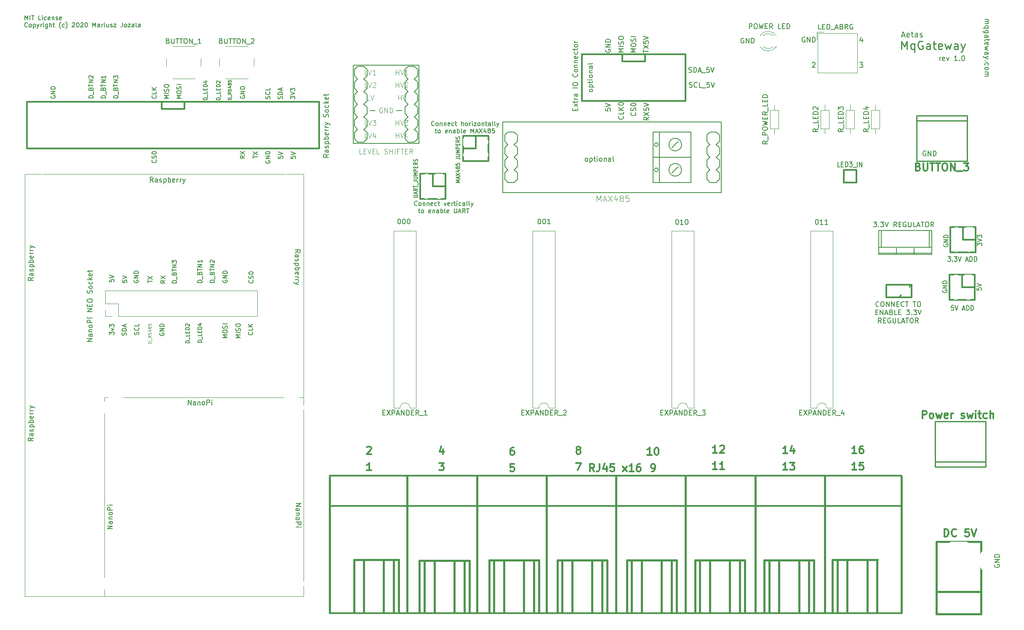
<source format=gbr>
G04 #@! TF.GenerationSoftware,KiCad,Pcbnew,5.1.5+dfsg1-2build2*
G04 #@! TF.CreationDate,2020-11-11T22:45:24+01:00*
G04 #@! TF.ProjectId,MqGateway,4d714761-7465-4776-9179-2e6b69636164,rev?*
G04 #@! TF.SameCoordinates,PX1945ba0PY17d7840*
G04 #@! TF.FileFunction,Legend,Top*
G04 #@! TF.FilePolarity,Positive*
%FSLAX46Y46*%
G04 Gerber Fmt 4.6, Leading zero omitted, Abs format (unit mm)*
G04 Created by KiCad (PCBNEW 5.1.5+dfsg1-2build2) date 2020-11-11 22:45:24*
%MOMM*%
%LPD*%
G04 APERTURE LIST*
%ADD10C,0.150000*%
%ADD11C,0.139700*%
%ADD12C,0.152400*%
%ADD13C,0.228600*%
%ADD14C,0.300000*%
%ADD15C,0.120000*%
%ADD16C,0.304800*%
%ADD17C,0.299720*%
%ADD18C,0.254000*%
%ADD19C,0.381000*%
%ADD20C,0.127000*%
%ADD21C,0.203200*%
%ADD22C,0.101600*%
%ADD23C,0.050000*%
%ADD24C,7.102000*%
%ADD25O,1.602000X2.102000*%
%ADD26R,1.602000X2.102000*%
%ADD27C,6.200000*%
%ADD28C,5.000000*%
%ADD29O,1.802000X1.802000*%
%ADD30R,1.802000X1.802000*%
%ADD31R,3.101740X3.101740*%
%ADD32C,3.101740*%
%ADD33C,1.603140*%
%ADD34C,3.302400*%
%ADD35O,1.502000X1.502000*%
%ADD36C,1.502000*%
%ADD37R,2.502000X1.702000*%
%ADD38O,2.502000X1.702000*%
%ADD39O,1.626000X2.100980*%
%ADD40R,1.626000X2.100980*%
%ADD41O,2.134000X2.642000*%
%ADD42R,1.626000X2.301640*%
%ADD43O,1.626000X2.301640*%
%ADD44C,2.102000*%
%ADD45O,2.100980X4.102500*%
%ADD46O,4.102500X2.100980*%
%ADD47O,4.602880X2.100980*%
%ADD48R,1.610000X1.610000*%
%ADD49C,1.610000*%
%ADD50R,1.711200X1.711200*%
%ADD51C,1.711200*%
%ADD52C,1.902000*%
%ADD53R,1.902000X1.902000*%
%ADD54R,2.100980X1.626000*%
%ADD55O,2.100980X1.626000*%
%ADD56C,2.452000*%
%ADD57R,2.452000X2.452000*%
G04 APERTURE END LIST*
D10*
X20053380Y-105447752D02*
X19053380Y-105447752D01*
X20053380Y-104876323D01*
X19053380Y-104876323D01*
X20053380Y-103971561D02*
X19529571Y-103971561D01*
X19434333Y-104019180D01*
X19386714Y-104114419D01*
X19386714Y-104304895D01*
X19434333Y-104400133D01*
X20005761Y-103971561D02*
X20053380Y-104066800D01*
X20053380Y-104304895D01*
X20005761Y-104400133D01*
X19910523Y-104447752D01*
X19815285Y-104447752D01*
X19720047Y-104400133D01*
X19672428Y-104304895D01*
X19672428Y-104066800D01*
X19624809Y-103971561D01*
X19386714Y-103495371D02*
X20053380Y-103495371D01*
X19481952Y-103495371D02*
X19434333Y-103447752D01*
X19386714Y-103352514D01*
X19386714Y-103209657D01*
X19434333Y-103114419D01*
X19529571Y-103066800D01*
X20053380Y-103066800D01*
X20053380Y-102447752D02*
X20005761Y-102542990D01*
X19958142Y-102590609D01*
X19862904Y-102638228D01*
X19577190Y-102638228D01*
X19481952Y-102590609D01*
X19434333Y-102542990D01*
X19386714Y-102447752D01*
X19386714Y-102304895D01*
X19434333Y-102209657D01*
X19481952Y-102162038D01*
X19577190Y-102114419D01*
X19862904Y-102114419D01*
X19958142Y-102162038D01*
X20005761Y-102209657D01*
X20053380Y-102304895D01*
X20053380Y-102447752D01*
X20053380Y-101685847D02*
X19053380Y-101685847D01*
X19053380Y-101304895D01*
X19101000Y-101209657D01*
X19148619Y-101162038D01*
X19243857Y-101114419D01*
X19386714Y-101114419D01*
X19481952Y-101162038D01*
X19529571Y-101209657D01*
X19577190Y-101304895D01*
X19577190Y-101685847D01*
X20053380Y-100685847D02*
X19386714Y-100685847D01*
X19053380Y-100685847D02*
X19101000Y-100733466D01*
X19148619Y-100685847D01*
X19101000Y-100638228D01*
X19053380Y-100685847D01*
X19148619Y-100685847D01*
X56994619Y-100330247D02*
X57994619Y-100330247D01*
X56994619Y-100901676D01*
X57994619Y-100901676D01*
X56994619Y-101806438D02*
X57518428Y-101806438D01*
X57613666Y-101758819D01*
X57661285Y-101663580D01*
X57661285Y-101473104D01*
X57613666Y-101377866D01*
X57042238Y-101806438D02*
X56994619Y-101711200D01*
X56994619Y-101473104D01*
X57042238Y-101377866D01*
X57137476Y-101330247D01*
X57232714Y-101330247D01*
X57327952Y-101377866D01*
X57375571Y-101473104D01*
X57375571Y-101711200D01*
X57423190Y-101806438D01*
X57661285Y-102282628D02*
X56994619Y-102282628D01*
X57566047Y-102282628D02*
X57613666Y-102330247D01*
X57661285Y-102425485D01*
X57661285Y-102568342D01*
X57613666Y-102663580D01*
X57518428Y-102711200D01*
X56994619Y-102711200D01*
X56994619Y-103330247D02*
X57042238Y-103235009D01*
X57089857Y-103187390D01*
X57185095Y-103139771D01*
X57470809Y-103139771D01*
X57566047Y-103187390D01*
X57613666Y-103235009D01*
X57661285Y-103330247D01*
X57661285Y-103473104D01*
X57613666Y-103568342D01*
X57566047Y-103615961D01*
X57470809Y-103663580D01*
X57185095Y-103663580D01*
X57089857Y-103615961D01*
X57042238Y-103568342D01*
X56994619Y-103473104D01*
X56994619Y-103330247D01*
X56994619Y-104092152D02*
X57994619Y-104092152D01*
X57994619Y-104473104D01*
X57947000Y-104568342D01*
X57899380Y-104615961D01*
X57804142Y-104663580D01*
X57661285Y-104663580D01*
X57566047Y-104615961D01*
X57518428Y-104568342D01*
X57470809Y-104473104D01*
X57470809Y-104092152D01*
X56994619Y-105092152D02*
X57661285Y-105092152D01*
X57994619Y-105092152D02*
X57947000Y-105044533D01*
X57899380Y-105092152D01*
X57947000Y-105139771D01*
X57994619Y-105092152D01*
X57899380Y-105092152D01*
X35330247Y-80481380D02*
X35330247Y-79481380D01*
X35901676Y-80481380D01*
X35901676Y-79481380D01*
X36806438Y-80481380D02*
X36806438Y-79957571D01*
X36758819Y-79862333D01*
X36663580Y-79814714D01*
X36473104Y-79814714D01*
X36377866Y-79862333D01*
X36806438Y-80433761D02*
X36711200Y-80481380D01*
X36473104Y-80481380D01*
X36377866Y-80433761D01*
X36330247Y-80338523D01*
X36330247Y-80243285D01*
X36377866Y-80148047D01*
X36473104Y-80100428D01*
X36711200Y-80100428D01*
X36806438Y-80052809D01*
X37282628Y-79814714D02*
X37282628Y-80481380D01*
X37282628Y-79909952D02*
X37330247Y-79862333D01*
X37425485Y-79814714D01*
X37568342Y-79814714D01*
X37663580Y-79862333D01*
X37711200Y-79957571D01*
X37711200Y-80481380D01*
X38330247Y-80481380D02*
X38235009Y-80433761D01*
X38187390Y-80386142D01*
X38139771Y-80290904D01*
X38139771Y-80005190D01*
X38187390Y-79909952D01*
X38235009Y-79862333D01*
X38330247Y-79814714D01*
X38473104Y-79814714D01*
X38568342Y-79862333D01*
X38615961Y-79909952D01*
X38663580Y-80005190D01*
X38663580Y-80290904D01*
X38615961Y-80386142D01*
X38568342Y-80433761D01*
X38473104Y-80481380D01*
X38330247Y-80481380D01*
X39092152Y-80481380D02*
X39092152Y-79481380D01*
X39473104Y-79481380D01*
X39568342Y-79529000D01*
X39615961Y-79576619D01*
X39663580Y-79671857D01*
X39663580Y-79814714D01*
X39615961Y-79909952D01*
X39568342Y-79957571D01*
X39473104Y-80005190D01*
X39092152Y-80005190D01*
X40092152Y-80481380D02*
X40092152Y-79814714D01*
X40092152Y-79481380D02*
X40044533Y-79529000D01*
X40092152Y-79576619D01*
X40139771Y-79529000D01*
X40092152Y-79481380D01*
X40092152Y-79576619D01*
X4178380Y-87100952D02*
X3702190Y-87434285D01*
X4178380Y-87672380D02*
X3178380Y-87672380D01*
X3178380Y-87291428D01*
X3226000Y-87196190D01*
X3273619Y-87148571D01*
X3368857Y-87100952D01*
X3511714Y-87100952D01*
X3606952Y-87148571D01*
X3654571Y-87196190D01*
X3702190Y-87291428D01*
X3702190Y-87672380D01*
X4178380Y-86243809D02*
X3654571Y-86243809D01*
X3559333Y-86291428D01*
X3511714Y-86386666D01*
X3511714Y-86577142D01*
X3559333Y-86672380D01*
X4130761Y-86243809D02*
X4178380Y-86339047D01*
X4178380Y-86577142D01*
X4130761Y-86672380D01*
X4035523Y-86720000D01*
X3940285Y-86720000D01*
X3845047Y-86672380D01*
X3797428Y-86577142D01*
X3797428Y-86339047D01*
X3749809Y-86243809D01*
X4130761Y-85815238D02*
X4178380Y-85720000D01*
X4178380Y-85529523D01*
X4130761Y-85434285D01*
X4035523Y-85386666D01*
X3987904Y-85386666D01*
X3892666Y-85434285D01*
X3845047Y-85529523D01*
X3845047Y-85672380D01*
X3797428Y-85767619D01*
X3702190Y-85815238D01*
X3654571Y-85815238D01*
X3559333Y-85767619D01*
X3511714Y-85672380D01*
X3511714Y-85529523D01*
X3559333Y-85434285D01*
X3511714Y-84958095D02*
X4511714Y-84958095D01*
X3559333Y-84958095D02*
X3511714Y-84862857D01*
X3511714Y-84672380D01*
X3559333Y-84577142D01*
X3606952Y-84529523D01*
X3702190Y-84481904D01*
X3987904Y-84481904D01*
X4083142Y-84529523D01*
X4130761Y-84577142D01*
X4178380Y-84672380D01*
X4178380Y-84862857D01*
X4130761Y-84958095D01*
X4178380Y-84053333D02*
X3178380Y-84053333D01*
X3559333Y-84053333D02*
X3511714Y-83958095D01*
X3511714Y-83767619D01*
X3559333Y-83672380D01*
X3606952Y-83624761D01*
X3702190Y-83577142D01*
X3987904Y-83577142D01*
X4083142Y-83624761D01*
X4130761Y-83672380D01*
X4178380Y-83767619D01*
X4178380Y-83958095D01*
X4130761Y-84053333D01*
X4130761Y-82767619D02*
X4178380Y-82862857D01*
X4178380Y-83053333D01*
X4130761Y-83148571D01*
X4035523Y-83196190D01*
X3654571Y-83196190D01*
X3559333Y-83148571D01*
X3511714Y-83053333D01*
X3511714Y-82862857D01*
X3559333Y-82767619D01*
X3654571Y-82720000D01*
X3749809Y-82720000D01*
X3845047Y-83196190D01*
X4178380Y-82291428D02*
X3511714Y-82291428D01*
X3702190Y-82291428D02*
X3606952Y-82243809D01*
X3559333Y-82196190D01*
X3511714Y-82100952D01*
X3511714Y-82005714D01*
X4178380Y-81672380D02*
X3511714Y-81672380D01*
X3702190Y-81672380D02*
X3606952Y-81624761D01*
X3559333Y-81577142D01*
X3511714Y-81481904D01*
X3511714Y-81386666D01*
X3511714Y-81148571D02*
X4178380Y-80910476D01*
X3511714Y-80672380D02*
X4178380Y-80910476D01*
X4416476Y-81005714D01*
X4464095Y-81053333D01*
X4511714Y-81148571D01*
X4178380Y-54842952D02*
X3702190Y-55176285D01*
X4178380Y-55414380D02*
X3178380Y-55414380D01*
X3178380Y-55033428D01*
X3226000Y-54938190D01*
X3273619Y-54890571D01*
X3368857Y-54842952D01*
X3511714Y-54842952D01*
X3606952Y-54890571D01*
X3654571Y-54938190D01*
X3702190Y-55033428D01*
X3702190Y-55414380D01*
X4178380Y-53985809D02*
X3654571Y-53985809D01*
X3559333Y-54033428D01*
X3511714Y-54128666D01*
X3511714Y-54319142D01*
X3559333Y-54414380D01*
X4130761Y-53985809D02*
X4178380Y-54081047D01*
X4178380Y-54319142D01*
X4130761Y-54414380D01*
X4035523Y-54462000D01*
X3940285Y-54462000D01*
X3845047Y-54414380D01*
X3797428Y-54319142D01*
X3797428Y-54081047D01*
X3749809Y-53985809D01*
X4130761Y-53557238D02*
X4178380Y-53462000D01*
X4178380Y-53271523D01*
X4130761Y-53176285D01*
X4035523Y-53128666D01*
X3987904Y-53128666D01*
X3892666Y-53176285D01*
X3845047Y-53271523D01*
X3845047Y-53414380D01*
X3797428Y-53509619D01*
X3702190Y-53557238D01*
X3654571Y-53557238D01*
X3559333Y-53509619D01*
X3511714Y-53414380D01*
X3511714Y-53271523D01*
X3559333Y-53176285D01*
X3511714Y-52700095D02*
X4511714Y-52700095D01*
X3559333Y-52700095D02*
X3511714Y-52604857D01*
X3511714Y-52414380D01*
X3559333Y-52319142D01*
X3606952Y-52271523D01*
X3702190Y-52223904D01*
X3987904Y-52223904D01*
X4083142Y-52271523D01*
X4130761Y-52319142D01*
X4178380Y-52414380D01*
X4178380Y-52604857D01*
X4130761Y-52700095D01*
X4178380Y-51795333D02*
X3178380Y-51795333D01*
X3559333Y-51795333D02*
X3511714Y-51700095D01*
X3511714Y-51509619D01*
X3559333Y-51414380D01*
X3606952Y-51366761D01*
X3702190Y-51319142D01*
X3987904Y-51319142D01*
X4083142Y-51366761D01*
X4130761Y-51414380D01*
X4178380Y-51509619D01*
X4178380Y-51700095D01*
X4130761Y-51795333D01*
X4130761Y-50509619D02*
X4178380Y-50604857D01*
X4178380Y-50795333D01*
X4130761Y-50890571D01*
X4035523Y-50938190D01*
X3654571Y-50938190D01*
X3559333Y-50890571D01*
X3511714Y-50795333D01*
X3511714Y-50604857D01*
X3559333Y-50509619D01*
X3654571Y-50462000D01*
X3749809Y-50462000D01*
X3845047Y-50938190D01*
X4178380Y-50033428D02*
X3511714Y-50033428D01*
X3702190Y-50033428D02*
X3606952Y-49985809D01*
X3559333Y-49938190D01*
X3511714Y-49842952D01*
X3511714Y-49747714D01*
X4178380Y-49414380D02*
X3511714Y-49414380D01*
X3702190Y-49414380D02*
X3606952Y-49366761D01*
X3559333Y-49319142D01*
X3511714Y-49223904D01*
X3511714Y-49128666D01*
X3511714Y-48890571D02*
X4178380Y-48652476D01*
X3511714Y-48414380D02*
X4178380Y-48652476D01*
X4416476Y-48747714D01*
X4464095Y-48795333D01*
X4511714Y-48890571D01*
X56867619Y-49843047D02*
X57343809Y-49509714D01*
X56867619Y-49271619D02*
X57867619Y-49271619D01*
X57867619Y-49652571D01*
X57820000Y-49747809D01*
X57772380Y-49795428D01*
X57677142Y-49843047D01*
X57534285Y-49843047D01*
X57439047Y-49795428D01*
X57391428Y-49747809D01*
X57343809Y-49652571D01*
X57343809Y-49271619D01*
X56867619Y-50700190D02*
X57391428Y-50700190D01*
X57486666Y-50652571D01*
X57534285Y-50557333D01*
X57534285Y-50366857D01*
X57486666Y-50271619D01*
X56915238Y-50700190D02*
X56867619Y-50604952D01*
X56867619Y-50366857D01*
X56915238Y-50271619D01*
X57010476Y-50224000D01*
X57105714Y-50224000D01*
X57200952Y-50271619D01*
X57248571Y-50366857D01*
X57248571Y-50604952D01*
X57296190Y-50700190D01*
X56915238Y-51128761D02*
X56867619Y-51224000D01*
X56867619Y-51414476D01*
X56915238Y-51509714D01*
X57010476Y-51557333D01*
X57058095Y-51557333D01*
X57153333Y-51509714D01*
X57200952Y-51414476D01*
X57200952Y-51271619D01*
X57248571Y-51176380D01*
X57343809Y-51128761D01*
X57391428Y-51128761D01*
X57486666Y-51176380D01*
X57534285Y-51271619D01*
X57534285Y-51414476D01*
X57486666Y-51509714D01*
X57534285Y-51985904D02*
X56534285Y-51985904D01*
X57486666Y-51985904D02*
X57534285Y-52081142D01*
X57534285Y-52271619D01*
X57486666Y-52366857D01*
X57439047Y-52414476D01*
X57343809Y-52462095D01*
X57058095Y-52462095D01*
X56962857Y-52414476D01*
X56915238Y-52366857D01*
X56867619Y-52271619D01*
X56867619Y-52081142D01*
X56915238Y-51985904D01*
X56867619Y-52890666D02*
X57867619Y-52890666D01*
X57486666Y-52890666D02*
X57534285Y-52985904D01*
X57534285Y-53176380D01*
X57486666Y-53271619D01*
X57439047Y-53319238D01*
X57343809Y-53366857D01*
X57058095Y-53366857D01*
X56962857Y-53319238D01*
X56915238Y-53271619D01*
X56867619Y-53176380D01*
X56867619Y-52985904D01*
X56915238Y-52890666D01*
X56915238Y-54176380D02*
X56867619Y-54081142D01*
X56867619Y-53890666D01*
X56915238Y-53795428D01*
X57010476Y-53747809D01*
X57391428Y-53747809D01*
X57486666Y-53795428D01*
X57534285Y-53890666D01*
X57534285Y-54081142D01*
X57486666Y-54176380D01*
X57391428Y-54224000D01*
X57296190Y-54224000D01*
X57200952Y-53747809D01*
X56867619Y-54652571D02*
X57534285Y-54652571D01*
X57343809Y-54652571D02*
X57439047Y-54700190D01*
X57486666Y-54747809D01*
X57534285Y-54843047D01*
X57534285Y-54938285D01*
X56867619Y-55271619D02*
X57534285Y-55271619D01*
X57343809Y-55271619D02*
X57439047Y-55319238D01*
X57486666Y-55366857D01*
X57534285Y-55462095D01*
X57534285Y-55557333D01*
X57534285Y-55795428D02*
X56867619Y-56033523D01*
X57534285Y-56271619D02*
X56867619Y-56033523D01*
X56629523Y-55938285D01*
X56581904Y-55890666D01*
X56534285Y-55795428D01*
X28277047Y-35650380D02*
X27943714Y-35174190D01*
X27705619Y-35650380D02*
X27705619Y-34650380D01*
X28086571Y-34650380D01*
X28181809Y-34698000D01*
X28229428Y-34745619D01*
X28277047Y-34840857D01*
X28277047Y-34983714D01*
X28229428Y-35078952D01*
X28181809Y-35126571D01*
X28086571Y-35174190D01*
X27705619Y-35174190D01*
X29134190Y-35650380D02*
X29134190Y-35126571D01*
X29086571Y-35031333D01*
X28991333Y-34983714D01*
X28800857Y-34983714D01*
X28705619Y-35031333D01*
X29134190Y-35602761D02*
X29038952Y-35650380D01*
X28800857Y-35650380D01*
X28705619Y-35602761D01*
X28658000Y-35507523D01*
X28658000Y-35412285D01*
X28705619Y-35317047D01*
X28800857Y-35269428D01*
X29038952Y-35269428D01*
X29134190Y-35221809D01*
X29562761Y-35602761D02*
X29658000Y-35650380D01*
X29848476Y-35650380D01*
X29943714Y-35602761D01*
X29991333Y-35507523D01*
X29991333Y-35459904D01*
X29943714Y-35364666D01*
X29848476Y-35317047D01*
X29705619Y-35317047D01*
X29610380Y-35269428D01*
X29562761Y-35174190D01*
X29562761Y-35126571D01*
X29610380Y-35031333D01*
X29705619Y-34983714D01*
X29848476Y-34983714D01*
X29943714Y-35031333D01*
X30419904Y-34983714D02*
X30419904Y-35983714D01*
X30419904Y-35031333D02*
X30515142Y-34983714D01*
X30705619Y-34983714D01*
X30800857Y-35031333D01*
X30848476Y-35078952D01*
X30896095Y-35174190D01*
X30896095Y-35459904D01*
X30848476Y-35555142D01*
X30800857Y-35602761D01*
X30705619Y-35650380D01*
X30515142Y-35650380D01*
X30419904Y-35602761D01*
X31324666Y-35650380D02*
X31324666Y-34650380D01*
X31324666Y-35031333D02*
X31419904Y-34983714D01*
X31610380Y-34983714D01*
X31705619Y-35031333D01*
X31753238Y-35078952D01*
X31800857Y-35174190D01*
X31800857Y-35459904D01*
X31753238Y-35555142D01*
X31705619Y-35602761D01*
X31610380Y-35650380D01*
X31419904Y-35650380D01*
X31324666Y-35602761D01*
X32610380Y-35602761D02*
X32515142Y-35650380D01*
X32324666Y-35650380D01*
X32229428Y-35602761D01*
X32181809Y-35507523D01*
X32181809Y-35126571D01*
X32229428Y-35031333D01*
X32324666Y-34983714D01*
X32515142Y-34983714D01*
X32610380Y-35031333D01*
X32658000Y-35126571D01*
X32658000Y-35221809D01*
X32181809Y-35317047D01*
X33086571Y-35650380D02*
X33086571Y-34983714D01*
X33086571Y-35174190D02*
X33134190Y-35078952D01*
X33181809Y-35031333D01*
X33277047Y-34983714D01*
X33372285Y-34983714D01*
X33705619Y-35650380D02*
X33705619Y-34983714D01*
X33705619Y-35174190D02*
X33753238Y-35078952D01*
X33800857Y-35031333D01*
X33896095Y-34983714D01*
X33991333Y-34983714D01*
X34229428Y-34983714D02*
X34467523Y-35650380D01*
X34705619Y-34983714D02*
X34467523Y-35650380D01*
X34372285Y-35888476D01*
X34324666Y-35936095D01*
X34229428Y-35983714D01*
X183638095Y-29400000D02*
X183542857Y-29352380D01*
X183400000Y-29352380D01*
X183257142Y-29400000D01*
X183161904Y-29495238D01*
X183114285Y-29590476D01*
X183066666Y-29780952D01*
X183066666Y-29923809D01*
X183114285Y-30114285D01*
X183161904Y-30209523D01*
X183257142Y-30304761D01*
X183400000Y-30352380D01*
X183495238Y-30352380D01*
X183638095Y-30304761D01*
X183685714Y-30257142D01*
X183685714Y-29923809D01*
X183495238Y-29923809D01*
X184114285Y-30352380D02*
X184114285Y-29352380D01*
X184685714Y-30352380D01*
X184685714Y-29352380D01*
X185161904Y-30352380D02*
X185161904Y-29352380D01*
X185400000Y-29352380D01*
X185542857Y-29400000D01*
X185638095Y-29495238D01*
X185685714Y-29590476D01*
X185733333Y-29780952D01*
X185733333Y-29923809D01*
X185685714Y-30114285D01*
X185638095Y-30209523D01*
X185542857Y-30304761D01*
X185400000Y-30352380D01*
X185161904Y-30352380D01*
X147038095Y-6700000D02*
X146942857Y-6652380D01*
X146800000Y-6652380D01*
X146657142Y-6700000D01*
X146561904Y-6795238D01*
X146514285Y-6890476D01*
X146466666Y-7080952D01*
X146466666Y-7223809D01*
X146514285Y-7414285D01*
X146561904Y-7509523D01*
X146657142Y-7604761D01*
X146800000Y-7652380D01*
X146895238Y-7652380D01*
X147038095Y-7604761D01*
X147085714Y-7557142D01*
X147085714Y-7223809D01*
X146895238Y-7223809D01*
X147514285Y-7652380D02*
X147514285Y-6652380D01*
X148085714Y-7652380D01*
X148085714Y-6652380D01*
X148561904Y-7652380D02*
X148561904Y-6652380D01*
X148800000Y-6652380D01*
X148942857Y-6700000D01*
X149038095Y-6795238D01*
X149085714Y-6890476D01*
X149133333Y-7080952D01*
X149133333Y-7223809D01*
X149085714Y-7414285D01*
X149038095Y-7509523D01*
X148942857Y-7604761D01*
X148800000Y-7652380D01*
X148561904Y-7652380D01*
X116652380Y-17266666D02*
X116604761Y-17361904D01*
X116557142Y-17409523D01*
X116461904Y-17457142D01*
X116176190Y-17457142D01*
X116080952Y-17409523D01*
X116033333Y-17361904D01*
X115985714Y-17266666D01*
X115985714Y-17123809D01*
X116033333Y-17028571D01*
X116080952Y-16980952D01*
X116176190Y-16933333D01*
X116461904Y-16933333D01*
X116557142Y-16980952D01*
X116604761Y-17028571D01*
X116652380Y-17123809D01*
X116652380Y-17266666D01*
X115985714Y-16504761D02*
X116985714Y-16504761D01*
X116033333Y-16504761D02*
X115985714Y-16409523D01*
X115985714Y-16219047D01*
X116033333Y-16123809D01*
X116080952Y-16076190D01*
X116176190Y-16028571D01*
X116461904Y-16028571D01*
X116557142Y-16076190D01*
X116604761Y-16123809D01*
X116652380Y-16219047D01*
X116652380Y-16409523D01*
X116604761Y-16504761D01*
X115985714Y-15742857D02*
X115985714Y-15361904D01*
X115652380Y-15600000D02*
X116509523Y-15600000D01*
X116604761Y-15552380D01*
X116652380Y-15457142D01*
X116652380Y-15361904D01*
X116652380Y-15028571D02*
X115985714Y-15028571D01*
X115652380Y-15028571D02*
X115700000Y-15076190D01*
X115747619Y-15028571D01*
X115700000Y-14980952D01*
X115652380Y-15028571D01*
X115747619Y-15028571D01*
X116652380Y-14409523D02*
X116604761Y-14504761D01*
X116557142Y-14552380D01*
X116461904Y-14600000D01*
X116176190Y-14600000D01*
X116080952Y-14552380D01*
X116033333Y-14504761D01*
X115985714Y-14409523D01*
X115985714Y-14266666D01*
X116033333Y-14171428D01*
X116080952Y-14123809D01*
X116176190Y-14076190D01*
X116461904Y-14076190D01*
X116557142Y-14123809D01*
X116604761Y-14171428D01*
X116652380Y-14266666D01*
X116652380Y-14409523D01*
X115985714Y-13647619D02*
X116652380Y-13647619D01*
X116080952Y-13647619D02*
X116033333Y-13600000D01*
X115985714Y-13504761D01*
X115985714Y-13361904D01*
X116033333Y-13266666D01*
X116128571Y-13219047D01*
X116652380Y-13219047D01*
X116652380Y-12314285D02*
X116128571Y-12314285D01*
X116033333Y-12361904D01*
X115985714Y-12457142D01*
X115985714Y-12647619D01*
X116033333Y-12742857D01*
X116604761Y-12314285D02*
X116652380Y-12409523D01*
X116652380Y-12647619D01*
X116604761Y-12742857D01*
X116509523Y-12790476D01*
X116414285Y-12790476D01*
X116319047Y-12742857D01*
X116271428Y-12647619D01*
X116271428Y-12409523D01*
X116223809Y-12314285D01*
X116652380Y-11695238D02*
X116604761Y-11790476D01*
X116509523Y-11838095D01*
X115652380Y-11838095D01*
X115333333Y-31452380D02*
X115238095Y-31404761D01*
X115190476Y-31357142D01*
X115142857Y-31261904D01*
X115142857Y-30976190D01*
X115190476Y-30880952D01*
X115238095Y-30833333D01*
X115333333Y-30785714D01*
X115476190Y-30785714D01*
X115571428Y-30833333D01*
X115619047Y-30880952D01*
X115666666Y-30976190D01*
X115666666Y-31261904D01*
X115619047Y-31357142D01*
X115571428Y-31404761D01*
X115476190Y-31452380D01*
X115333333Y-31452380D01*
X116095238Y-30785714D02*
X116095238Y-31785714D01*
X116095238Y-30833333D02*
X116190476Y-30785714D01*
X116380952Y-30785714D01*
X116476190Y-30833333D01*
X116523809Y-30880952D01*
X116571428Y-30976190D01*
X116571428Y-31261904D01*
X116523809Y-31357142D01*
X116476190Y-31404761D01*
X116380952Y-31452380D01*
X116190476Y-31452380D01*
X116095238Y-31404761D01*
X116857142Y-30785714D02*
X117238095Y-30785714D01*
X117000000Y-30452380D02*
X117000000Y-31309523D01*
X117047619Y-31404761D01*
X117142857Y-31452380D01*
X117238095Y-31452380D01*
X117571428Y-31452380D02*
X117571428Y-30785714D01*
X117571428Y-30452380D02*
X117523809Y-30500000D01*
X117571428Y-30547619D01*
X117619047Y-30500000D01*
X117571428Y-30452380D01*
X117571428Y-30547619D01*
X118190476Y-31452380D02*
X118095238Y-31404761D01*
X118047619Y-31357142D01*
X118000000Y-31261904D01*
X118000000Y-30976190D01*
X118047619Y-30880952D01*
X118095238Y-30833333D01*
X118190476Y-30785714D01*
X118333333Y-30785714D01*
X118428571Y-30833333D01*
X118476190Y-30880952D01*
X118523809Y-30976190D01*
X118523809Y-31261904D01*
X118476190Y-31357142D01*
X118428571Y-31404761D01*
X118333333Y-31452380D01*
X118190476Y-31452380D01*
X118952380Y-30785714D02*
X118952380Y-31452380D01*
X118952380Y-30880952D02*
X119000000Y-30833333D01*
X119095238Y-30785714D01*
X119238095Y-30785714D01*
X119333333Y-30833333D01*
X119380952Y-30928571D01*
X119380952Y-31452380D01*
X120285714Y-31452380D02*
X120285714Y-30928571D01*
X120238095Y-30833333D01*
X120142857Y-30785714D01*
X119952380Y-30785714D01*
X119857142Y-30833333D01*
X120285714Y-31404761D02*
X120190476Y-31452380D01*
X119952380Y-31452380D01*
X119857142Y-31404761D01*
X119809523Y-31309523D01*
X119809523Y-31214285D01*
X119857142Y-31119047D01*
X119952380Y-31071428D01*
X120190476Y-31071428D01*
X120285714Y-31023809D01*
X120904761Y-31452380D02*
X120809523Y-31404761D01*
X120761904Y-31309523D01*
X120761904Y-30452380D01*
D11*
X2502471Y-2965566D02*
X2502471Y-2076566D01*
X2798805Y-2711566D01*
X3095138Y-2076566D01*
X3095138Y-2965566D01*
X3518471Y-2965566D02*
X3518471Y-2076566D01*
X3814805Y-2076566D02*
X4322805Y-2076566D01*
X4068805Y-2965566D02*
X4068805Y-2076566D01*
X5719805Y-2965566D02*
X5296471Y-2965566D01*
X5296471Y-2076566D01*
X6016138Y-2965566D02*
X6016138Y-2372900D01*
X6016138Y-2076566D02*
X5973805Y-2118900D01*
X6016138Y-2161233D01*
X6058471Y-2118900D01*
X6016138Y-2076566D01*
X6016138Y-2161233D01*
X6820471Y-2923233D02*
X6735805Y-2965566D01*
X6566471Y-2965566D01*
X6481805Y-2923233D01*
X6439471Y-2880900D01*
X6397138Y-2796233D01*
X6397138Y-2542233D01*
X6439471Y-2457566D01*
X6481805Y-2415233D01*
X6566471Y-2372900D01*
X6735805Y-2372900D01*
X6820471Y-2415233D01*
X7540138Y-2923233D02*
X7455471Y-2965566D01*
X7286138Y-2965566D01*
X7201471Y-2923233D01*
X7159138Y-2838566D01*
X7159138Y-2499900D01*
X7201471Y-2415233D01*
X7286138Y-2372900D01*
X7455471Y-2372900D01*
X7540138Y-2415233D01*
X7582471Y-2499900D01*
X7582471Y-2584566D01*
X7159138Y-2669233D01*
X7963471Y-2372900D02*
X7963471Y-2965566D01*
X7963471Y-2457566D02*
X8005805Y-2415233D01*
X8090471Y-2372900D01*
X8217471Y-2372900D01*
X8302138Y-2415233D01*
X8344471Y-2499900D01*
X8344471Y-2965566D01*
X8725471Y-2923233D02*
X8810138Y-2965566D01*
X8979471Y-2965566D01*
X9064138Y-2923233D01*
X9106471Y-2838566D01*
X9106471Y-2796233D01*
X9064138Y-2711566D01*
X8979471Y-2669233D01*
X8852471Y-2669233D01*
X8767805Y-2626900D01*
X8725471Y-2542233D01*
X8725471Y-2499900D01*
X8767805Y-2415233D01*
X8852471Y-2372900D01*
X8979471Y-2372900D01*
X9064138Y-2415233D01*
X9826138Y-2923233D02*
X9741471Y-2965566D01*
X9572138Y-2965566D01*
X9487471Y-2923233D01*
X9445138Y-2838566D01*
X9445138Y-2499900D01*
X9487471Y-2415233D01*
X9572138Y-2372900D01*
X9741471Y-2372900D01*
X9826138Y-2415233D01*
X9868471Y-2499900D01*
X9868471Y-2584566D01*
X9445138Y-2669233D01*
X3010471Y-4354100D02*
X2968138Y-4396433D01*
X2841138Y-4438766D01*
X2756471Y-4438766D01*
X2629471Y-4396433D01*
X2544805Y-4311766D01*
X2502471Y-4227100D01*
X2460138Y-4057766D01*
X2460138Y-3930766D01*
X2502471Y-3761433D01*
X2544805Y-3676766D01*
X2629471Y-3592100D01*
X2756471Y-3549766D01*
X2841138Y-3549766D01*
X2968138Y-3592100D01*
X3010471Y-3634433D01*
X3518471Y-4438766D02*
X3433805Y-4396433D01*
X3391471Y-4354100D01*
X3349138Y-4269433D01*
X3349138Y-4015433D01*
X3391471Y-3930766D01*
X3433805Y-3888433D01*
X3518471Y-3846100D01*
X3645471Y-3846100D01*
X3730138Y-3888433D01*
X3772471Y-3930766D01*
X3814805Y-4015433D01*
X3814805Y-4269433D01*
X3772471Y-4354100D01*
X3730138Y-4396433D01*
X3645471Y-4438766D01*
X3518471Y-4438766D01*
X4195805Y-3846100D02*
X4195805Y-4735100D01*
X4195805Y-3888433D02*
X4280471Y-3846100D01*
X4449805Y-3846100D01*
X4534471Y-3888433D01*
X4576805Y-3930766D01*
X4619138Y-4015433D01*
X4619138Y-4269433D01*
X4576805Y-4354100D01*
X4534471Y-4396433D01*
X4449805Y-4438766D01*
X4280471Y-4438766D01*
X4195805Y-4396433D01*
X4915471Y-3846100D02*
X5127138Y-4438766D01*
X5338805Y-3846100D02*
X5127138Y-4438766D01*
X5042471Y-4650433D01*
X5000138Y-4692766D01*
X4915471Y-4735100D01*
X5677471Y-4438766D02*
X5677471Y-3846100D01*
X5677471Y-4015433D02*
X5719805Y-3930766D01*
X5762138Y-3888433D01*
X5846805Y-3846100D01*
X5931471Y-3846100D01*
X6227805Y-4438766D02*
X6227805Y-3846100D01*
X6227805Y-3549766D02*
X6185471Y-3592100D01*
X6227805Y-3634433D01*
X6270138Y-3592100D01*
X6227805Y-3549766D01*
X6227805Y-3634433D01*
X7032138Y-3846100D02*
X7032138Y-4565766D01*
X6989805Y-4650433D01*
X6947471Y-4692766D01*
X6862805Y-4735100D01*
X6735805Y-4735100D01*
X6651138Y-4692766D01*
X7032138Y-4396433D02*
X6947471Y-4438766D01*
X6778138Y-4438766D01*
X6693471Y-4396433D01*
X6651138Y-4354100D01*
X6608805Y-4269433D01*
X6608805Y-4015433D01*
X6651138Y-3930766D01*
X6693471Y-3888433D01*
X6778138Y-3846100D01*
X6947471Y-3846100D01*
X7032138Y-3888433D01*
X7455471Y-4438766D02*
X7455471Y-3549766D01*
X7836471Y-4438766D02*
X7836471Y-3973100D01*
X7794138Y-3888433D01*
X7709471Y-3846100D01*
X7582471Y-3846100D01*
X7497805Y-3888433D01*
X7455471Y-3930766D01*
X8132805Y-3846100D02*
X8471471Y-3846100D01*
X8259805Y-3549766D02*
X8259805Y-4311766D01*
X8302138Y-4396433D01*
X8386805Y-4438766D01*
X8471471Y-4438766D01*
X9699138Y-4777433D02*
X9656805Y-4735100D01*
X9572138Y-4608100D01*
X9529805Y-4523433D01*
X9487471Y-4396433D01*
X9445138Y-4184766D01*
X9445138Y-4015433D01*
X9487471Y-3803766D01*
X9529805Y-3676766D01*
X9572138Y-3592100D01*
X9656805Y-3465100D01*
X9699138Y-3422766D01*
X10418805Y-4396433D02*
X10334138Y-4438766D01*
X10164805Y-4438766D01*
X10080138Y-4396433D01*
X10037805Y-4354100D01*
X9995471Y-4269433D01*
X9995471Y-4015433D01*
X10037805Y-3930766D01*
X10080138Y-3888433D01*
X10164805Y-3846100D01*
X10334138Y-3846100D01*
X10418805Y-3888433D01*
X10715138Y-4777433D02*
X10757471Y-4735100D01*
X10842138Y-4608100D01*
X10884471Y-4523433D01*
X10926805Y-4396433D01*
X10969138Y-4184766D01*
X10969138Y-4015433D01*
X10926805Y-3803766D01*
X10884471Y-3676766D01*
X10842138Y-3592100D01*
X10757471Y-3465100D01*
X10715138Y-3422766D01*
X12027471Y-3634433D02*
X12069805Y-3592100D01*
X12154471Y-3549766D01*
X12366138Y-3549766D01*
X12450805Y-3592100D01*
X12493138Y-3634433D01*
X12535471Y-3719100D01*
X12535471Y-3803766D01*
X12493138Y-3930766D01*
X11985138Y-4438766D01*
X12535471Y-4438766D01*
X13085805Y-3549766D02*
X13170471Y-3549766D01*
X13255138Y-3592100D01*
X13297471Y-3634433D01*
X13339805Y-3719100D01*
X13382138Y-3888433D01*
X13382138Y-4100100D01*
X13339805Y-4269433D01*
X13297471Y-4354100D01*
X13255138Y-4396433D01*
X13170471Y-4438766D01*
X13085805Y-4438766D01*
X13001138Y-4396433D01*
X12958805Y-4354100D01*
X12916471Y-4269433D01*
X12874138Y-4100100D01*
X12874138Y-3888433D01*
X12916471Y-3719100D01*
X12958805Y-3634433D01*
X13001138Y-3592100D01*
X13085805Y-3549766D01*
X13720805Y-3634433D02*
X13763138Y-3592100D01*
X13847805Y-3549766D01*
X14059471Y-3549766D01*
X14144138Y-3592100D01*
X14186471Y-3634433D01*
X14228805Y-3719100D01*
X14228805Y-3803766D01*
X14186471Y-3930766D01*
X13678471Y-4438766D01*
X14228805Y-4438766D01*
X14779138Y-3549766D02*
X14863805Y-3549766D01*
X14948471Y-3592100D01*
X14990805Y-3634433D01*
X15033138Y-3719100D01*
X15075471Y-3888433D01*
X15075471Y-4100100D01*
X15033138Y-4269433D01*
X14990805Y-4354100D01*
X14948471Y-4396433D01*
X14863805Y-4438766D01*
X14779138Y-4438766D01*
X14694471Y-4396433D01*
X14652138Y-4354100D01*
X14609805Y-4269433D01*
X14567471Y-4100100D01*
X14567471Y-3888433D01*
X14609805Y-3719100D01*
X14652138Y-3634433D01*
X14694471Y-3592100D01*
X14779138Y-3549766D01*
X16133805Y-4438766D02*
X16133805Y-3549766D01*
X16430138Y-4184766D01*
X16726471Y-3549766D01*
X16726471Y-4438766D01*
X17530805Y-4438766D02*
X17530805Y-3973100D01*
X17488471Y-3888433D01*
X17403805Y-3846100D01*
X17234471Y-3846100D01*
X17149805Y-3888433D01*
X17530805Y-4396433D02*
X17446138Y-4438766D01*
X17234471Y-4438766D01*
X17149805Y-4396433D01*
X17107471Y-4311766D01*
X17107471Y-4227100D01*
X17149805Y-4142433D01*
X17234471Y-4100100D01*
X17446138Y-4100100D01*
X17530805Y-4057766D01*
X17954138Y-4438766D02*
X17954138Y-3846100D01*
X17954138Y-4015433D02*
X17996471Y-3930766D01*
X18038805Y-3888433D01*
X18123471Y-3846100D01*
X18208138Y-3846100D01*
X18504471Y-4438766D02*
X18504471Y-3846100D01*
X18504471Y-3549766D02*
X18462138Y-3592100D01*
X18504471Y-3634433D01*
X18546805Y-3592100D01*
X18504471Y-3549766D01*
X18504471Y-3634433D01*
X19308805Y-3846100D02*
X19308805Y-4438766D01*
X18927805Y-3846100D02*
X18927805Y-4311766D01*
X18970138Y-4396433D01*
X19054805Y-4438766D01*
X19181805Y-4438766D01*
X19266471Y-4396433D01*
X19308805Y-4354100D01*
X19689805Y-4396433D02*
X19774471Y-4438766D01*
X19943805Y-4438766D01*
X20028471Y-4396433D01*
X20070805Y-4311766D01*
X20070805Y-4269433D01*
X20028471Y-4184766D01*
X19943805Y-4142433D01*
X19816805Y-4142433D01*
X19732138Y-4100100D01*
X19689805Y-4015433D01*
X19689805Y-3973100D01*
X19732138Y-3888433D01*
X19816805Y-3846100D01*
X19943805Y-3846100D01*
X20028471Y-3888433D01*
X20367138Y-3846100D02*
X20832805Y-3846100D01*
X20367138Y-4438766D01*
X20832805Y-4438766D01*
X22102805Y-3549766D02*
X22102805Y-4184766D01*
X22060471Y-4311766D01*
X21975805Y-4396433D01*
X21848805Y-4438766D01*
X21764138Y-4438766D01*
X22653138Y-4438766D02*
X22568471Y-4396433D01*
X22526138Y-4354100D01*
X22483805Y-4269433D01*
X22483805Y-4015433D01*
X22526138Y-3930766D01*
X22568471Y-3888433D01*
X22653138Y-3846100D01*
X22780138Y-3846100D01*
X22864805Y-3888433D01*
X22907138Y-3930766D01*
X22949471Y-4015433D01*
X22949471Y-4269433D01*
X22907138Y-4354100D01*
X22864805Y-4396433D01*
X22780138Y-4438766D01*
X22653138Y-4438766D01*
X23245805Y-3846100D02*
X23711471Y-3846100D01*
X23245805Y-4438766D01*
X23711471Y-4438766D01*
X24431138Y-4438766D02*
X24431138Y-3973100D01*
X24388805Y-3888433D01*
X24304138Y-3846100D01*
X24134805Y-3846100D01*
X24050138Y-3888433D01*
X24431138Y-4396433D02*
X24346471Y-4438766D01*
X24134805Y-4438766D01*
X24050138Y-4396433D01*
X24007805Y-4311766D01*
X24007805Y-4227100D01*
X24050138Y-4142433D01*
X24134805Y-4100100D01*
X24346471Y-4100100D01*
X24431138Y-4057766D01*
X24981471Y-4438766D02*
X24896805Y-4396433D01*
X24854471Y-4311766D01*
X24854471Y-3549766D01*
X25701138Y-4438766D02*
X25701138Y-3973100D01*
X25658805Y-3888433D01*
X25574138Y-3846100D01*
X25404805Y-3846100D01*
X25320138Y-3888433D01*
X25701138Y-4396433D02*
X25616471Y-4438766D01*
X25404805Y-4438766D01*
X25320138Y-4396433D01*
X25277805Y-4311766D01*
X25277805Y-4227100D01*
X25320138Y-4142433D01*
X25404805Y-4100100D01*
X25616471Y-4100100D01*
X25701138Y-4057766D01*
D12*
X195540380Y-2866857D02*
X196217714Y-2866857D01*
X196120952Y-2866857D02*
X196169333Y-2915238D01*
X196217714Y-3012000D01*
X196217714Y-3157142D01*
X196169333Y-3253904D01*
X196072571Y-3302285D01*
X195540380Y-3302285D01*
X196072571Y-3302285D02*
X196169333Y-3350666D01*
X196217714Y-3447428D01*
X196217714Y-3592571D01*
X196169333Y-3689333D01*
X196072571Y-3737714D01*
X195540380Y-3737714D01*
X196217714Y-4656952D02*
X195201714Y-4656952D01*
X195588761Y-4656952D02*
X195540380Y-4560190D01*
X195540380Y-4366666D01*
X195588761Y-4269904D01*
X195637142Y-4221523D01*
X195733904Y-4173142D01*
X196024190Y-4173142D01*
X196120952Y-4221523D01*
X196169333Y-4269904D01*
X196217714Y-4366666D01*
X196217714Y-4560190D01*
X196169333Y-4656952D01*
X196217714Y-5576190D02*
X195395238Y-5576190D01*
X195298476Y-5527809D01*
X195250095Y-5479428D01*
X195201714Y-5382666D01*
X195201714Y-5237523D01*
X195250095Y-5140761D01*
X195588761Y-5576190D02*
X195540380Y-5479428D01*
X195540380Y-5285904D01*
X195588761Y-5189142D01*
X195637142Y-5140761D01*
X195733904Y-5092380D01*
X196024190Y-5092380D01*
X196120952Y-5140761D01*
X196169333Y-5189142D01*
X196217714Y-5285904D01*
X196217714Y-5479428D01*
X196169333Y-5576190D01*
X195540380Y-6495428D02*
X196072571Y-6495428D01*
X196169333Y-6447047D01*
X196217714Y-6350285D01*
X196217714Y-6156761D01*
X196169333Y-6060000D01*
X195588761Y-6495428D02*
X195540380Y-6398666D01*
X195540380Y-6156761D01*
X195588761Y-6060000D01*
X195685523Y-6011619D01*
X195782285Y-6011619D01*
X195879047Y-6060000D01*
X195927428Y-6156761D01*
X195927428Y-6398666D01*
X195975809Y-6495428D01*
X196217714Y-6834095D02*
X196217714Y-7221142D01*
X196556380Y-6979238D02*
X195685523Y-6979238D01*
X195588761Y-7027619D01*
X195540380Y-7124380D01*
X195540380Y-7221142D01*
X195588761Y-7946857D02*
X195540380Y-7850095D01*
X195540380Y-7656571D01*
X195588761Y-7559809D01*
X195685523Y-7511428D01*
X196072571Y-7511428D01*
X196169333Y-7559809D01*
X196217714Y-7656571D01*
X196217714Y-7850095D01*
X196169333Y-7946857D01*
X196072571Y-7995238D01*
X195975809Y-7995238D01*
X195879047Y-7511428D01*
X196217714Y-8333904D02*
X195540380Y-8527428D01*
X196024190Y-8720952D01*
X195540380Y-8914476D01*
X196217714Y-9108000D01*
X195540380Y-9930476D02*
X196072571Y-9930476D01*
X196169333Y-9882095D01*
X196217714Y-9785333D01*
X196217714Y-9591809D01*
X196169333Y-9495047D01*
X195588761Y-9930476D02*
X195540380Y-9833714D01*
X195540380Y-9591809D01*
X195588761Y-9495047D01*
X195685523Y-9446666D01*
X195782285Y-9446666D01*
X195879047Y-9495047D01*
X195927428Y-9591809D01*
X195927428Y-9833714D01*
X195975809Y-9930476D01*
X196217714Y-10317523D02*
X195540380Y-10559428D01*
X196217714Y-10801333D02*
X195540380Y-10559428D01*
X195298476Y-10462666D01*
X195250095Y-10414285D01*
X195201714Y-10317523D01*
X195637142Y-11188380D02*
X195588761Y-11236761D01*
X195540380Y-11188380D01*
X195588761Y-11140000D01*
X195637142Y-11188380D01*
X195540380Y-11188380D01*
X195588761Y-12107619D02*
X195540380Y-12010857D01*
X195540380Y-11817333D01*
X195588761Y-11720571D01*
X195637142Y-11672190D01*
X195733904Y-11623809D01*
X196024190Y-11623809D01*
X196120952Y-11672190D01*
X196169333Y-11720571D01*
X196217714Y-11817333D01*
X196217714Y-12010857D01*
X196169333Y-12107619D01*
X195540380Y-12688190D02*
X195588761Y-12591428D01*
X195637142Y-12543047D01*
X195733904Y-12494666D01*
X196024190Y-12494666D01*
X196120952Y-12543047D01*
X196169333Y-12591428D01*
X196217714Y-12688190D01*
X196217714Y-12833333D01*
X196169333Y-12930095D01*
X196120952Y-12978476D01*
X196024190Y-13026857D01*
X195733904Y-13026857D01*
X195637142Y-12978476D01*
X195588761Y-12930095D01*
X195540380Y-12833333D01*
X195540380Y-12688190D01*
X195540380Y-13462285D02*
X196217714Y-13462285D01*
X196120952Y-13462285D02*
X196169333Y-13510666D01*
X196217714Y-13607428D01*
X196217714Y-13752571D01*
X196169333Y-13849333D01*
X196072571Y-13897714D01*
X195540380Y-13897714D01*
X196072571Y-13897714D02*
X196169333Y-13946095D01*
X196217714Y-14042857D01*
X196217714Y-14188000D01*
X196169333Y-14284761D01*
X196072571Y-14333142D01*
X195540380Y-14333142D01*
D11*
X186422052Y-11203619D02*
X186422052Y-10526285D01*
X186422052Y-10719809D02*
X186470433Y-10623047D01*
X186518814Y-10574666D01*
X186615575Y-10526285D01*
X186712337Y-10526285D01*
X187438052Y-11155238D02*
X187341290Y-11203619D01*
X187147766Y-11203619D01*
X187051004Y-11155238D01*
X187002623Y-11058476D01*
X187002623Y-10671428D01*
X187051004Y-10574666D01*
X187147766Y-10526285D01*
X187341290Y-10526285D01*
X187438052Y-10574666D01*
X187486433Y-10671428D01*
X187486433Y-10768190D01*
X187002623Y-10864952D01*
X187825099Y-10526285D02*
X188067004Y-11203619D01*
X188308909Y-10526285D01*
X190002242Y-11203619D02*
X189421671Y-11203619D01*
X189711956Y-11203619D02*
X189711956Y-10187619D01*
X189615195Y-10332761D01*
X189518433Y-10429523D01*
X189421671Y-10477904D01*
X190437671Y-11106857D02*
X190486052Y-11155238D01*
X190437671Y-11203619D01*
X190389290Y-11155238D01*
X190437671Y-11106857D01*
X190437671Y-11203619D01*
X191115004Y-10187619D02*
X191211766Y-10187619D01*
X191308528Y-10236000D01*
X191356909Y-10284380D01*
X191405290Y-10381142D01*
X191453671Y-10574666D01*
X191453671Y-10816571D01*
X191405290Y-11010095D01*
X191356909Y-11106857D01*
X191308528Y-11155238D01*
X191211766Y-11203619D01*
X191115004Y-11203619D01*
X191018242Y-11155238D01*
X190969861Y-11106857D01*
X190921480Y-11010095D01*
X190873099Y-10816571D01*
X190873099Y-10574666D01*
X190921480Y-10381142D01*
X190969861Y-10284380D01*
X191018242Y-10236000D01*
X191115004Y-10187619D01*
D13*
X178779685Y-8890880D02*
X178779685Y-7239880D01*
X179330018Y-8419166D01*
X179880351Y-7239880D01*
X179880351Y-8890880D01*
X181374113Y-7790214D02*
X181374113Y-9441214D01*
X181374113Y-8812261D02*
X181216875Y-8890880D01*
X180902399Y-8890880D01*
X180745161Y-8812261D01*
X180666542Y-8733642D01*
X180587923Y-8576404D01*
X180587923Y-8104690D01*
X180666542Y-7947452D01*
X180745161Y-7868833D01*
X180902399Y-7790214D01*
X181216875Y-7790214D01*
X181374113Y-7868833D01*
X183025113Y-7318500D02*
X182867875Y-7239880D01*
X182632018Y-7239880D01*
X182396161Y-7318500D01*
X182238923Y-7475738D01*
X182160304Y-7632976D01*
X182081685Y-7947452D01*
X182081685Y-8183309D01*
X182160304Y-8497785D01*
X182238923Y-8655023D01*
X182396161Y-8812261D01*
X182632018Y-8890880D01*
X182789256Y-8890880D01*
X183025113Y-8812261D01*
X183103732Y-8733642D01*
X183103732Y-8183309D01*
X182789256Y-8183309D01*
X184518875Y-8890880D02*
X184518875Y-8026071D01*
X184440256Y-7868833D01*
X184283018Y-7790214D01*
X183968542Y-7790214D01*
X183811304Y-7868833D01*
X184518875Y-8812261D02*
X184361637Y-8890880D01*
X183968542Y-8890880D01*
X183811304Y-8812261D01*
X183732685Y-8655023D01*
X183732685Y-8497785D01*
X183811304Y-8340547D01*
X183968542Y-8261928D01*
X184361637Y-8261928D01*
X184518875Y-8183309D01*
X185069209Y-7790214D02*
X185698161Y-7790214D01*
X185305066Y-7239880D02*
X185305066Y-8655023D01*
X185383685Y-8812261D01*
X185540923Y-8890880D01*
X185698161Y-8890880D01*
X186877447Y-8812261D02*
X186720209Y-8890880D01*
X186405732Y-8890880D01*
X186248494Y-8812261D01*
X186169875Y-8655023D01*
X186169875Y-8026071D01*
X186248494Y-7868833D01*
X186405732Y-7790214D01*
X186720209Y-7790214D01*
X186877447Y-7868833D01*
X186956066Y-8026071D01*
X186956066Y-8183309D01*
X186169875Y-8340547D01*
X187506399Y-7790214D02*
X187820875Y-8890880D01*
X188135351Y-8104690D01*
X188449828Y-8890880D01*
X188764304Y-7790214D01*
X190100828Y-8890880D02*
X190100828Y-8026071D01*
X190022209Y-7868833D01*
X189864970Y-7790214D01*
X189550494Y-7790214D01*
X189393256Y-7868833D01*
X190100828Y-8812261D02*
X189943590Y-8890880D01*
X189550494Y-8890880D01*
X189393256Y-8812261D01*
X189314637Y-8655023D01*
X189314637Y-8497785D01*
X189393256Y-8340547D01*
X189550494Y-8261928D01*
X189943590Y-8261928D01*
X190100828Y-8183309D01*
X190729780Y-7790214D02*
X191122875Y-8890880D01*
X191515970Y-7790214D02*
X191122875Y-8890880D01*
X190965637Y-9283976D01*
X190887018Y-9362595D01*
X190729780Y-9441214D01*
D12*
X178854774Y-6134500D02*
X179399060Y-6134500D01*
X178745917Y-6461071D02*
X179126917Y-5318071D01*
X179507917Y-6461071D01*
X180324345Y-6406642D02*
X180215488Y-6461071D01*
X179997774Y-6461071D01*
X179888917Y-6406642D01*
X179834488Y-6297785D01*
X179834488Y-5862357D01*
X179888917Y-5753500D01*
X179997774Y-5699071D01*
X180215488Y-5699071D01*
X180324345Y-5753500D01*
X180378774Y-5862357D01*
X180378774Y-5971214D01*
X179834488Y-6080071D01*
X180705345Y-5699071D02*
X181140774Y-5699071D01*
X180868631Y-5318071D02*
X180868631Y-6297785D01*
X180923060Y-6406642D01*
X181031917Y-6461071D01*
X181140774Y-6461071D01*
X182011631Y-6461071D02*
X182011631Y-5862357D01*
X181957202Y-5753500D01*
X181848345Y-5699071D01*
X181630631Y-5699071D01*
X181521774Y-5753500D01*
X182011631Y-6406642D02*
X181902774Y-6461071D01*
X181630631Y-6461071D01*
X181521774Y-6406642D01*
X181467345Y-6297785D01*
X181467345Y-6188928D01*
X181521774Y-6080071D01*
X181630631Y-6025642D01*
X181902774Y-6025642D01*
X182011631Y-5971214D01*
X182501488Y-6406642D02*
X182610345Y-6461071D01*
X182828060Y-6461071D01*
X182936917Y-6406642D01*
X182991345Y-6297785D01*
X182991345Y-6243357D01*
X182936917Y-6134500D01*
X182828060Y-6080071D01*
X182664774Y-6080071D01*
X182555917Y-6025642D01*
X182501488Y-5916785D01*
X182501488Y-5862357D01*
X182555917Y-5753500D01*
X182664774Y-5699071D01*
X182828060Y-5699071D01*
X182936917Y-5753500D01*
D11*
X81366000Y-40280900D02*
X81323666Y-40323233D01*
X81196666Y-40365566D01*
X81112000Y-40365566D01*
X80985000Y-40323233D01*
X80900333Y-40238566D01*
X80858000Y-40153900D01*
X80815666Y-39984566D01*
X80815666Y-39857566D01*
X80858000Y-39688233D01*
X80900333Y-39603566D01*
X80985000Y-39518900D01*
X81112000Y-39476566D01*
X81196666Y-39476566D01*
X81323666Y-39518900D01*
X81366000Y-39561233D01*
X81874000Y-40365566D02*
X81789333Y-40323233D01*
X81747000Y-40280900D01*
X81704666Y-40196233D01*
X81704666Y-39942233D01*
X81747000Y-39857566D01*
X81789333Y-39815233D01*
X81874000Y-39772900D01*
X82001000Y-39772900D01*
X82085666Y-39815233D01*
X82128000Y-39857566D01*
X82170333Y-39942233D01*
X82170333Y-40196233D01*
X82128000Y-40280900D01*
X82085666Y-40323233D01*
X82001000Y-40365566D01*
X81874000Y-40365566D01*
X82551333Y-39772900D02*
X82551333Y-40365566D01*
X82551333Y-39857566D02*
X82593666Y-39815233D01*
X82678333Y-39772900D01*
X82805333Y-39772900D01*
X82890000Y-39815233D01*
X82932333Y-39899900D01*
X82932333Y-40365566D01*
X83355666Y-39772900D02*
X83355666Y-40365566D01*
X83355666Y-39857566D02*
X83398000Y-39815233D01*
X83482666Y-39772900D01*
X83609666Y-39772900D01*
X83694333Y-39815233D01*
X83736666Y-39899900D01*
X83736666Y-40365566D01*
X84498666Y-40323233D02*
X84414000Y-40365566D01*
X84244666Y-40365566D01*
X84160000Y-40323233D01*
X84117666Y-40238566D01*
X84117666Y-39899900D01*
X84160000Y-39815233D01*
X84244666Y-39772900D01*
X84414000Y-39772900D01*
X84498666Y-39815233D01*
X84541000Y-39899900D01*
X84541000Y-39984566D01*
X84117666Y-40069233D01*
X85303000Y-40323233D02*
X85218333Y-40365566D01*
X85049000Y-40365566D01*
X84964333Y-40323233D01*
X84922000Y-40280900D01*
X84879666Y-40196233D01*
X84879666Y-39942233D01*
X84922000Y-39857566D01*
X84964333Y-39815233D01*
X85049000Y-39772900D01*
X85218333Y-39772900D01*
X85303000Y-39815233D01*
X85557000Y-39772900D02*
X85895666Y-39772900D01*
X85684000Y-39476566D02*
X85684000Y-40238566D01*
X85726333Y-40323233D01*
X85811000Y-40365566D01*
X85895666Y-40365566D01*
X86784666Y-39772900D02*
X86996333Y-40365566D01*
X87208000Y-39772900D01*
X87885333Y-40323233D02*
X87800666Y-40365566D01*
X87631333Y-40365566D01*
X87546666Y-40323233D01*
X87504333Y-40238566D01*
X87504333Y-39899900D01*
X87546666Y-39815233D01*
X87631333Y-39772900D01*
X87800666Y-39772900D01*
X87885333Y-39815233D01*
X87927666Y-39899900D01*
X87927666Y-39984566D01*
X87504333Y-40069233D01*
X88308666Y-40365566D02*
X88308666Y-39772900D01*
X88308666Y-39942233D02*
X88351000Y-39857566D01*
X88393333Y-39815233D01*
X88478000Y-39772900D01*
X88562666Y-39772900D01*
X88732000Y-39772900D02*
X89070666Y-39772900D01*
X88859000Y-39476566D02*
X88859000Y-40238566D01*
X88901333Y-40323233D01*
X88986000Y-40365566D01*
X89070666Y-40365566D01*
X89367000Y-40365566D02*
X89367000Y-39772900D01*
X89367000Y-39476566D02*
X89324666Y-39518900D01*
X89367000Y-39561233D01*
X89409333Y-39518900D01*
X89367000Y-39476566D01*
X89367000Y-39561233D01*
X90171333Y-40323233D02*
X90086666Y-40365566D01*
X89917333Y-40365566D01*
X89832666Y-40323233D01*
X89790333Y-40280900D01*
X89748000Y-40196233D01*
X89748000Y-39942233D01*
X89790333Y-39857566D01*
X89832666Y-39815233D01*
X89917333Y-39772900D01*
X90086666Y-39772900D01*
X90171333Y-39815233D01*
X90933333Y-40365566D02*
X90933333Y-39899900D01*
X90891000Y-39815233D01*
X90806333Y-39772900D01*
X90637000Y-39772900D01*
X90552333Y-39815233D01*
X90933333Y-40323233D02*
X90848666Y-40365566D01*
X90637000Y-40365566D01*
X90552333Y-40323233D01*
X90510000Y-40238566D01*
X90510000Y-40153900D01*
X90552333Y-40069233D01*
X90637000Y-40026900D01*
X90848666Y-40026900D01*
X90933333Y-39984566D01*
X91483666Y-40365566D02*
X91399000Y-40323233D01*
X91356666Y-40238566D01*
X91356666Y-39476566D01*
X91949333Y-40365566D02*
X91864666Y-40323233D01*
X91822333Y-40238566D01*
X91822333Y-39476566D01*
X92203333Y-39772900D02*
X92415000Y-40365566D01*
X92626666Y-39772900D02*
X92415000Y-40365566D01*
X92330333Y-40577233D01*
X92288000Y-40619566D01*
X92203333Y-40661900D01*
X81620000Y-41246100D02*
X81958666Y-41246100D01*
X81747000Y-40949766D02*
X81747000Y-41711766D01*
X81789333Y-41796433D01*
X81874000Y-41838766D01*
X81958666Y-41838766D01*
X82382000Y-41838766D02*
X82297333Y-41796433D01*
X82255000Y-41754100D01*
X82212666Y-41669433D01*
X82212666Y-41415433D01*
X82255000Y-41330766D01*
X82297333Y-41288433D01*
X82382000Y-41246100D01*
X82509000Y-41246100D01*
X82593666Y-41288433D01*
X82636000Y-41330766D01*
X82678333Y-41415433D01*
X82678333Y-41669433D01*
X82636000Y-41754100D01*
X82593666Y-41796433D01*
X82509000Y-41838766D01*
X82382000Y-41838766D01*
X84075333Y-41796433D02*
X83990666Y-41838766D01*
X83821333Y-41838766D01*
X83736666Y-41796433D01*
X83694333Y-41711766D01*
X83694333Y-41373100D01*
X83736666Y-41288433D01*
X83821333Y-41246100D01*
X83990666Y-41246100D01*
X84075333Y-41288433D01*
X84117666Y-41373100D01*
X84117666Y-41457766D01*
X83694333Y-41542433D01*
X84498666Y-41246100D02*
X84498666Y-41838766D01*
X84498666Y-41330766D02*
X84541000Y-41288433D01*
X84625666Y-41246100D01*
X84752666Y-41246100D01*
X84837333Y-41288433D01*
X84879666Y-41373100D01*
X84879666Y-41838766D01*
X85684000Y-41838766D02*
X85684000Y-41373100D01*
X85641666Y-41288433D01*
X85557000Y-41246100D01*
X85387666Y-41246100D01*
X85303000Y-41288433D01*
X85684000Y-41796433D02*
X85599333Y-41838766D01*
X85387666Y-41838766D01*
X85303000Y-41796433D01*
X85260666Y-41711766D01*
X85260666Y-41627100D01*
X85303000Y-41542433D01*
X85387666Y-41500100D01*
X85599333Y-41500100D01*
X85684000Y-41457766D01*
X86107333Y-41838766D02*
X86107333Y-40949766D01*
X86107333Y-41288433D02*
X86192000Y-41246100D01*
X86361333Y-41246100D01*
X86446000Y-41288433D01*
X86488333Y-41330766D01*
X86530666Y-41415433D01*
X86530666Y-41669433D01*
X86488333Y-41754100D01*
X86446000Y-41796433D01*
X86361333Y-41838766D01*
X86192000Y-41838766D01*
X86107333Y-41796433D01*
X87038666Y-41838766D02*
X86954000Y-41796433D01*
X86911666Y-41711766D01*
X86911666Y-40949766D01*
X87716000Y-41796433D02*
X87631333Y-41838766D01*
X87462000Y-41838766D01*
X87377333Y-41796433D01*
X87335000Y-41711766D01*
X87335000Y-41373100D01*
X87377333Y-41288433D01*
X87462000Y-41246100D01*
X87631333Y-41246100D01*
X87716000Y-41288433D01*
X87758333Y-41373100D01*
X87758333Y-41457766D01*
X87335000Y-41542433D01*
X88816666Y-40949766D02*
X88816666Y-41669433D01*
X88859000Y-41754100D01*
X88901333Y-41796433D01*
X88986000Y-41838766D01*
X89155333Y-41838766D01*
X89240000Y-41796433D01*
X89282333Y-41754100D01*
X89324666Y-41669433D01*
X89324666Y-40949766D01*
X89705666Y-41584766D02*
X90129000Y-41584766D01*
X89621000Y-41838766D02*
X89917333Y-40949766D01*
X90213666Y-41838766D01*
X91018000Y-41838766D02*
X90721666Y-41415433D01*
X90510000Y-41838766D02*
X90510000Y-40949766D01*
X90848666Y-40949766D01*
X90933333Y-40992100D01*
X90975666Y-41034433D01*
X91018000Y-41119100D01*
X91018000Y-41246100D01*
X90975666Y-41330766D01*
X90933333Y-41373100D01*
X90848666Y-41415433D01*
X90510000Y-41415433D01*
X91272000Y-40949766D02*
X91780000Y-40949766D01*
X91526000Y-41838766D02*
X91526000Y-40949766D01*
X84798166Y-24180900D02*
X84755833Y-24223233D01*
X84628833Y-24265566D01*
X84544166Y-24265566D01*
X84417166Y-24223233D01*
X84332500Y-24138566D01*
X84290166Y-24053900D01*
X84247833Y-23884566D01*
X84247833Y-23757566D01*
X84290166Y-23588233D01*
X84332500Y-23503566D01*
X84417166Y-23418900D01*
X84544166Y-23376566D01*
X84628833Y-23376566D01*
X84755833Y-23418900D01*
X84798166Y-23461233D01*
X85306166Y-24265566D02*
X85221500Y-24223233D01*
X85179166Y-24180900D01*
X85136833Y-24096233D01*
X85136833Y-23842233D01*
X85179166Y-23757566D01*
X85221500Y-23715233D01*
X85306166Y-23672900D01*
X85433166Y-23672900D01*
X85517833Y-23715233D01*
X85560166Y-23757566D01*
X85602500Y-23842233D01*
X85602500Y-24096233D01*
X85560166Y-24180900D01*
X85517833Y-24223233D01*
X85433166Y-24265566D01*
X85306166Y-24265566D01*
X85983500Y-23672900D02*
X85983500Y-24265566D01*
X85983500Y-23757566D02*
X86025833Y-23715233D01*
X86110500Y-23672900D01*
X86237500Y-23672900D01*
X86322166Y-23715233D01*
X86364500Y-23799900D01*
X86364500Y-24265566D01*
X86787833Y-23672900D02*
X86787833Y-24265566D01*
X86787833Y-23757566D02*
X86830166Y-23715233D01*
X86914833Y-23672900D01*
X87041833Y-23672900D01*
X87126500Y-23715233D01*
X87168833Y-23799900D01*
X87168833Y-24265566D01*
X87930833Y-24223233D02*
X87846166Y-24265566D01*
X87676833Y-24265566D01*
X87592166Y-24223233D01*
X87549833Y-24138566D01*
X87549833Y-23799900D01*
X87592166Y-23715233D01*
X87676833Y-23672900D01*
X87846166Y-23672900D01*
X87930833Y-23715233D01*
X87973166Y-23799900D01*
X87973166Y-23884566D01*
X87549833Y-23969233D01*
X88735166Y-24223233D02*
X88650500Y-24265566D01*
X88481166Y-24265566D01*
X88396500Y-24223233D01*
X88354166Y-24180900D01*
X88311833Y-24096233D01*
X88311833Y-23842233D01*
X88354166Y-23757566D01*
X88396500Y-23715233D01*
X88481166Y-23672900D01*
X88650500Y-23672900D01*
X88735166Y-23715233D01*
X88989166Y-23672900D02*
X89327833Y-23672900D01*
X89116166Y-23376566D02*
X89116166Y-24138566D01*
X89158500Y-24223233D01*
X89243166Y-24265566D01*
X89327833Y-24265566D01*
X90301500Y-24265566D02*
X90301500Y-23376566D01*
X90682500Y-24265566D02*
X90682500Y-23799900D01*
X90640166Y-23715233D01*
X90555500Y-23672900D01*
X90428500Y-23672900D01*
X90343833Y-23715233D01*
X90301500Y-23757566D01*
X91232833Y-24265566D02*
X91148166Y-24223233D01*
X91105833Y-24180900D01*
X91063500Y-24096233D01*
X91063500Y-23842233D01*
X91105833Y-23757566D01*
X91148166Y-23715233D01*
X91232833Y-23672900D01*
X91359833Y-23672900D01*
X91444500Y-23715233D01*
X91486833Y-23757566D01*
X91529166Y-23842233D01*
X91529166Y-24096233D01*
X91486833Y-24180900D01*
X91444500Y-24223233D01*
X91359833Y-24265566D01*
X91232833Y-24265566D01*
X91910166Y-24265566D02*
X91910166Y-23672900D01*
X91910166Y-23842233D02*
X91952500Y-23757566D01*
X91994833Y-23715233D01*
X92079500Y-23672900D01*
X92164166Y-23672900D01*
X92460500Y-24265566D02*
X92460500Y-23672900D01*
X92460500Y-23376566D02*
X92418166Y-23418900D01*
X92460500Y-23461233D01*
X92502833Y-23418900D01*
X92460500Y-23376566D01*
X92460500Y-23461233D01*
X92799166Y-23672900D02*
X93264833Y-23672900D01*
X92799166Y-24265566D01*
X93264833Y-24265566D01*
X93730500Y-24265566D02*
X93645833Y-24223233D01*
X93603500Y-24180900D01*
X93561166Y-24096233D01*
X93561166Y-23842233D01*
X93603500Y-23757566D01*
X93645833Y-23715233D01*
X93730500Y-23672900D01*
X93857500Y-23672900D01*
X93942166Y-23715233D01*
X93984500Y-23757566D01*
X94026833Y-23842233D01*
X94026833Y-24096233D01*
X93984500Y-24180900D01*
X93942166Y-24223233D01*
X93857500Y-24265566D01*
X93730500Y-24265566D01*
X94407833Y-23672900D02*
X94407833Y-24265566D01*
X94407833Y-23757566D02*
X94450166Y-23715233D01*
X94534833Y-23672900D01*
X94661833Y-23672900D01*
X94746500Y-23715233D01*
X94788833Y-23799900D01*
X94788833Y-24265566D01*
X95085166Y-23672900D02*
X95423833Y-23672900D01*
X95212166Y-23376566D02*
X95212166Y-24138566D01*
X95254500Y-24223233D01*
X95339166Y-24265566D01*
X95423833Y-24265566D01*
X96101166Y-24265566D02*
X96101166Y-23799900D01*
X96058833Y-23715233D01*
X95974166Y-23672900D01*
X95804833Y-23672900D01*
X95720166Y-23715233D01*
X96101166Y-24223233D02*
X96016500Y-24265566D01*
X95804833Y-24265566D01*
X95720166Y-24223233D01*
X95677833Y-24138566D01*
X95677833Y-24053900D01*
X95720166Y-23969233D01*
X95804833Y-23926900D01*
X96016500Y-23926900D01*
X96101166Y-23884566D01*
X96651500Y-24265566D02*
X96566833Y-24223233D01*
X96524500Y-24138566D01*
X96524500Y-23376566D01*
X97117166Y-24265566D02*
X97032500Y-24223233D01*
X96990166Y-24138566D01*
X96990166Y-23376566D01*
X97371166Y-23672900D02*
X97582833Y-24265566D01*
X97794500Y-23672900D02*
X97582833Y-24265566D01*
X97498166Y-24477233D01*
X97455833Y-24519566D01*
X97371166Y-24561900D01*
X84967500Y-25146100D02*
X85306166Y-25146100D01*
X85094500Y-24849766D02*
X85094500Y-25611766D01*
X85136833Y-25696433D01*
X85221500Y-25738766D01*
X85306166Y-25738766D01*
X85729500Y-25738766D02*
X85644833Y-25696433D01*
X85602500Y-25654100D01*
X85560166Y-25569433D01*
X85560166Y-25315433D01*
X85602500Y-25230766D01*
X85644833Y-25188433D01*
X85729500Y-25146100D01*
X85856500Y-25146100D01*
X85941166Y-25188433D01*
X85983500Y-25230766D01*
X86025833Y-25315433D01*
X86025833Y-25569433D01*
X85983500Y-25654100D01*
X85941166Y-25696433D01*
X85856500Y-25738766D01*
X85729500Y-25738766D01*
X87422833Y-25696433D02*
X87338166Y-25738766D01*
X87168833Y-25738766D01*
X87084166Y-25696433D01*
X87041833Y-25611766D01*
X87041833Y-25273100D01*
X87084166Y-25188433D01*
X87168833Y-25146100D01*
X87338166Y-25146100D01*
X87422833Y-25188433D01*
X87465166Y-25273100D01*
X87465166Y-25357766D01*
X87041833Y-25442433D01*
X87846166Y-25146100D02*
X87846166Y-25738766D01*
X87846166Y-25230766D02*
X87888500Y-25188433D01*
X87973166Y-25146100D01*
X88100166Y-25146100D01*
X88184833Y-25188433D01*
X88227166Y-25273100D01*
X88227166Y-25738766D01*
X89031500Y-25738766D02*
X89031500Y-25273100D01*
X88989166Y-25188433D01*
X88904500Y-25146100D01*
X88735166Y-25146100D01*
X88650500Y-25188433D01*
X89031500Y-25696433D02*
X88946833Y-25738766D01*
X88735166Y-25738766D01*
X88650500Y-25696433D01*
X88608166Y-25611766D01*
X88608166Y-25527100D01*
X88650500Y-25442433D01*
X88735166Y-25400100D01*
X88946833Y-25400100D01*
X89031500Y-25357766D01*
X89454833Y-25738766D02*
X89454833Y-24849766D01*
X89454833Y-25188433D02*
X89539500Y-25146100D01*
X89708833Y-25146100D01*
X89793500Y-25188433D01*
X89835833Y-25230766D01*
X89878166Y-25315433D01*
X89878166Y-25569433D01*
X89835833Y-25654100D01*
X89793500Y-25696433D01*
X89708833Y-25738766D01*
X89539500Y-25738766D01*
X89454833Y-25696433D01*
X90386166Y-25738766D02*
X90301500Y-25696433D01*
X90259166Y-25611766D01*
X90259166Y-24849766D01*
X91063500Y-25696433D02*
X90978833Y-25738766D01*
X90809500Y-25738766D01*
X90724833Y-25696433D01*
X90682500Y-25611766D01*
X90682500Y-25273100D01*
X90724833Y-25188433D01*
X90809500Y-25146100D01*
X90978833Y-25146100D01*
X91063500Y-25188433D01*
X91105833Y-25273100D01*
X91105833Y-25357766D01*
X90682500Y-25442433D01*
X92164166Y-25738766D02*
X92164166Y-24849766D01*
X92460500Y-25484766D01*
X92756833Y-24849766D01*
X92756833Y-25738766D01*
X93137833Y-25484766D02*
X93561166Y-25484766D01*
X93053166Y-25738766D02*
X93349500Y-24849766D01*
X93645833Y-25738766D01*
X93857500Y-24849766D02*
X94450166Y-25738766D01*
X94450166Y-24849766D02*
X93857500Y-25738766D01*
X95169833Y-25146100D02*
X95169833Y-25738766D01*
X94958166Y-24807433D02*
X94746500Y-25442433D01*
X95296833Y-25442433D01*
X95762500Y-25230766D02*
X95677833Y-25188433D01*
X95635500Y-25146100D01*
X95593166Y-25061433D01*
X95593166Y-25019100D01*
X95635500Y-24934433D01*
X95677833Y-24892100D01*
X95762500Y-24849766D01*
X95931833Y-24849766D01*
X96016500Y-24892100D01*
X96058833Y-24934433D01*
X96101166Y-25019100D01*
X96101166Y-25061433D01*
X96058833Y-25146100D01*
X96016500Y-25188433D01*
X95931833Y-25230766D01*
X95762500Y-25230766D01*
X95677833Y-25273100D01*
X95635500Y-25315433D01*
X95593166Y-25400100D01*
X95593166Y-25569433D01*
X95635500Y-25654100D01*
X95677833Y-25696433D01*
X95762500Y-25738766D01*
X95931833Y-25738766D01*
X96016500Y-25696433D01*
X96058833Y-25654100D01*
X96101166Y-25569433D01*
X96101166Y-25400100D01*
X96058833Y-25315433D01*
X96016500Y-25273100D01*
X95931833Y-25230766D01*
X96905500Y-24849766D02*
X96482166Y-24849766D01*
X96439833Y-25273100D01*
X96482166Y-25230766D01*
X96566833Y-25188433D01*
X96778500Y-25188433D01*
X96863166Y-25230766D01*
X96905500Y-25273100D01*
X96947833Y-25357766D01*
X96947833Y-25569433D01*
X96905500Y-25654100D01*
X96863166Y-25696433D01*
X96778500Y-25738766D01*
X96566833Y-25738766D01*
X96482166Y-25696433D01*
X96439833Y-25654100D01*
D10*
X126852380Y-9566666D02*
X126852380Y-8995238D01*
X127852380Y-9280952D02*
X126852380Y-9280952D01*
X126852380Y-8757142D02*
X127852380Y-8090476D01*
X126852380Y-8090476D02*
X127852380Y-8757142D01*
X126852380Y-7233333D02*
X126852380Y-7709523D01*
X127328571Y-7757142D01*
X127280952Y-7709523D01*
X127233333Y-7614285D01*
X127233333Y-7376190D01*
X127280952Y-7280952D01*
X127328571Y-7233333D01*
X127423809Y-7185714D01*
X127661904Y-7185714D01*
X127757142Y-7233333D01*
X127804761Y-7280952D01*
X127852380Y-7376190D01*
X127852380Y-7614285D01*
X127804761Y-7709523D01*
X127757142Y-7757142D01*
X126852380Y-6900000D02*
X127852380Y-6566666D01*
X126852380Y-6233333D01*
X125352380Y-9471428D02*
X124352380Y-9471428D01*
X125066666Y-9138095D01*
X124352380Y-8804761D01*
X125352380Y-8804761D01*
X124352380Y-8138095D02*
X124352380Y-7947619D01*
X124400000Y-7852380D01*
X124495238Y-7757142D01*
X124685714Y-7709523D01*
X125019047Y-7709523D01*
X125209523Y-7757142D01*
X125304761Y-7852380D01*
X125352380Y-7947619D01*
X125352380Y-8138095D01*
X125304761Y-8233333D01*
X125209523Y-8328571D01*
X125019047Y-8376190D01*
X124685714Y-8376190D01*
X124495238Y-8328571D01*
X124400000Y-8233333D01*
X124352380Y-8138095D01*
X125304761Y-7328571D02*
X125352380Y-7185714D01*
X125352380Y-6947619D01*
X125304761Y-6852380D01*
X125257142Y-6804761D01*
X125161904Y-6757142D01*
X125066666Y-6757142D01*
X124971428Y-6804761D01*
X124923809Y-6852380D01*
X124876190Y-6947619D01*
X124828571Y-7138095D01*
X124780952Y-7233333D01*
X124733333Y-7280952D01*
X124638095Y-7328571D01*
X124542857Y-7328571D01*
X124447619Y-7280952D01*
X124400000Y-7233333D01*
X124352380Y-7138095D01*
X124352380Y-6900000D01*
X124400000Y-6757142D01*
X125352380Y-6328571D02*
X124352380Y-6328571D01*
X122852380Y-9471428D02*
X121852380Y-9471428D01*
X122566666Y-9138095D01*
X121852380Y-8804761D01*
X122852380Y-8804761D01*
X122852380Y-8328571D02*
X121852380Y-8328571D01*
X122804761Y-7900000D02*
X122852380Y-7757142D01*
X122852380Y-7519047D01*
X122804761Y-7423809D01*
X122757142Y-7376190D01*
X122661904Y-7328571D01*
X122566666Y-7328571D01*
X122471428Y-7376190D01*
X122423809Y-7423809D01*
X122376190Y-7519047D01*
X122328571Y-7709523D01*
X122280952Y-7804761D01*
X122233333Y-7852380D01*
X122138095Y-7900000D01*
X122042857Y-7900000D01*
X121947619Y-7852380D01*
X121900000Y-7804761D01*
X121852380Y-7709523D01*
X121852380Y-7471428D01*
X121900000Y-7328571D01*
X121852380Y-6709523D02*
X121852380Y-6519047D01*
X121900000Y-6423809D01*
X121995238Y-6328571D01*
X122185714Y-6280952D01*
X122519047Y-6280952D01*
X122709523Y-6328571D01*
X122804761Y-6423809D01*
X122852380Y-6519047D01*
X122852380Y-6709523D01*
X122804761Y-6804761D01*
X122709523Y-6900000D01*
X122519047Y-6947619D01*
X122185714Y-6947619D01*
X121995238Y-6900000D01*
X121900000Y-6804761D01*
X121852380Y-6709523D01*
X122757142Y-22371428D02*
X122804761Y-22419047D01*
X122852380Y-22561904D01*
X122852380Y-22657142D01*
X122804761Y-22800000D01*
X122709523Y-22895238D01*
X122614285Y-22942857D01*
X122423809Y-22990476D01*
X122280952Y-22990476D01*
X122090476Y-22942857D01*
X121995238Y-22895238D01*
X121900000Y-22800000D01*
X121852380Y-22657142D01*
X121852380Y-22561904D01*
X121900000Y-22419047D01*
X121947619Y-22371428D01*
X122852380Y-21466666D02*
X122852380Y-21942857D01*
X121852380Y-21942857D01*
X122852380Y-21133333D02*
X121852380Y-21133333D01*
X122852380Y-20561904D02*
X122280952Y-20990476D01*
X121852380Y-20561904D02*
X122423809Y-21133333D01*
X121852380Y-19942857D02*
X121852380Y-19847619D01*
X121900000Y-19752380D01*
X121947619Y-19704761D01*
X122042857Y-19657142D01*
X122233333Y-19609523D01*
X122471428Y-19609523D01*
X122661904Y-19657142D01*
X122757142Y-19704761D01*
X122804761Y-19752380D01*
X122852380Y-19847619D01*
X122852380Y-19942857D01*
X122804761Y-20038095D01*
X122757142Y-20085714D01*
X122661904Y-20133333D01*
X122471428Y-20180952D01*
X122233333Y-20180952D01*
X122042857Y-20133333D01*
X121947619Y-20085714D01*
X121900000Y-20038095D01*
X121852380Y-19942857D01*
X125257142Y-21642857D02*
X125304761Y-21690476D01*
X125352380Y-21833333D01*
X125352380Y-21928571D01*
X125304761Y-22071428D01*
X125209523Y-22166666D01*
X125114285Y-22214285D01*
X124923809Y-22261904D01*
X124780952Y-22261904D01*
X124590476Y-22214285D01*
X124495238Y-22166666D01*
X124400000Y-22071428D01*
X124352380Y-21928571D01*
X124352380Y-21833333D01*
X124400000Y-21690476D01*
X124447619Y-21642857D01*
X125304761Y-21261904D02*
X125352380Y-21119047D01*
X125352380Y-20880952D01*
X125304761Y-20785714D01*
X125257142Y-20738095D01*
X125161904Y-20690476D01*
X125066666Y-20690476D01*
X124971428Y-20738095D01*
X124923809Y-20785714D01*
X124876190Y-20880952D01*
X124828571Y-21071428D01*
X124780952Y-21166666D01*
X124733333Y-21214285D01*
X124638095Y-21261904D01*
X124542857Y-21261904D01*
X124447619Y-21214285D01*
X124400000Y-21166666D01*
X124352380Y-21071428D01*
X124352380Y-20833333D01*
X124400000Y-20690476D01*
X124352380Y-20071428D02*
X124352380Y-19976190D01*
X124400000Y-19880952D01*
X124447619Y-19833333D01*
X124542857Y-19785714D01*
X124733333Y-19738095D01*
X124971428Y-19738095D01*
X125161904Y-19785714D01*
X125257142Y-19833333D01*
X125304761Y-19880952D01*
X125352380Y-19976190D01*
X125352380Y-20071428D01*
X125304761Y-20166666D01*
X125257142Y-20214285D01*
X125161904Y-20261904D01*
X124971428Y-20309523D01*
X124733333Y-20309523D01*
X124542857Y-20261904D01*
X124447619Y-20214285D01*
X124400000Y-20166666D01*
X124352380Y-20071428D01*
X127952380Y-22571428D02*
X127476190Y-22904761D01*
X127952380Y-23142857D02*
X126952380Y-23142857D01*
X126952380Y-22761904D01*
X127000000Y-22666666D01*
X127047619Y-22619047D01*
X127142857Y-22571428D01*
X127285714Y-22571428D01*
X127380952Y-22619047D01*
X127428571Y-22666666D01*
X127476190Y-22761904D01*
X127476190Y-23142857D01*
X126952380Y-22238095D02*
X127952380Y-21571428D01*
X126952380Y-21571428D02*
X127952380Y-22238095D01*
X126952380Y-20714285D02*
X126952380Y-21190476D01*
X127428571Y-21238095D01*
X127380952Y-21190476D01*
X127333333Y-21095238D01*
X127333333Y-20857142D01*
X127380952Y-20761904D01*
X127428571Y-20714285D01*
X127523809Y-20666666D01*
X127761904Y-20666666D01*
X127857142Y-20714285D01*
X127904761Y-20761904D01*
X127952380Y-20857142D01*
X127952380Y-21095238D01*
X127904761Y-21190476D01*
X127857142Y-21238095D01*
X126952380Y-20380952D02*
X127952380Y-20047619D01*
X126952380Y-19714285D01*
X135987976Y-13504761D02*
X136130833Y-13552380D01*
X136368928Y-13552380D01*
X136464166Y-13504761D01*
X136511785Y-13457142D01*
X136559404Y-13361904D01*
X136559404Y-13266666D01*
X136511785Y-13171428D01*
X136464166Y-13123809D01*
X136368928Y-13076190D01*
X136178452Y-13028571D01*
X136083214Y-12980952D01*
X136035595Y-12933333D01*
X135987976Y-12838095D01*
X135987976Y-12742857D01*
X136035595Y-12647619D01*
X136083214Y-12600000D01*
X136178452Y-12552380D01*
X136416547Y-12552380D01*
X136559404Y-12600000D01*
X136987976Y-13552380D02*
X136987976Y-12552380D01*
X137226071Y-12552380D01*
X137368928Y-12600000D01*
X137464166Y-12695238D01*
X137511785Y-12790476D01*
X137559404Y-12980952D01*
X137559404Y-13123809D01*
X137511785Y-13314285D01*
X137464166Y-13409523D01*
X137368928Y-13504761D01*
X137226071Y-13552380D01*
X136987976Y-13552380D01*
X137940357Y-13266666D02*
X138416547Y-13266666D01*
X137845119Y-13552380D02*
X138178452Y-12552380D01*
X138511785Y-13552380D01*
X138607023Y-13647619D02*
X139368928Y-13647619D01*
X140083214Y-12552380D02*
X139607023Y-12552380D01*
X139559404Y-13028571D01*
X139607023Y-12980952D01*
X139702261Y-12933333D01*
X139940357Y-12933333D01*
X140035595Y-12980952D01*
X140083214Y-13028571D01*
X140130833Y-13123809D01*
X140130833Y-13361904D01*
X140083214Y-13457142D01*
X140035595Y-13504761D01*
X139940357Y-13552380D01*
X139702261Y-13552380D01*
X139607023Y-13504761D01*
X139559404Y-13457142D01*
X140416547Y-12552380D02*
X140749880Y-13552380D01*
X141083214Y-12552380D01*
X136087976Y-16504761D02*
X136230833Y-16552380D01*
X136468928Y-16552380D01*
X136564166Y-16504761D01*
X136611785Y-16457142D01*
X136659404Y-16361904D01*
X136659404Y-16266666D01*
X136611785Y-16171428D01*
X136564166Y-16123809D01*
X136468928Y-16076190D01*
X136278452Y-16028571D01*
X136183214Y-15980952D01*
X136135595Y-15933333D01*
X136087976Y-15838095D01*
X136087976Y-15742857D01*
X136135595Y-15647619D01*
X136183214Y-15600000D01*
X136278452Y-15552380D01*
X136516547Y-15552380D01*
X136659404Y-15600000D01*
X137659404Y-16457142D02*
X137611785Y-16504761D01*
X137468928Y-16552380D01*
X137373690Y-16552380D01*
X137230833Y-16504761D01*
X137135595Y-16409523D01*
X137087976Y-16314285D01*
X137040357Y-16123809D01*
X137040357Y-15980952D01*
X137087976Y-15790476D01*
X137135595Y-15695238D01*
X137230833Y-15600000D01*
X137373690Y-15552380D01*
X137468928Y-15552380D01*
X137611785Y-15600000D01*
X137659404Y-15647619D01*
X138564166Y-16552380D02*
X138087976Y-16552380D01*
X138087976Y-15552380D01*
X138659404Y-16647619D02*
X139421309Y-16647619D01*
X140135595Y-15552380D02*
X139659404Y-15552380D01*
X139611785Y-16028571D01*
X139659404Y-15980952D01*
X139754642Y-15933333D01*
X139992738Y-15933333D01*
X140087976Y-15980952D01*
X140135595Y-16028571D01*
X140183214Y-16123809D01*
X140183214Y-16361904D01*
X140135595Y-16457142D01*
X140087976Y-16504761D01*
X139992738Y-16552380D01*
X139754642Y-16552380D01*
X139659404Y-16504761D01*
X139611785Y-16457142D01*
X140468928Y-15552380D02*
X140802261Y-16552380D01*
X141135595Y-15552380D01*
X119252380Y-20790476D02*
X119252380Y-21266666D01*
X119728571Y-21314285D01*
X119680952Y-21266666D01*
X119633333Y-21171428D01*
X119633333Y-20933333D01*
X119680952Y-20838095D01*
X119728571Y-20790476D01*
X119823809Y-20742857D01*
X120061904Y-20742857D01*
X120157142Y-20790476D01*
X120204761Y-20838095D01*
X120252380Y-20933333D01*
X120252380Y-21171428D01*
X120204761Y-21266666D01*
X120157142Y-21314285D01*
X119252380Y-20457142D02*
X120252380Y-20123809D01*
X119252380Y-19790476D01*
X119300000Y-8961904D02*
X119252380Y-9057142D01*
X119252380Y-9200000D01*
X119300000Y-9342857D01*
X119395238Y-9438095D01*
X119490476Y-9485714D01*
X119680952Y-9533333D01*
X119823809Y-9533333D01*
X120014285Y-9485714D01*
X120109523Y-9438095D01*
X120204761Y-9342857D01*
X120252380Y-9200000D01*
X120252380Y-9104761D01*
X120204761Y-8961904D01*
X120157142Y-8914285D01*
X119823809Y-8914285D01*
X119823809Y-9104761D01*
X120252380Y-8485714D02*
X119252380Y-8485714D01*
X120252380Y-7914285D01*
X119252380Y-7914285D01*
X120252380Y-7438095D02*
X119252380Y-7438095D01*
X119252380Y-7200000D01*
X119300000Y-7057142D01*
X119395238Y-6961904D01*
X119490476Y-6914285D01*
X119680952Y-6866666D01*
X119823809Y-6866666D01*
X120014285Y-6914285D01*
X120109523Y-6961904D01*
X120204761Y-7057142D01*
X120252380Y-7200000D01*
X120252380Y-7438095D01*
X159338095Y-6500000D02*
X159242857Y-6452380D01*
X159100000Y-6452380D01*
X158957142Y-6500000D01*
X158861904Y-6595238D01*
X158814285Y-6690476D01*
X158766666Y-6880952D01*
X158766666Y-7023809D01*
X158814285Y-7214285D01*
X158861904Y-7309523D01*
X158957142Y-7404761D01*
X159100000Y-7452380D01*
X159195238Y-7452380D01*
X159338095Y-7404761D01*
X159385714Y-7357142D01*
X159385714Y-7023809D01*
X159195238Y-7023809D01*
X159814285Y-7452380D02*
X159814285Y-6452380D01*
X160385714Y-7452380D01*
X160385714Y-6452380D01*
X160861904Y-7452380D02*
X160861904Y-6452380D01*
X161100000Y-6452380D01*
X161242857Y-6500000D01*
X161338095Y-6595238D01*
X161385714Y-6690476D01*
X161433333Y-6880952D01*
X161433333Y-7023809D01*
X161385714Y-7214285D01*
X161338095Y-7309523D01*
X161242857Y-7404761D01*
X161100000Y-7452380D01*
X160861904Y-7452380D01*
X170890476Y-6785714D02*
X170890476Y-7452380D01*
X170652380Y-6404761D02*
X170414285Y-7119047D01*
X171033333Y-7119047D01*
X170366666Y-11552380D02*
X170985714Y-11552380D01*
X170652380Y-11933333D01*
X170795238Y-11933333D01*
X170890476Y-11980952D01*
X170938095Y-12028571D01*
X170985714Y-12123809D01*
X170985714Y-12361904D01*
X170938095Y-12457142D01*
X170890476Y-12504761D01*
X170795238Y-12552380D01*
X170509523Y-12552380D01*
X170414285Y-12504761D01*
X170366666Y-12457142D01*
X160814285Y-11647619D02*
X160861904Y-11600000D01*
X160957142Y-11552380D01*
X161195238Y-11552380D01*
X161290476Y-11600000D01*
X161338095Y-11647619D01*
X161385714Y-11742857D01*
X161385714Y-11838095D01*
X161338095Y-11980952D01*
X160766666Y-12552380D01*
X161385714Y-12552380D01*
X174219047Y-60607142D02*
X174171428Y-60654761D01*
X174028571Y-60702380D01*
X173933333Y-60702380D01*
X173790476Y-60654761D01*
X173695238Y-60559523D01*
X173647619Y-60464285D01*
X173600000Y-60273809D01*
X173600000Y-60130952D01*
X173647619Y-59940476D01*
X173695238Y-59845238D01*
X173790476Y-59750000D01*
X173933333Y-59702380D01*
X174028571Y-59702380D01*
X174171428Y-59750000D01*
X174219047Y-59797619D01*
X174838095Y-59702380D02*
X175028571Y-59702380D01*
X175123809Y-59750000D01*
X175219047Y-59845238D01*
X175266666Y-60035714D01*
X175266666Y-60369047D01*
X175219047Y-60559523D01*
X175123809Y-60654761D01*
X175028571Y-60702380D01*
X174838095Y-60702380D01*
X174742857Y-60654761D01*
X174647619Y-60559523D01*
X174600000Y-60369047D01*
X174600000Y-60035714D01*
X174647619Y-59845238D01*
X174742857Y-59750000D01*
X174838095Y-59702380D01*
X175695238Y-60702380D02*
X175695238Y-59702380D01*
X176266666Y-60702380D01*
X176266666Y-59702380D01*
X176742857Y-60702380D02*
X176742857Y-59702380D01*
X177314285Y-60702380D01*
X177314285Y-59702380D01*
X177790476Y-60178571D02*
X178123809Y-60178571D01*
X178266666Y-60702380D02*
X177790476Y-60702380D01*
X177790476Y-59702380D01*
X178266666Y-59702380D01*
X179266666Y-60607142D02*
X179219047Y-60654761D01*
X179076190Y-60702380D01*
X178980952Y-60702380D01*
X178838095Y-60654761D01*
X178742857Y-60559523D01*
X178695238Y-60464285D01*
X178647619Y-60273809D01*
X178647619Y-60130952D01*
X178695238Y-59940476D01*
X178742857Y-59845238D01*
X178838095Y-59750000D01*
X178980952Y-59702380D01*
X179076190Y-59702380D01*
X179219047Y-59750000D01*
X179266666Y-59797619D01*
X179552380Y-59702380D02*
X180123809Y-59702380D01*
X179838095Y-60702380D02*
X179838095Y-59702380D01*
X181076190Y-59702380D02*
X181647619Y-59702380D01*
X181361904Y-60702380D02*
X181361904Y-59702380D01*
X182171428Y-59702380D02*
X182361904Y-59702380D01*
X182457142Y-59750000D01*
X182552380Y-59845238D01*
X182600000Y-60035714D01*
X182600000Y-60369047D01*
X182552380Y-60559523D01*
X182457142Y-60654761D01*
X182361904Y-60702380D01*
X182171428Y-60702380D01*
X182076190Y-60654761D01*
X181980952Y-60559523D01*
X181933333Y-60369047D01*
X181933333Y-60035714D01*
X181980952Y-59845238D01*
X182076190Y-59750000D01*
X182171428Y-59702380D01*
X173576190Y-61828571D02*
X173909523Y-61828571D01*
X174052380Y-62352380D02*
X173576190Y-62352380D01*
X173576190Y-61352380D01*
X174052380Y-61352380D01*
X174480952Y-62352380D02*
X174480952Y-61352380D01*
X175052380Y-62352380D01*
X175052380Y-61352380D01*
X175480952Y-62066666D02*
X175957142Y-62066666D01*
X175385714Y-62352380D02*
X175719047Y-61352380D01*
X176052380Y-62352380D01*
X176719047Y-61828571D02*
X176861904Y-61876190D01*
X176909523Y-61923809D01*
X176957142Y-62019047D01*
X176957142Y-62161904D01*
X176909523Y-62257142D01*
X176861904Y-62304761D01*
X176766666Y-62352380D01*
X176385714Y-62352380D01*
X176385714Y-61352380D01*
X176719047Y-61352380D01*
X176814285Y-61400000D01*
X176861904Y-61447619D01*
X176909523Y-61542857D01*
X176909523Y-61638095D01*
X176861904Y-61733333D01*
X176814285Y-61780952D01*
X176719047Y-61828571D01*
X176385714Y-61828571D01*
X177861904Y-62352380D02*
X177385714Y-62352380D01*
X177385714Y-61352380D01*
X178195238Y-61828571D02*
X178528571Y-61828571D01*
X178671428Y-62352380D02*
X178195238Y-62352380D01*
X178195238Y-61352380D01*
X178671428Y-61352380D01*
X179766666Y-61352380D02*
X180385714Y-61352380D01*
X180052380Y-61733333D01*
X180195238Y-61733333D01*
X180290476Y-61780952D01*
X180338095Y-61828571D01*
X180385714Y-61923809D01*
X180385714Y-62161904D01*
X180338095Y-62257142D01*
X180290476Y-62304761D01*
X180195238Y-62352380D01*
X179909523Y-62352380D01*
X179814285Y-62304761D01*
X179766666Y-62257142D01*
X180814285Y-62257142D02*
X180861904Y-62304761D01*
X180814285Y-62352380D01*
X180766666Y-62304761D01*
X180814285Y-62257142D01*
X180814285Y-62352380D01*
X181195238Y-61352380D02*
X181814285Y-61352380D01*
X181480952Y-61733333D01*
X181623809Y-61733333D01*
X181719047Y-61780952D01*
X181766666Y-61828571D01*
X181814285Y-61923809D01*
X181814285Y-62161904D01*
X181766666Y-62257142D01*
X181719047Y-62304761D01*
X181623809Y-62352380D01*
X181338095Y-62352380D01*
X181242857Y-62304761D01*
X181195238Y-62257142D01*
X182100000Y-61352380D02*
X182433333Y-62352380D01*
X182766666Y-61352380D01*
X174695238Y-64002380D02*
X174361904Y-63526190D01*
X174123809Y-64002380D02*
X174123809Y-63002380D01*
X174504761Y-63002380D01*
X174600000Y-63050000D01*
X174647619Y-63097619D01*
X174695238Y-63192857D01*
X174695238Y-63335714D01*
X174647619Y-63430952D01*
X174600000Y-63478571D01*
X174504761Y-63526190D01*
X174123809Y-63526190D01*
X175123809Y-63478571D02*
X175457142Y-63478571D01*
X175600000Y-64002380D02*
X175123809Y-64002380D01*
X175123809Y-63002380D01*
X175600000Y-63002380D01*
X176552380Y-63050000D02*
X176457142Y-63002380D01*
X176314285Y-63002380D01*
X176171428Y-63050000D01*
X176076190Y-63145238D01*
X176028571Y-63240476D01*
X175980952Y-63430952D01*
X175980952Y-63573809D01*
X176028571Y-63764285D01*
X176076190Y-63859523D01*
X176171428Y-63954761D01*
X176314285Y-64002380D01*
X176409523Y-64002380D01*
X176552380Y-63954761D01*
X176600000Y-63907142D01*
X176600000Y-63573809D01*
X176409523Y-63573809D01*
X177028571Y-63002380D02*
X177028571Y-63811904D01*
X177076190Y-63907142D01*
X177123809Y-63954761D01*
X177219047Y-64002380D01*
X177409523Y-64002380D01*
X177504761Y-63954761D01*
X177552380Y-63907142D01*
X177600000Y-63811904D01*
X177600000Y-63002380D01*
X178552380Y-64002380D02*
X178076190Y-64002380D01*
X178076190Y-63002380D01*
X178838095Y-63716666D02*
X179314285Y-63716666D01*
X178742857Y-64002380D02*
X179076190Y-63002380D01*
X179409523Y-64002380D01*
X179600000Y-63002380D02*
X180171428Y-63002380D01*
X179885714Y-64002380D02*
X179885714Y-63002380D01*
X180695238Y-63002380D02*
X180885714Y-63002380D01*
X180980952Y-63050000D01*
X181076190Y-63145238D01*
X181123809Y-63335714D01*
X181123809Y-63669047D01*
X181076190Y-63859523D01*
X180980952Y-63954761D01*
X180885714Y-64002380D01*
X180695238Y-64002380D01*
X180600000Y-63954761D01*
X180504761Y-63859523D01*
X180457142Y-63669047D01*
X180457142Y-63335714D01*
X180504761Y-63145238D01*
X180600000Y-63050000D01*
X180695238Y-63002380D01*
X182123809Y-64002380D02*
X181790476Y-63526190D01*
X181552380Y-64002380D02*
X181552380Y-63002380D01*
X181933333Y-63002380D01*
X182028571Y-63050000D01*
X182076190Y-63097619D01*
X182123809Y-63192857D01*
X182123809Y-63335714D01*
X182076190Y-63430952D01*
X182028571Y-63478571D01*
X181933333Y-63526190D01*
X181552380Y-63526190D01*
D14*
X71271428Y-89021428D02*
X71342857Y-88950000D01*
X71485714Y-88878571D01*
X71842857Y-88878571D01*
X71985714Y-88950000D01*
X72057142Y-89021428D01*
X72128571Y-89164285D01*
X72128571Y-89307142D01*
X72057142Y-89521428D01*
X71200000Y-90378571D01*
X72128571Y-90378571D01*
X72128571Y-93678571D02*
X71271428Y-93678571D01*
X71700000Y-93678571D02*
X71700000Y-92178571D01*
X71557142Y-92392857D01*
X71414285Y-92535714D01*
X71271428Y-92607142D01*
X85800000Y-92178571D02*
X86728571Y-92178571D01*
X86228571Y-92750000D01*
X86442857Y-92750000D01*
X86585714Y-92821428D01*
X86657142Y-92892857D01*
X86728571Y-93035714D01*
X86728571Y-93392857D01*
X86657142Y-93535714D01*
X86585714Y-93607142D01*
X86442857Y-93678571D01*
X86014285Y-93678571D01*
X85871428Y-93607142D01*
X85800000Y-93535714D01*
X86585714Y-89378571D02*
X86585714Y-90378571D01*
X86228571Y-88807142D02*
X85871428Y-89878571D01*
X86800000Y-89878571D01*
X100785714Y-89078571D02*
X100500000Y-89078571D01*
X100357142Y-89150000D01*
X100285714Y-89221428D01*
X100142857Y-89435714D01*
X100071428Y-89721428D01*
X100071428Y-90292857D01*
X100142857Y-90435714D01*
X100214285Y-90507142D01*
X100357142Y-90578571D01*
X100642857Y-90578571D01*
X100785714Y-90507142D01*
X100857142Y-90435714D01*
X100928571Y-90292857D01*
X100928571Y-89935714D01*
X100857142Y-89792857D01*
X100785714Y-89721428D01*
X100642857Y-89650000D01*
X100357142Y-89650000D01*
X100214285Y-89721428D01*
X100142857Y-89792857D01*
X100071428Y-89935714D01*
X100857142Y-92378571D02*
X100142857Y-92378571D01*
X100071428Y-93092857D01*
X100142857Y-93021428D01*
X100285714Y-92950000D01*
X100642857Y-92950000D01*
X100785714Y-93021428D01*
X100857142Y-93092857D01*
X100928571Y-93235714D01*
X100928571Y-93592857D01*
X100857142Y-93735714D01*
X100785714Y-93807142D01*
X100642857Y-93878571D01*
X100285714Y-93878571D01*
X100142857Y-93807142D01*
X100071428Y-93735714D01*
X113657142Y-89521428D02*
X113514285Y-89450000D01*
X113442857Y-89378571D01*
X113371428Y-89235714D01*
X113371428Y-89164285D01*
X113442857Y-89021428D01*
X113514285Y-88950000D01*
X113657142Y-88878571D01*
X113942857Y-88878571D01*
X114085714Y-88950000D01*
X114157142Y-89021428D01*
X114228571Y-89164285D01*
X114228571Y-89235714D01*
X114157142Y-89378571D01*
X114085714Y-89450000D01*
X113942857Y-89521428D01*
X113657142Y-89521428D01*
X113514285Y-89592857D01*
X113442857Y-89664285D01*
X113371428Y-89807142D01*
X113371428Y-90092857D01*
X113442857Y-90235714D01*
X113514285Y-90307142D01*
X113657142Y-90378571D01*
X113942857Y-90378571D01*
X114085714Y-90307142D01*
X114157142Y-90235714D01*
X114228571Y-90092857D01*
X114228571Y-89807142D01*
X114157142Y-89664285D01*
X114085714Y-89592857D01*
X113942857Y-89521428D01*
X113300000Y-92178571D02*
X114300000Y-92178571D01*
X113657142Y-93678571D01*
X128514285Y-90578571D02*
X127657142Y-90578571D01*
X128085714Y-90578571D02*
X128085714Y-89078571D01*
X127942857Y-89292857D01*
X127800000Y-89435714D01*
X127657142Y-89507142D01*
X129442857Y-89078571D02*
X129585714Y-89078571D01*
X129728571Y-89150000D01*
X129800000Y-89221428D01*
X129871428Y-89364285D01*
X129942857Y-89650000D01*
X129942857Y-90007142D01*
X129871428Y-90292857D01*
X129800000Y-90435714D01*
X129728571Y-90507142D01*
X129585714Y-90578571D01*
X129442857Y-90578571D01*
X129300000Y-90507142D01*
X129228571Y-90435714D01*
X129157142Y-90292857D01*
X129085714Y-90007142D01*
X129085714Y-89650000D01*
X129157142Y-89364285D01*
X129228571Y-89221428D01*
X129300000Y-89150000D01*
X129442857Y-89078571D01*
X128514285Y-93878571D02*
X128800000Y-93878571D01*
X128942857Y-93807142D01*
X129014285Y-93735714D01*
X129157142Y-93521428D01*
X129228571Y-93235714D01*
X129228571Y-92664285D01*
X129157142Y-92521428D01*
X129085714Y-92450000D01*
X128942857Y-92378571D01*
X128657142Y-92378571D01*
X128514285Y-92450000D01*
X128442857Y-92521428D01*
X128371428Y-92664285D01*
X128371428Y-93021428D01*
X128442857Y-93164285D01*
X128514285Y-93235714D01*
X128657142Y-93307142D01*
X128942857Y-93307142D01*
X129085714Y-93235714D01*
X129157142Y-93164285D01*
X129228571Y-93021428D01*
X141714285Y-90178571D02*
X140857142Y-90178571D01*
X141285714Y-90178571D02*
X141285714Y-88678571D01*
X141142857Y-88892857D01*
X141000000Y-89035714D01*
X140857142Y-89107142D01*
X142285714Y-88821428D02*
X142357142Y-88750000D01*
X142500000Y-88678571D01*
X142857142Y-88678571D01*
X143000000Y-88750000D01*
X143071428Y-88821428D01*
X143142857Y-88964285D01*
X143142857Y-89107142D01*
X143071428Y-89321428D01*
X142214285Y-90178571D01*
X143142857Y-90178571D01*
X141714285Y-93478571D02*
X140857142Y-93478571D01*
X141285714Y-93478571D02*
X141285714Y-91978571D01*
X141142857Y-92192857D01*
X141000000Y-92335714D01*
X140857142Y-92407142D01*
X143142857Y-93478571D02*
X142285714Y-93478571D01*
X142714285Y-93478571D02*
X142714285Y-91978571D01*
X142571428Y-92192857D01*
X142428571Y-92335714D01*
X142285714Y-92407142D01*
X155814285Y-90278571D02*
X154957142Y-90278571D01*
X155385714Y-90278571D02*
X155385714Y-88778571D01*
X155242857Y-88992857D01*
X155100000Y-89135714D01*
X154957142Y-89207142D01*
X157100000Y-89278571D02*
X157100000Y-90278571D01*
X156742857Y-88707142D02*
X156385714Y-89778571D01*
X157314285Y-89778571D01*
X155814285Y-93578571D02*
X154957142Y-93578571D01*
X155385714Y-93578571D02*
X155385714Y-92078571D01*
X155242857Y-92292857D01*
X155100000Y-92435714D01*
X154957142Y-92507142D01*
X156314285Y-92078571D02*
X157242857Y-92078571D01*
X156742857Y-92650000D01*
X156957142Y-92650000D01*
X157100000Y-92721428D01*
X157171428Y-92792857D01*
X157242857Y-92935714D01*
X157242857Y-93292857D01*
X157171428Y-93435714D01*
X157100000Y-93507142D01*
X156957142Y-93578571D01*
X156528571Y-93578571D01*
X156385714Y-93507142D01*
X156314285Y-93435714D01*
X169714285Y-90278571D02*
X168857142Y-90278571D01*
X169285714Y-90278571D02*
X169285714Y-88778571D01*
X169142857Y-88992857D01*
X169000000Y-89135714D01*
X168857142Y-89207142D01*
X171000000Y-88778571D02*
X170714285Y-88778571D01*
X170571428Y-88850000D01*
X170500000Y-88921428D01*
X170357142Y-89135714D01*
X170285714Y-89421428D01*
X170285714Y-89992857D01*
X170357142Y-90135714D01*
X170428571Y-90207142D01*
X170571428Y-90278571D01*
X170857142Y-90278571D01*
X171000000Y-90207142D01*
X171071428Y-90135714D01*
X171142857Y-89992857D01*
X171142857Y-89635714D01*
X171071428Y-89492857D01*
X171000000Y-89421428D01*
X170857142Y-89350000D01*
X170571428Y-89350000D01*
X170428571Y-89421428D01*
X170357142Y-89492857D01*
X170285714Y-89635714D01*
X169714285Y-93578571D02*
X168857142Y-93578571D01*
X169285714Y-93578571D02*
X169285714Y-92078571D01*
X169142857Y-92292857D01*
X169000000Y-92435714D01*
X168857142Y-92507142D01*
X171071428Y-92078571D02*
X170357142Y-92078571D01*
X170285714Y-92792857D01*
X170357142Y-92721428D01*
X170500000Y-92650000D01*
X170857142Y-92650000D01*
X171000000Y-92721428D01*
X171071428Y-92792857D01*
X171142857Y-92935714D01*
X171142857Y-93292857D01*
X171071428Y-93435714D01*
X171000000Y-93507142D01*
X170857142Y-93578571D01*
X170500000Y-93578571D01*
X170357142Y-93507142D01*
X170285714Y-93435714D01*
D15*
X2500000Y-34000000D02*
X2500000Y-119000000D01*
X58500000Y-34000000D02*
X2500000Y-34000000D01*
X58500000Y-119000000D02*
X58500000Y-34000000D01*
X2500000Y-119000000D02*
X58500000Y-119000000D01*
X58500000Y-79000000D02*
X18500000Y-79000000D01*
X58500000Y-119000000D02*
X58500000Y-79000000D01*
X18500000Y-119000000D02*
X58500000Y-119000000D01*
X18500000Y-79000000D02*
X18500000Y-119000000D01*
D16*
X61700000Y-19500000D02*
X2900000Y-19500000D01*
X2900000Y-28900000D02*
X61700000Y-28900000D01*
X61700000Y-28900000D02*
X61700000Y-19500000D01*
X2900000Y-28900000D02*
X2900000Y-19500000D01*
D17*
X30000000Y-19500000D02*
X30000000Y-20900000D01*
X30000000Y-20900000D02*
X34600000Y-20900000D01*
X34600000Y-20900000D02*
X34600000Y-19500000D01*
D15*
X18652000Y-62690000D02*
X18652000Y-61420000D01*
X19982000Y-62690000D02*
X18652000Y-62690000D01*
X21252000Y-60090000D02*
X21252000Y-62690000D01*
X18652000Y-60090000D02*
X21252000Y-60090000D01*
X18652000Y-57490000D02*
X18652000Y-60090000D01*
X49252000Y-57490000D02*
X18652000Y-57490000D01*
X49252000Y-62690000D02*
X49252000Y-57490000D01*
X21252000Y-62690000D02*
X49252000Y-62690000D01*
D18*
X195680000Y-84590000D02*
X195680000Y-83828000D01*
X195680000Y-83828000D02*
X185520000Y-83828000D01*
X185520000Y-83828000D02*
X185520000Y-84590000D01*
X195680000Y-92972000D02*
X185520000Y-92972000D01*
X185520000Y-92972000D02*
X185520000Y-91956000D01*
X185520000Y-91956000D02*
X195680000Y-91956000D01*
X195680000Y-91956000D02*
X195680000Y-92972000D01*
X195680000Y-92210000D02*
X195680000Y-84590000D01*
X185520000Y-84590000D02*
X185520000Y-92210000D01*
D19*
X164869740Y-111674720D02*
X173905000Y-111674720D01*
X164869740Y-111674720D02*
X164869740Y-122175080D01*
X173871500Y-111674720D02*
X173871500Y-122175080D01*
X167872020Y-122175080D02*
X167872020Y-111674720D01*
X171869980Y-122175080D02*
X171869980Y-111674720D01*
X178755000Y-95004920D02*
X178755000Y-122315000D01*
X165870500Y-122175080D02*
X165870500Y-111674720D01*
X163330000Y-94764920D02*
X163330000Y-122075000D01*
X151153740Y-111749720D02*
X161156260Y-111749720D01*
X161156260Y-111749720D02*
X161156260Y-122250080D01*
X154156020Y-122250080D02*
X154156020Y-111749720D01*
X151153740Y-111749720D02*
X151153740Y-122250080D01*
X158153980Y-122250080D02*
X158153980Y-111749720D01*
X160155500Y-111749720D02*
X160155500Y-122250080D01*
X149338330Y-94885000D02*
X149338330Y-122195080D01*
X152154500Y-122250080D02*
X152154500Y-111749720D01*
X137241740Y-111749720D02*
X137241740Y-122250080D01*
X144241980Y-122250080D02*
X144241980Y-111749720D01*
X138242500Y-122250080D02*
X138242500Y-111749720D01*
X140244020Y-122250080D02*
X140244020Y-111749720D01*
X147244260Y-111749720D02*
X147244260Y-122250080D01*
X137241740Y-111749720D02*
X147244260Y-111749720D01*
X135346664Y-94885000D02*
X135346664Y-122195080D01*
X146243500Y-111749720D02*
X146243500Y-122250080D01*
X121354998Y-94885000D02*
X121354998Y-122195080D01*
X107363332Y-94885000D02*
X107363332Y-122195080D01*
X93371666Y-94885000D02*
X93371666Y-122195080D01*
X79380000Y-94825000D02*
X79380000Y-122135080D01*
X63801000Y-95015000D02*
X63801000Y-122325080D01*
X126528020Y-122250080D02*
X126528020Y-111749720D01*
X124526500Y-122250080D02*
X124526500Y-111749720D01*
X123525740Y-111749720D02*
X133528260Y-111749720D01*
X130525980Y-122250080D02*
X130525980Y-111749720D01*
X133528260Y-111749720D02*
X133528260Y-122250080D01*
X132527500Y-111749720D02*
X132527500Y-122250080D01*
X123525740Y-111749720D02*
X123525740Y-122250080D01*
X112558020Y-122250080D02*
X112558020Y-111749720D01*
X110556500Y-122250080D02*
X110556500Y-111749720D01*
X109555740Y-111749720D02*
X119558260Y-111749720D01*
X116555980Y-122250080D02*
X116555980Y-111749720D01*
X119558260Y-111749720D02*
X119558260Y-122250080D01*
X118557500Y-111749720D02*
X118557500Y-122250080D01*
X109555740Y-111749720D02*
X109555740Y-122250080D01*
X98842020Y-122250080D02*
X98842020Y-111749720D01*
X105842260Y-111749720D02*
X105842260Y-122250080D01*
X95839740Y-111749720D02*
X95839740Y-122250080D01*
X104841500Y-111749720D02*
X104841500Y-122250080D01*
X102839980Y-122250080D02*
X102839980Y-111749720D01*
X95839740Y-111749720D02*
X105842260Y-111749720D01*
X96840500Y-122250080D02*
X96840500Y-111749720D01*
X84851020Y-122300080D02*
X84851020Y-111799720D01*
X82849500Y-122300080D02*
X82849500Y-111799720D01*
X90850500Y-111799720D02*
X90850500Y-122300080D01*
X91851260Y-111799720D02*
X91851260Y-122300080D01*
X81848740Y-111799720D02*
X91851260Y-111799720D01*
X88848980Y-122300080D02*
X88848980Y-111799720D01*
X81848740Y-111799720D02*
X81848740Y-122300080D01*
X74657980Y-122175080D02*
X74657980Y-111674720D01*
X68658500Y-122175080D02*
X68658500Y-111674720D01*
X70660020Y-122175080D02*
X70660020Y-111674720D01*
X77660260Y-111674720D02*
X77660260Y-122175080D01*
X76659500Y-111674720D02*
X76659500Y-122175080D01*
X68755000Y-111674720D02*
X77660260Y-111674720D01*
D14*
X178765000Y-122447000D02*
X63801000Y-122447000D01*
X178765000Y-94761000D02*
X63801000Y-94761000D01*
X178745000Y-100857000D02*
X63801000Y-100857000D01*
D15*
X153217000Y-25916000D02*
X153217000Y-24846000D01*
X153217000Y-20056000D02*
X153217000Y-21126000D01*
X154077000Y-24846000D02*
X154077000Y-21126000D01*
X152357000Y-24846000D02*
X154077000Y-24846000D01*
X152357000Y-21126000D02*
X152357000Y-24846000D01*
X154077000Y-21126000D02*
X152357000Y-21126000D01*
X164237000Y-21126000D02*
X162517000Y-21126000D01*
X162517000Y-21126000D02*
X162517000Y-24846000D01*
X162517000Y-24846000D02*
X164237000Y-24846000D01*
X164237000Y-24846000D02*
X164237000Y-21126000D01*
X163377000Y-20056000D02*
X163377000Y-21126000D01*
X163377000Y-25916000D02*
X163377000Y-24846000D01*
X174397000Y-21126000D02*
X172677000Y-21126000D01*
X172677000Y-21126000D02*
X172677000Y-24846000D01*
X172677000Y-24846000D02*
X174397000Y-24846000D01*
X174397000Y-24846000D02*
X174397000Y-21126000D01*
X173537000Y-20056000D02*
X173537000Y-21126000D01*
X173537000Y-25916000D02*
X173537000Y-24846000D01*
X169317000Y-21126000D02*
X167597000Y-21126000D01*
X167597000Y-21126000D02*
X167597000Y-24846000D01*
X167597000Y-24846000D02*
X169317000Y-24846000D01*
X169317000Y-24846000D02*
X169317000Y-21126000D01*
X168457000Y-20056000D02*
X168457000Y-21126000D01*
X168457000Y-25916000D02*
X168457000Y-24846000D01*
X161730000Y-81105000D02*
G75*
G02X163730000Y-81105000I1000000J0D01*
G01*
X163730000Y-81105000D02*
X164980000Y-81105000D01*
X164980000Y-81105000D02*
X164980000Y-45425000D01*
X164980000Y-45425000D02*
X160480000Y-45425000D01*
X160480000Y-45425000D02*
X160480000Y-81105000D01*
X160480000Y-81105000D02*
X161730000Y-81105000D01*
X133790000Y-81105000D02*
G75*
G02X135790000Y-81105000I1000000J0D01*
G01*
X135790000Y-81105000D02*
X137040000Y-81105000D01*
X137040000Y-81105000D02*
X137040000Y-45425000D01*
X137040000Y-45425000D02*
X132540000Y-45425000D01*
X132540000Y-45425000D02*
X132540000Y-81105000D01*
X132540000Y-81105000D02*
X133790000Y-81105000D01*
X105850000Y-81105000D02*
G75*
G02X107850000Y-81105000I1000000J0D01*
G01*
X107850000Y-81105000D02*
X109100000Y-81105000D01*
X109100000Y-81105000D02*
X109100000Y-45425000D01*
X109100000Y-45425000D02*
X104600000Y-45425000D01*
X104600000Y-45425000D02*
X104600000Y-81105000D01*
X104600000Y-81105000D02*
X105850000Y-81105000D01*
X77910000Y-81105000D02*
G75*
G02X79910000Y-81105000I1000000J0D01*
G01*
X79910000Y-81105000D02*
X81160000Y-81105000D01*
X81160000Y-81105000D02*
X81160000Y-45425000D01*
X81160000Y-45425000D02*
X76660000Y-45425000D01*
X76660000Y-45425000D02*
X76660000Y-81105000D01*
X76660000Y-81105000D02*
X77910000Y-81105000D01*
D16*
X193640000Y-49740000D02*
X193640000Y-44660000D01*
X191100000Y-47200000D02*
X191100000Y-44660000D01*
X193640000Y-47200000D02*
X191100000Y-47200000D01*
X188560000Y-44660000D02*
X193640000Y-44660000D01*
X188560000Y-49740000D02*
X188560000Y-44660000D01*
X193640000Y-49740000D02*
X188560000Y-49740000D01*
D10*
X174160000Y-50184000D02*
X184828000Y-50184000D01*
X174160000Y-50184000D02*
X174160000Y-45358000D01*
X184828000Y-50184000D02*
X184828000Y-45358000D01*
X174160000Y-45358000D02*
X184828000Y-45358000D01*
X184828000Y-48787000D02*
X174160000Y-48787000D01*
X181272000Y-48914000D02*
X181272000Y-50184000D01*
X177716000Y-48914000D02*
X177716000Y-50184000D01*
X174160000Y-49930000D02*
X184828000Y-49930000D01*
X184320000Y-48787000D02*
X184320000Y-45358000D01*
X174668000Y-48787000D02*
X174668000Y-45358000D01*
D16*
X193464000Y-59328000D02*
X188384000Y-59328000D01*
X188384000Y-59328000D02*
X188384000Y-54248000D01*
X188384000Y-54248000D02*
X193464000Y-54248000D01*
X193464000Y-56788000D02*
X190924000Y-56788000D01*
X190924000Y-56788000D02*
X190924000Y-54248000D01*
X193464000Y-59328000D02*
X193464000Y-54248000D01*
X180764000Y-56280000D02*
X178224000Y-58820000D01*
X175684000Y-56280000D02*
X180764000Y-56280000D01*
X180764000Y-58820000D02*
X175684000Y-58820000D01*
X180764000Y-56280000D02*
X180764000Y-58820000D01*
X175684000Y-58820000D02*
X175684000Y-56280000D01*
D15*
X48576000Y-12290000D02*
X48576000Y-10790000D01*
X47326000Y-8290000D02*
X42826000Y-8290000D01*
X41576000Y-10790000D02*
X41576000Y-12290000D01*
X42826000Y-14790000D02*
X47326000Y-14790000D01*
X32158000Y-14790000D02*
X36658000Y-14790000D01*
X30908000Y-10790000D02*
X30908000Y-12290000D01*
X36658000Y-8290000D02*
X32158000Y-8290000D01*
X37908000Y-12290000D02*
X37908000Y-10790000D01*
D18*
X191952000Y-30606000D02*
X191952000Y-22986000D01*
X181792000Y-22986000D02*
X181792000Y-30606000D01*
X181792000Y-23240000D02*
X181792000Y-22224000D01*
X191952000Y-23240000D02*
X181792000Y-23240000D01*
X191952000Y-22224000D02*
X191952000Y-23240000D01*
X181792000Y-22224000D02*
X191952000Y-22224000D01*
X191952000Y-31368000D02*
X191952000Y-30606000D01*
X181792000Y-31368000D02*
X191952000Y-31368000D01*
X181792000Y-30606000D02*
X181792000Y-31368000D01*
D19*
X185799120Y-118099080D02*
X194800880Y-118099080D01*
X185799120Y-122599960D02*
X194800880Y-122599960D01*
X194800880Y-122599960D02*
X194800880Y-108000040D01*
X194800880Y-108000040D02*
X185799120Y-108000040D01*
X185799120Y-108000040D02*
X185799120Y-122599960D01*
D16*
X135284000Y-9924000D02*
X114484000Y-9924000D01*
X114484000Y-19324000D02*
X135284000Y-19324000D01*
X135284000Y-19324000D02*
X135284000Y-9924000D01*
X114484000Y-19324000D02*
X114484000Y-9924000D01*
D17*
X122584000Y-9924000D02*
X122584000Y-11324000D01*
X122584000Y-11324000D02*
X127184000Y-11324000D01*
X127184000Y-11324000D02*
X127184000Y-9924000D01*
D20*
X69385000Y-12338000D02*
X70655000Y-12338000D01*
X79545000Y-12338000D02*
X80815000Y-12338000D01*
X81450000Y-15513000D02*
X81450000Y-16783000D01*
X81450000Y-18053000D02*
X81450000Y-19323000D01*
X81450000Y-20593000D02*
X81450000Y-21863000D01*
X81450000Y-23133000D02*
X81450000Y-24403000D01*
X80815000Y-27578000D02*
X79545000Y-27578000D01*
X70655000Y-27578000D02*
X69385000Y-27578000D01*
X81450000Y-12973000D02*
X80815000Y-12338000D01*
X79545000Y-12338000D02*
X78910000Y-12973000D01*
X78910000Y-12973000D02*
X78910000Y-14243000D01*
X78910000Y-14243000D02*
X79545000Y-14878000D01*
X79545000Y-14878000D02*
X78910000Y-15513000D01*
X78910000Y-15513000D02*
X78910000Y-16783000D01*
X78910000Y-16783000D02*
X79545000Y-17418000D01*
X79545000Y-17418000D02*
X78910000Y-18053000D01*
X78910000Y-18053000D02*
X78910000Y-19323000D01*
X78910000Y-19323000D02*
X79545000Y-19958000D01*
X79545000Y-19958000D02*
X78910000Y-20593000D01*
X78910000Y-20593000D02*
X78910000Y-21863000D01*
X78910000Y-21863000D02*
X79545000Y-22498000D01*
X79545000Y-22498000D02*
X78910000Y-23133000D01*
X78910000Y-23133000D02*
X78910000Y-24403000D01*
X78910000Y-24403000D02*
X79545000Y-25038000D01*
X79545000Y-25038000D02*
X78910000Y-25673000D01*
X78910000Y-25673000D02*
X78910000Y-26943000D01*
X78910000Y-26943000D02*
X79545000Y-27578000D01*
X80815000Y-27578000D02*
X81450000Y-26943000D01*
X81450000Y-14243000D02*
X80815000Y-14878000D01*
X80815000Y-14878000D02*
X81450000Y-15513000D01*
X81450000Y-16783000D02*
X80815000Y-17418000D01*
X80815000Y-17418000D02*
X81450000Y-18053000D01*
X81450000Y-19323000D02*
X80815000Y-19958000D01*
X80815000Y-19958000D02*
X81450000Y-20593000D01*
X81450000Y-21863000D02*
X80815000Y-22498000D01*
X80815000Y-22498000D02*
X81450000Y-23133000D01*
X81450000Y-24403000D02*
X80815000Y-25038000D01*
X80815000Y-25038000D02*
X81450000Y-25673000D01*
X70655000Y-12338000D02*
X71290000Y-12973000D01*
X71290000Y-12973000D02*
X71290000Y-14243000D01*
X71290000Y-14243000D02*
X70655000Y-14878000D01*
X70655000Y-14878000D02*
X71290000Y-15513000D01*
X71290000Y-15513000D02*
X71290000Y-16783000D01*
X71290000Y-16783000D02*
X70655000Y-17418000D01*
X70655000Y-17418000D02*
X71290000Y-18053000D01*
X71290000Y-18053000D02*
X71290000Y-19323000D01*
X71290000Y-19323000D02*
X70655000Y-19958000D01*
X70655000Y-19958000D02*
X71290000Y-20593000D01*
X71290000Y-20593000D02*
X71290000Y-21863000D01*
X71290000Y-21863000D02*
X70655000Y-22498000D01*
X70655000Y-22498000D02*
X71290000Y-23133000D01*
X71290000Y-23133000D02*
X71290000Y-24403000D01*
X71290000Y-24403000D02*
X70655000Y-25038000D01*
X70655000Y-25038000D02*
X71290000Y-25673000D01*
X71290000Y-25673000D02*
X71290000Y-26943000D01*
X71290000Y-26943000D02*
X70655000Y-27578000D01*
X69385000Y-27578000D02*
X68750000Y-26943000D01*
X68750000Y-12973000D02*
X69385000Y-12338000D01*
X68750000Y-14243000D02*
X69385000Y-14878000D01*
X69385000Y-14878000D02*
X68750000Y-15513000D01*
X68750000Y-16783000D02*
X69385000Y-17418000D01*
X69385000Y-17418000D02*
X68750000Y-18053000D01*
X68750000Y-19323000D02*
X69385000Y-19958000D01*
X69385000Y-19958000D02*
X68750000Y-20593000D01*
X68750000Y-21863000D02*
X69385000Y-22498000D01*
X69385000Y-22498000D02*
X68750000Y-23133000D01*
X68750000Y-24403000D02*
X69385000Y-25038000D01*
X69385000Y-25038000D02*
X68750000Y-25673000D01*
X77259000Y-21228000D02*
X78275000Y-21228000D01*
X72941000Y-21228000D02*
X71925000Y-21228000D01*
X68496000Y-12084000D02*
X81704000Y-12084000D01*
X81704000Y-12084000D02*
X81704000Y-27832000D01*
X81704000Y-27832000D02*
X68496000Y-27832000D01*
X68496000Y-27832000D02*
X68496000Y-12084000D01*
X68750000Y-12973000D02*
X68750000Y-14243000D01*
X68750000Y-15513000D02*
X68750000Y-16783000D01*
X68750000Y-18053000D02*
X68750000Y-19323000D01*
X68750000Y-20593000D02*
X68750000Y-21863000D01*
X68750000Y-23133000D02*
X68750000Y-24403000D01*
X68750000Y-25673000D02*
X68750000Y-26943000D01*
X81450000Y-26943000D02*
X81450000Y-25673000D01*
X81450000Y-14243000D02*
X81450000Y-12973000D01*
X98595000Y-23514000D02*
X142537000Y-23514000D01*
X142537000Y-23514000D02*
X142537000Y-37738000D01*
X142537000Y-37738000D02*
X98595000Y-37738000D01*
X98595000Y-37738000D02*
X98595000Y-23514000D01*
X136441000Y-35706000D02*
X130091000Y-35706000D01*
X130091000Y-35706000D02*
X128821000Y-35706000D01*
X128821000Y-35706000D02*
X128821000Y-30626000D01*
X128821000Y-30626000D02*
X128821000Y-25546000D01*
X128821000Y-25546000D02*
X130091000Y-25546000D01*
X130091000Y-25546000D02*
X136441000Y-25546000D01*
X136441000Y-25546000D02*
X136441000Y-30626000D01*
X136441000Y-30626000D02*
X136441000Y-35706000D01*
X128821000Y-30626000D02*
X136441000Y-30626000D01*
X134536000Y-33166000D02*
G75*
G03X134536000Y-33166000I-1270000J0D01*
G01*
X134536000Y-28086000D02*
G75*
G03X134536000Y-28086000I-1270000J0D01*
G01*
X129837000Y-33166000D02*
G75*
G03X129837000Y-33166000I-381000J0D01*
G01*
X129837000Y-28086000D02*
G75*
G03X129837000Y-28086000I-381000J0D01*
G01*
X130091000Y-35706000D02*
X130091000Y-25546000D01*
X132631000Y-33801000D02*
X133901000Y-32531000D01*
X132631000Y-28721000D02*
X133901000Y-27451000D01*
X98976000Y-26181000D02*
X99611000Y-25546000D01*
X99611000Y-25546000D02*
X100881000Y-25546000D01*
X100881000Y-25546000D02*
X101516000Y-26181000D01*
X101516000Y-26181000D02*
X101516000Y-27451000D01*
X101516000Y-27451000D02*
X100881000Y-28086000D01*
X100881000Y-28086000D02*
X101516000Y-28721000D01*
X101516000Y-28721000D02*
X101516000Y-29991000D01*
X101516000Y-29991000D02*
X100881000Y-30626000D01*
X100881000Y-30626000D02*
X101516000Y-31261000D01*
X101516000Y-31261000D02*
X101516000Y-32531000D01*
X101516000Y-32531000D02*
X100881000Y-33166000D01*
X100881000Y-33166000D02*
X101516000Y-33801000D01*
X101516000Y-33801000D02*
X101516000Y-35071000D01*
X101516000Y-35071000D02*
X100881000Y-35706000D01*
X100881000Y-35706000D02*
X99611000Y-35706000D01*
X99611000Y-35706000D02*
X98976000Y-35071000D01*
X98976000Y-35071000D02*
X98976000Y-33801000D01*
X98976000Y-33801000D02*
X99611000Y-33166000D01*
X99611000Y-33166000D02*
X98976000Y-32531000D01*
X98976000Y-32531000D02*
X98976000Y-31261000D01*
X98976000Y-31261000D02*
X99611000Y-30626000D01*
X99611000Y-30626000D02*
X98976000Y-29991000D01*
X98976000Y-29991000D02*
X98976000Y-28721000D01*
X98976000Y-28721000D02*
X99611000Y-28086000D01*
X99611000Y-28086000D02*
X98976000Y-27451000D01*
X98976000Y-27451000D02*
X98976000Y-26181000D01*
X142156000Y-35071000D02*
X141521000Y-35706000D01*
X141521000Y-35706000D02*
X140251000Y-35706000D01*
X140251000Y-35706000D02*
X139616000Y-35071000D01*
X139616000Y-35071000D02*
X139616000Y-33801000D01*
X139616000Y-33801000D02*
X140251000Y-33166000D01*
X140251000Y-33166000D02*
X139616000Y-32531000D01*
X139616000Y-32531000D02*
X139616000Y-31261000D01*
X139616000Y-31261000D02*
X140251000Y-30626000D01*
X140251000Y-30626000D02*
X139616000Y-29991000D01*
X139616000Y-29991000D02*
X139616000Y-28721000D01*
X139616000Y-28721000D02*
X140251000Y-28086000D01*
X140251000Y-28086000D02*
X139616000Y-27451000D01*
X139616000Y-27451000D02*
X139616000Y-26181000D01*
X139616000Y-26181000D02*
X140251000Y-25546000D01*
X140251000Y-25546000D02*
X141521000Y-25546000D01*
X141521000Y-25546000D02*
X142156000Y-26181000D01*
X142156000Y-26181000D02*
X142156000Y-27451000D01*
X142156000Y-27451000D02*
X141521000Y-28086000D01*
X141521000Y-28086000D02*
X142156000Y-28721000D01*
X142156000Y-28721000D02*
X142156000Y-29991000D01*
X142156000Y-29991000D02*
X141521000Y-30626000D01*
X141521000Y-30626000D02*
X142156000Y-31261000D01*
X142156000Y-31261000D02*
X142156000Y-32531000D01*
X142156000Y-32531000D02*
X141521000Y-33166000D01*
X141521000Y-33166000D02*
X142156000Y-33801000D01*
X142156000Y-33801000D02*
X142156000Y-35071000D01*
D15*
X150387000Y-8338000D02*
X150387000Y-8494000D01*
X150387000Y-6022000D02*
X150387000Y-6178000D01*
X152988130Y-8337837D02*
G75*
G02X150906039Y-8338000I-1041130J1079837D01*
G01*
X152988130Y-6178163D02*
G75*
G03X150906039Y-6178000I-1041130J-1079837D01*
G01*
X153619335Y-8336608D02*
G75*
G02X150387000Y-8493516I-1672335J1078608D01*
G01*
X153619335Y-6179392D02*
G75*
G03X150387000Y-6022484I-1672335J-1078608D01*
G01*
D16*
X87038000Y-39008000D02*
X87038000Y-33928000D01*
X84498000Y-36468000D02*
X84498000Y-33928000D01*
X87038000Y-36468000D02*
X84498000Y-36468000D01*
X81958000Y-33928000D02*
X87038000Y-33928000D01*
X81958000Y-39008000D02*
X81958000Y-33928000D01*
X87038000Y-39008000D02*
X81958000Y-39008000D01*
X95674000Y-26308000D02*
X95674000Y-31388000D01*
X95674000Y-31388000D02*
X90594000Y-31388000D01*
X90594000Y-31388000D02*
X90594000Y-26308000D01*
X93134000Y-26308000D02*
X93134000Y-28848000D01*
X93134000Y-28848000D02*
X90594000Y-28848000D01*
X95674000Y-26308000D02*
X90594000Y-26308000D01*
X169727000Y-35686000D02*
X167187000Y-35686000D01*
X167187000Y-33146000D02*
X169727000Y-33146000D01*
X167187000Y-35686000D02*
X167187000Y-33146000D01*
X169727000Y-33146000D02*
X169727000Y-35686000D01*
D15*
X161702000Y-5436000D02*
X163192000Y-5436000D01*
X161702000Y-6926000D02*
X161702000Y-5436000D01*
X169892000Y-5676000D02*
X161942000Y-5676000D01*
X169892000Y-13626000D02*
X169892000Y-5676000D01*
X161942000Y-13626000D02*
X169892000Y-13626000D01*
X161942000Y-5676000D02*
X161942000Y-13626000D01*
D10*
D21*
X63552380Y-30038095D02*
X63076190Y-30371428D01*
X63552380Y-30609523D02*
X62552380Y-30609523D01*
X62552380Y-30228571D01*
X62600000Y-30133333D01*
X62647619Y-30085714D01*
X62742857Y-30038095D01*
X62885714Y-30038095D01*
X62980952Y-30085714D01*
X63028571Y-30133333D01*
X63076190Y-30228571D01*
X63076190Y-30609523D01*
X63552380Y-29180952D02*
X63028571Y-29180952D01*
X62933333Y-29228571D01*
X62885714Y-29323809D01*
X62885714Y-29514285D01*
X62933333Y-29609523D01*
X63504761Y-29180952D02*
X63552380Y-29276190D01*
X63552380Y-29514285D01*
X63504761Y-29609523D01*
X63409523Y-29657142D01*
X63314285Y-29657142D01*
X63219047Y-29609523D01*
X63171428Y-29514285D01*
X63171428Y-29276190D01*
X63123809Y-29180952D01*
X63504761Y-28752380D02*
X63552380Y-28657142D01*
X63552380Y-28466666D01*
X63504761Y-28371428D01*
X63409523Y-28323809D01*
X63361904Y-28323809D01*
X63266666Y-28371428D01*
X63219047Y-28466666D01*
X63219047Y-28609523D01*
X63171428Y-28704761D01*
X63076190Y-28752380D01*
X63028571Y-28752380D01*
X62933333Y-28704761D01*
X62885714Y-28609523D01*
X62885714Y-28466666D01*
X62933333Y-28371428D01*
X62885714Y-27895238D02*
X63885714Y-27895238D01*
X62933333Y-27895238D02*
X62885714Y-27800000D01*
X62885714Y-27609523D01*
X62933333Y-27514285D01*
X62980952Y-27466666D01*
X63076190Y-27419047D01*
X63361904Y-27419047D01*
X63457142Y-27466666D01*
X63504761Y-27514285D01*
X63552380Y-27609523D01*
X63552380Y-27800000D01*
X63504761Y-27895238D01*
X63552380Y-26990476D02*
X62552380Y-26990476D01*
X62933333Y-26990476D02*
X62885714Y-26895238D01*
X62885714Y-26704761D01*
X62933333Y-26609523D01*
X62980952Y-26561904D01*
X63076190Y-26514285D01*
X63361904Y-26514285D01*
X63457142Y-26561904D01*
X63504761Y-26609523D01*
X63552380Y-26704761D01*
X63552380Y-26895238D01*
X63504761Y-26990476D01*
X63504761Y-25704761D02*
X63552380Y-25800000D01*
X63552380Y-25990476D01*
X63504761Y-26085714D01*
X63409523Y-26133333D01*
X63028571Y-26133333D01*
X62933333Y-26085714D01*
X62885714Y-25990476D01*
X62885714Y-25800000D01*
X62933333Y-25704761D01*
X63028571Y-25657142D01*
X63123809Y-25657142D01*
X63219047Y-26133333D01*
X63552380Y-25228571D02*
X62885714Y-25228571D01*
X63076190Y-25228571D02*
X62980952Y-25180952D01*
X62933333Y-25133333D01*
X62885714Y-25038095D01*
X62885714Y-24942857D01*
X63552380Y-24609523D02*
X62885714Y-24609523D01*
X63076190Y-24609523D02*
X62980952Y-24561904D01*
X62933333Y-24514285D01*
X62885714Y-24419047D01*
X62885714Y-24323809D01*
X62885714Y-24085714D02*
X63552380Y-23847619D01*
X62885714Y-23609523D02*
X63552380Y-23847619D01*
X63790476Y-23942857D01*
X63838095Y-23990476D01*
X63885714Y-24085714D01*
X63504761Y-22514285D02*
X63552380Y-22371428D01*
X63552380Y-22133333D01*
X63504761Y-22038095D01*
X63457142Y-21990476D01*
X63361904Y-21942857D01*
X63266666Y-21942857D01*
X63171428Y-21990476D01*
X63123809Y-22038095D01*
X63076190Y-22133333D01*
X63028571Y-22323809D01*
X62980952Y-22419047D01*
X62933333Y-22466666D01*
X62838095Y-22514285D01*
X62742857Y-22514285D01*
X62647619Y-22466666D01*
X62600000Y-22419047D01*
X62552380Y-22323809D01*
X62552380Y-22085714D01*
X62600000Y-21942857D01*
X63552380Y-21371428D02*
X63504761Y-21466666D01*
X63457142Y-21514285D01*
X63361904Y-21561904D01*
X63076190Y-21561904D01*
X62980952Y-21514285D01*
X62933333Y-21466666D01*
X62885714Y-21371428D01*
X62885714Y-21228571D01*
X62933333Y-21133333D01*
X62980952Y-21085714D01*
X63076190Y-21038095D01*
X63361904Y-21038095D01*
X63457142Y-21085714D01*
X63504761Y-21133333D01*
X63552380Y-21228571D01*
X63552380Y-21371428D01*
X63504761Y-20180952D02*
X63552380Y-20276190D01*
X63552380Y-20466666D01*
X63504761Y-20561904D01*
X63457142Y-20609523D01*
X63361904Y-20657142D01*
X63076190Y-20657142D01*
X62980952Y-20609523D01*
X62933333Y-20561904D01*
X62885714Y-20466666D01*
X62885714Y-20276190D01*
X62933333Y-20180952D01*
X63552380Y-19752380D02*
X62552380Y-19752380D01*
X63171428Y-19657142D02*
X63552380Y-19371428D01*
X62885714Y-19371428D02*
X63266666Y-19752380D01*
X63504761Y-18561904D02*
X63552380Y-18657142D01*
X63552380Y-18847619D01*
X63504761Y-18942857D01*
X63409523Y-18990476D01*
X63028571Y-18990476D01*
X62933333Y-18942857D01*
X62885714Y-18847619D01*
X62885714Y-18657142D01*
X62933333Y-18561904D01*
X63028571Y-18514285D01*
X63123809Y-18514285D01*
X63219047Y-18990476D01*
X62885714Y-18228571D02*
X62885714Y-17847619D01*
X62552380Y-18085714D02*
X63409523Y-18085714D01*
X63504761Y-18038095D01*
X63552380Y-17942857D01*
X63552380Y-17847619D01*
D11*
X55893166Y-18900666D02*
X55893166Y-18350333D01*
X56231833Y-18646666D01*
X56231833Y-18519666D01*
X56274166Y-18435000D01*
X56316500Y-18392666D01*
X56401166Y-18350333D01*
X56612833Y-18350333D01*
X56697500Y-18392666D01*
X56739833Y-18435000D01*
X56782166Y-18519666D01*
X56782166Y-18773666D01*
X56739833Y-18858333D01*
X56697500Y-18900666D01*
X55893166Y-18096333D02*
X56782166Y-17800000D01*
X55893166Y-17503666D01*
X55893166Y-17292000D02*
X55893166Y-16741666D01*
X56231833Y-17038000D01*
X56231833Y-16911000D01*
X56274166Y-16826333D01*
X56316500Y-16784000D01*
X56401166Y-16741666D01*
X56612833Y-16741666D01*
X56697500Y-16784000D01*
X56739833Y-16826333D01*
X56782166Y-16911000D01*
X56782166Y-17165000D01*
X56739833Y-17249666D01*
X56697500Y-17292000D01*
X55993166Y-30439333D02*
X55993166Y-30862666D01*
X56416500Y-30905000D01*
X56374166Y-30862666D01*
X56331833Y-30778000D01*
X56331833Y-30566333D01*
X56374166Y-30481666D01*
X56416500Y-30439333D01*
X56501166Y-30397000D01*
X56712833Y-30397000D01*
X56797500Y-30439333D01*
X56839833Y-30481666D01*
X56882166Y-30566333D01*
X56882166Y-30778000D01*
X56839833Y-30862666D01*
X56797500Y-30905000D01*
X55993166Y-30143000D02*
X56882166Y-29846666D01*
X55993166Y-29550333D01*
X50935500Y-31347333D02*
X50893166Y-31432000D01*
X50893166Y-31559000D01*
X50935500Y-31686000D01*
X51020166Y-31770666D01*
X51104833Y-31813000D01*
X51274166Y-31855333D01*
X51401166Y-31855333D01*
X51570500Y-31813000D01*
X51655166Y-31770666D01*
X51739833Y-31686000D01*
X51782166Y-31559000D01*
X51782166Y-31474333D01*
X51739833Y-31347333D01*
X51697500Y-31305000D01*
X51401166Y-31305000D01*
X51401166Y-31474333D01*
X51782166Y-30924000D02*
X50893166Y-30924000D01*
X51782166Y-30416000D01*
X50893166Y-30416000D01*
X51782166Y-29992666D02*
X50893166Y-29992666D01*
X50893166Y-29781000D01*
X50935500Y-29654000D01*
X51020166Y-29569333D01*
X51104833Y-29527000D01*
X51274166Y-29484666D01*
X51401166Y-29484666D01*
X51570500Y-29527000D01*
X51655166Y-29569333D01*
X51739833Y-29654000D01*
X51782166Y-29781000D01*
X51782166Y-29992666D01*
X48393166Y-30847333D02*
X48393166Y-30339333D01*
X49282166Y-30593333D02*
X48393166Y-30593333D01*
X48393166Y-30127666D02*
X49282166Y-29535000D01*
X48393166Y-29535000D02*
X49282166Y-30127666D01*
X46682166Y-30318166D02*
X46258833Y-30614500D01*
X46682166Y-30826166D02*
X45793166Y-30826166D01*
X45793166Y-30487500D01*
X45835500Y-30402833D01*
X45877833Y-30360500D01*
X45962500Y-30318166D01*
X46089500Y-30318166D01*
X46174166Y-30360500D01*
X46216500Y-30402833D01*
X46258833Y-30487500D01*
X46258833Y-30826166D01*
X45793166Y-30021833D02*
X46682166Y-29429166D01*
X45793166Y-29429166D02*
X46682166Y-30021833D01*
X54239833Y-18879500D02*
X54282166Y-18752500D01*
X54282166Y-18540833D01*
X54239833Y-18456166D01*
X54197500Y-18413833D01*
X54112833Y-18371500D01*
X54028166Y-18371500D01*
X53943500Y-18413833D01*
X53901166Y-18456166D01*
X53858833Y-18540833D01*
X53816500Y-18710166D01*
X53774166Y-18794833D01*
X53731833Y-18837166D01*
X53647166Y-18879500D01*
X53562500Y-18879500D01*
X53477833Y-18837166D01*
X53435500Y-18794833D01*
X53393166Y-18710166D01*
X53393166Y-18498500D01*
X53435500Y-18371500D01*
X54282166Y-17990500D02*
X53393166Y-17990500D01*
X53393166Y-17778833D01*
X53435500Y-17651833D01*
X53520166Y-17567166D01*
X53604833Y-17524833D01*
X53774166Y-17482500D01*
X53901166Y-17482500D01*
X54070500Y-17524833D01*
X54155166Y-17567166D01*
X54239833Y-17651833D01*
X54282166Y-17778833D01*
X54282166Y-17990500D01*
X54028166Y-17143833D02*
X54028166Y-16720500D01*
X54282166Y-17228500D02*
X53393166Y-16932166D01*
X54282166Y-16635833D01*
X51739833Y-18858333D02*
X51782166Y-18731333D01*
X51782166Y-18519666D01*
X51739833Y-18435000D01*
X51697500Y-18392666D01*
X51612833Y-18350333D01*
X51528166Y-18350333D01*
X51443500Y-18392666D01*
X51401166Y-18435000D01*
X51358833Y-18519666D01*
X51316500Y-18689000D01*
X51274166Y-18773666D01*
X51231833Y-18816000D01*
X51147166Y-18858333D01*
X51062500Y-18858333D01*
X50977833Y-18816000D01*
X50935500Y-18773666D01*
X50893166Y-18689000D01*
X50893166Y-18477333D01*
X50935500Y-18350333D01*
X51697500Y-17461333D02*
X51739833Y-17503666D01*
X51782166Y-17630666D01*
X51782166Y-17715333D01*
X51739833Y-17842333D01*
X51655166Y-17927000D01*
X51570500Y-17969333D01*
X51401166Y-18011666D01*
X51274166Y-18011666D01*
X51104833Y-17969333D01*
X51020166Y-17927000D01*
X50935500Y-17842333D01*
X50893166Y-17715333D01*
X50893166Y-17630666D01*
X50935500Y-17503666D01*
X50977833Y-17461333D01*
X51782166Y-16657000D02*
X51782166Y-17080333D01*
X50893166Y-17080333D01*
X53493166Y-30439333D02*
X53493166Y-30862666D01*
X53916500Y-30905000D01*
X53874166Y-30862666D01*
X53831833Y-30778000D01*
X53831833Y-30566333D01*
X53874166Y-30481666D01*
X53916500Y-30439333D01*
X54001166Y-30397000D01*
X54212833Y-30397000D01*
X54297500Y-30439333D01*
X54339833Y-30481666D01*
X54382166Y-30566333D01*
X54382166Y-30778000D01*
X54339833Y-30862666D01*
X54297500Y-30905000D01*
X53493166Y-30143000D02*
X54382166Y-29846666D01*
X53493166Y-29550333D01*
X7755500Y-18277333D02*
X7713166Y-18362000D01*
X7713166Y-18489000D01*
X7755500Y-18616000D01*
X7840166Y-18700666D01*
X7924833Y-18743000D01*
X8094166Y-18785333D01*
X8221166Y-18785333D01*
X8390500Y-18743000D01*
X8475166Y-18700666D01*
X8559833Y-18616000D01*
X8602166Y-18489000D01*
X8602166Y-18404333D01*
X8559833Y-18277333D01*
X8517500Y-18235000D01*
X8221166Y-18235000D01*
X8221166Y-18404333D01*
X8602166Y-17854000D02*
X7713166Y-17854000D01*
X8602166Y-17346000D01*
X7713166Y-17346000D01*
X8602166Y-16922666D02*
X7713166Y-16922666D01*
X7713166Y-16711000D01*
X7755500Y-16584000D01*
X7840166Y-16499333D01*
X7924833Y-16457000D01*
X8094166Y-16414666D01*
X8221166Y-16414666D01*
X8390500Y-16457000D01*
X8475166Y-16499333D01*
X8559833Y-16584000D01*
X8602166Y-16711000D01*
X8602166Y-16922666D01*
X18702166Y-18743666D02*
X17813166Y-18743666D01*
X17813166Y-18532000D01*
X17855500Y-18405000D01*
X17940166Y-18320333D01*
X18024833Y-18278000D01*
X18194166Y-18235666D01*
X18321166Y-18235666D01*
X18490500Y-18278000D01*
X18575166Y-18320333D01*
X18659833Y-18405000D01*
X18702166Y-18532000D01*
X18702166Y-18743666D01*
X18786833Y-18066333D02*
X18786833Y-17389000D01*
X18236500Y-16881000D02*
X18278833Y-16754000D01*
X18321166Y-16711666D01*
X18405833Y-16669333D01*
X18532833Y-16669333D01*
X18617500Y-16711666D01*
X18659833Y-16754000D01*
X18702166Y-16838666D01*
X18702166Y-17177333D01*
X17813166Y-17177333D01*
X17813166Y-16881000D01*
X17855500Y-16796333D01*
X17897833Y-16754000D01*
X17982500Y-16711666D01*
X18067166Y-16711666D01*
X18151833Y-16754000D01*
X18194166Y-16796333D01*
X18236500Y-16881000D01*
X18236500Y-17177333D01*
X17813166Y-16415333D02*
X17813166Y-15907333D01*
X18702166Y-16161333D02*
X17813166Y-16161333D01*
X18702166Y-15611000D02*
X17813166Y-15611000D01*
X18702166Y-15103000D01*
X17813166Y-15103000D01*
X18702166Y-14214000D02*
X18702166Y-14722000D01*
X18702166Y-14468000D02*
X17813166Y-14468000D01*
X17940166Y-14552666D01*
X18024833Y-14637333D01*
X18067166Y-14722000D01*
X16202166Y-18743666D02*
X15313166Y-18743666D01*
X15313166Y-18532000D01*
X15355500Y-18405000D01*
X15440166Y-18320333D01*
X15524833Y-18278000D01*
X15694166Y-18235666D01*
X15821166Y-18235666D01*
X15990500Y-18278000D01*
X16075166Y-18320333D01*
X16159833Y-18405000D01*
X16202166Y-18532000D01*
X16202166Y-18743666D01*
X16286833Y-18066333D02*
X16286833Y-17389000D01*
X15736500Y-16881000D02*
X15778833Y-16754000D01*
X15821166Y-16711666D01*
X15905833Y-16669333D01*
X16032833Y-16669333D01*
X16117500Y-16711666D01*
X16159833Y-16754000D01*
X16202166Y-16838666D01*
X16202166Y-17177333D01*
X15313166Y-17177333D01*
X15313166Y-16881000D01*
X15355500Y-16796333D01*
X15397833Y-16754000D01*
X15482500Y-16711666D01*
X15567166Y-16711666D01*
X15651833Y-16754000D01*
X15694166Y-16796333D01*
X15736500Y-16881000D01*
X15736500Y-17177333D01*
X15313166Y-16415333D02*
X15313166Y-15907333D01*
X16202166Y-16161333D02*
X15313166Y-16161333D01*
X16202166Y-15611000D02*
X15313166Y-15611000D01*
X16202166Y-15103000D01*
X15313166Y-15103000D01*
X15397833Y-14722000D02*
X15355500Y-14679666D01*
X15313166Y-14595000D01*
X15313166Y-14383333D01*
X15355500Y-14298666D01*
X15397833Y-14256333D01*
X15482500Y-14214000D01*
X15567166Y-14214000D01*
X15694166Y-14256333D01*
X16202166Y-14764333D01*
X16202166Y-14214000D01*
X21202166Y-18743666D02*
X20313166Y-18743666D01*
X20313166Y-18532000D01*
X20355500Y-18405000D01*
X20440166Y-18320333D01*
X20524833Y-18278000D01*
X20694166Y-18235666D01*
X20821166Y-18235666D01*
X20990500Y-18278000D01*
X21075166Y-18320333D01*
X21159833Y-18405000D01*
X21202166Y-18532000D01*
X21202166Y-18743666D01*
X21286833Y-18066333D02*
X21286833Y-17389000D01*
X20736500Y-16881000D02*
X20778833Y-16754000D01*
X20821166Y-16711666D01*
X20905833Y-16669333D01*
X21032833Y-16669333D01*
X21117500Y-16711666D01*
X21159833Y-16754000D01*
X21202166Y-16838666D01*
X21202166Y-17177333D01*
X20313166Y-17177333D01*
X20313166Y-16881000D01*
X20355500Y-16796333D01*
X20397833Y-16754000D01*
X20482500Y-16711666D01*
X20567166Y-16711666D01*
X20651833Y-16754000D01*
X20694166Y-16796333D01*
X20736500Y-16881000D01*
X20736500Y-17177333D01*
X20313166Y-16415333D02*
X20313166Y-15907333D01*
X21202166Y-16161333D02*
X20313166Y-16161333D01*
X21202166Y-15611000D02*
X20313166Y-15611000D01*
X21202166Y-15103000D01*
X20313166Y-15103000D01*
X20313166Y-14764333D02*
X20313166Y-14214000D01*
X20651833Y-14510333D01*
X20651833Y-14383333D01*
X20694166Y-14298666D01*
X20736500Y-14256333D01*
X20821166Y-14214000D01*
X21032833Y-14214000D01*
X21117500Y-14256333D01*
X21159833Y-14298666D01*
X21202166Y-14383333D01*
X21202166Y-14637333D01*
X21159833Y-14722000D01*
X21117500Y-14764333D01*
X28817500Y-18229166D02*
X28859833Y-18271500D01*
X28902166Y-18398500D01*
X28902166Y-18483166D01*
X28859833Y-18610166D01*
X28775166Y-18694833D01*
X28690500Y-18737166D01*
X28521166Y-18779500D01*
X28394166Y-18779500D01*
X28224833Y-18737166D01*
X28140166Y-18694833D01*
X28055500Y-18610166D01*
X28013166Y-18483166D01*
X28013166Y-18398500D01*
X28055500Y-18271500D01*
X28097833Y-18229166D01*
X28902166Y-17424833D02*
X28902166Y-17848166D01*
X28013166Y-17848166D01*
X28902166Y-17128500D02*
X28013166Y-17128500D01*
X28902166Y-16620500D02*
X28394166Y-17001500D01*
X28013166Y-16620500D02*
X28521166Y-17128500D01*
X31402166Y-18797000D02*
X30513166Y-18797000D01*
X31148166Y-18500666D01*
X30513166Y-18204333D01*
X31402166Y-18204333D01*
X31402166Y-17781000D02*
X30513166Y-17781000D01*
X31359833Y-17400000D02*
X31402166Y-17273000D01*
X31402166Y-17061333D01*
X31359833Y-16976666D01*
X31317500Y-16934333D01*
X31232833Y-16892000D01*
X31148166Y-16892000D01*
X31063500Y-16934333D01*
X31021166Y-16976666D01*
X30978833Y-17061333D01*
X30936500Y-17230666D01*
X30894166Y-17315333D01*
X30851833Y-17357666D01*
X30767166Y-17400000D01*
X30682500Y-17400000D01*
X30597833Y-17357666D01*
X30555500Y-17315333D01*
X30513166Y-17230666D01*
X30513166Y-17019000D01*
X30555500Y-16892000D01*
X30513166Y-16341666D02*
X30513166Y-16172333D01*
X30555500Y-16087666D01*
X30640166Y-16003000D01*
X30809500Y-15960666D01*
X31105833Y-15960666D01*
X31275166Y-16003000D01*
X31359833Y-16087666D01*
X31402166Y-16172333D01*
X31402166Y-16341666D01*
X31359833Y-16426333D01*
X31275166Y-16511000D01*
X31105833Y-16553333D01*
X30809500Y-16553333D01*
X30640166Y-16511000D01*
X30555500Y-16426333D01*
X30513166Y-16341666D01*
X33902166Y-18797000D02*
X33013166Y-18797000D01*
X33648166Y-18500666D01*
X33013166Y-18204333D01*
X33902166Y-18204333D01*
X33013166Y-17611666D02*
X33013166Y-17442333D01*
X33055500Y-17357666D01*
X33140166Y-17273000D01*
X33309500Y-17230666D01*
X33605833Y-17230666D01*
X33775166Y-17273000D01*
X33859833Y-17357666D01*
X33902166Y-17442333D01*
X33902166Y-17611666D01*
X33859833Y-17696333D01*
X33775166Y-17781000D01*
X33605833Y-17823333D01*
X33309500Y-17823333D01*
X33140166Y-17781000D01*
X33055500Y-17696333D01*
X33013166Y-17611666D01*
X33859833Y-16892000D02*
X33902166Y-16765000D01*
X33902166Y-16553333D01*
X33859833Y-16468666D01*
X33817500Y-16426333D01*
X33732833Y-16384000D01*
X33648166Y-16384000D01*
X33563500Y-16426333D01*
X33521166Y-16468666D01*
X33478833Y-16553333D01*
X33436500Y-16722666D01*
X33394166Y-16807333D01*
X33351833Y-16849666D01*
X33267166Y-16892000D01*
X33182500Y-16892000D01*
X33097833Y-16849666D01*
X33055500Y-16807333D01*
X33013166Y-16722666D01*
X33013166Y-16511000D01*
X33055500Y-16384000D01*
X33902166Y-16003000D02*
X33013166Y-16003000D01*
X28817500Y-31171500D02*
X28859833Y-31213833D01*
X28902166Y-31340833D01*
X28902166Y-31425500D01*
X28859833Y-31552500D01*
X28775166Y-31637166D01*
X28690500Y-31679500D01*
X28521166Y-31721833D01*
X28394166Y-31721833D01*
X28224833Y-31679500D01*
X28140166Y-31637166D01*
X28055500Y-31552500D01*
X28013166Y-31425500D01*
X28013166Y-31340833D01*
X28055500Y-31213833D01*
X28097833Y-31171500D01*
X28859833Y-30832833D02*
X28902166Y-30705833D01*
X28902166Y-30494166D01*
X28859833Y-30409500D01*
X28817500Y-30367166D01*
X28732833Y-30324833D01*
X28648166Y-30324833D01*
X28563500Y-30367166D01*
X28521166Y-30409500D01*
X28478833Y-30494166D01*
X28436500Y-30663500D01*
X28394166Y-30748166D01*
X28351833Y-30790500D01*
X28267166Y-30832833D01*
X28182500Y-30832833D01*
X28097833Y-30790500D01*
X28055500Y-30748166D01*
X28013166Y-30663500D01*
X28013166Y-30451833D01*
X28055500Y-30324833D01*
X28013166Y-29774500D02*
X28013166Y-29689833D01*
X28055500Y-29605166D01*
X28097833Y-29562833D01*
X28182500Y-29520500D01*
X28351833Y-29478166D01*
X28563500Y-29478166D01*
X28732833Y-29520500D01*
X28817500Y-29562833D01*
X28859833Y-29605166D01*
X28902166Y-29689833D01*
X28902166Y-29774500D01*
X28859833Y-29859166D01*
X28817500Y-29901500D01*
X28732833Y-29943833D01*
X28563500Y-29986166D01*
X28351833Y-29986166D01*
X28182500Y-29943833D01*
X28097833Y-29901500D01*
X28055500Y-29859166D01*
X28013166Y-29774500D01*
X45855500Y-18277333D02*
X45813166Y-18362000D01*
X45813166Y-18489000D01*
X45855500Y-18616000D01*
X45940166Y-18700666D01*
X46024833Y-18743000D01*
X46194166Y-18785333D01*
X46321166Y-18785333D01*
X46490500Y-18743000D01*
X46575166Y-18700666D01*
X46659833Y-18616000D01*
X46702166Y-18489000D01*
X46702166Y-18404333D01*
X46659833Y-18277333D01*
X46617500Y-18235000D01*
X46321166Y-18235000D01*
X46321166Y-18404333D01*
X46702166Y-17854000D02*
X45813166Y-17854000D01*
X46702166Y-17346000D01*
X45813166Y-17346000D01*
X46702166Y-16922666D02*
X45813166Y-16922666D01*
X45813166Y-16711000D01*
X45855500Y-16584000D01*
X45940166Y-16499333D01*
X46024833Y-16457000D01*
X46194166Y-16414666D01*
X46321166Y-16414666D01*
X46490500Y-16457000D01*
X46575166Y-16499333D01*
X46659833Y-16584000D01*
X46702166Y-16711000D01*
X46702166Y-16922666D01*
D20*
X41744714Y-19086857D02*
X40982714Y-19086857D01*
X40982714Y-18905428D01*
X41019000Y-18796571D01*
X41091571Y-18724000D01*
X41164142Y-18687714D01*
X41309285Y-18651428D01*
X41418142Y-18651428D01*
X41563285Y-18687714D01*
X41635857Y-18724000D01*
X41708428Y-18796571D01*
X41744714Y-18905428D01*
X41744714Y-19086857D01*
X41817285Y-18506285D02*
X41817285Y-17925714D01*
X41744714Y-17381428D02*
X41744714Y-17744285D01*
X40982714Y-17744285D01*
X41345571Y-17127428D02*
X41345571Y-16873428D01*
X41744714Y-16764571D02*
X41744714Y-17127428D01*
X40982714Y-17127428D01*
X40982714Y-16764571D01*
X41744714Y-16438000D02*
X40982714Y-16438000D01*
X40982714Y-16256571D01*
X41019000Y-16147714D01*
X41091571Y-16075142D01*
X41164142Y-16038857D01*
X41309285Y-16002571D01*
X41418142Y-16002571D01*
X41563285Y-16038857D01*
X41635857Y-16075142D01*
X41708428Y-16147714D01*
X41744714Y-16256571D01*
X41744714Y-16438000D01*
X41055285Y-15712285D02*
X41019000Y-15676000D01*
X40982714Y-15603428D01*
X40982714Y-15422000D01*
X41019000Y-15349428D01*
X41055285Y-15313142D01*
X41127857Y-15276857D01*
X41200428Y-15276857D01*
X41309285Y-15313142D01*
X41744714Y-15748571D01*
X41744714Y-15276857D01*
X39144714Y-19086857D02*
X38382714Y-19086857D01*
X38382714Y-18905428D01*
X38419000Y-18796571D01*
X38491571Y-18724000D01*
X38564142Y-18687714D01*
X38709285Y-18651428D01*
X38818142Y-18651428D01*
X38963285Y-18687714D01*
X39035857Y-18724000D01*
X39108428Y-18796571D01*
X39144714Y-18905428D01*
X39144714Y-19086857D01*
X39217285Y-18506285D02*
X39217285Y-17925714D01*
X39144714Y-17381428D02*
X39144714Y-17744285D01*
X38382714Y-17744285D01*
X38745571Y-17127428D02*
X38745571Y-16873428D01*
X39144714Y-16764571D02*
X39144714Y-17127428D01*
X38382714Y-17127428D01*
X38382714Y-16764571D01*
X39144714Y-16438000D02*
X38382714Y-16438000D01*
X38382714Y-16256571D01*
X38419000Y-16147714D01*
X38491571Y-16075142D01*
X38564142Y-16038857D01*
X38709285Y-16002571D01*
X38818142Y-16002571D01*
X38963285Y-16038857D01*
X39035857Y-16075142D01*
X39108428Y-16147714D01*
X39144714Y-16256571D01*
X39144714Y-16438000D01*
X38636714Y-15349428D02*
X39144714Y-15349428D01*
X38346428Y-15530857D02*
X38890714Y-15712285D01*
X38890714Y-15240571D01*
X43987261Y-19035238D02*
X43352261Y-19035238D01*
X43352261Y-18884047D01*
X43382500Y-18793333D01*
X43442976Y-18732857D01*
X43503452Y-18702619D01*
X43624404Y-18672380D01*
X43715119Y-18672380D01*
X43836071Y-18702619D01*
X43896547Y-18732857D01*
X43957023Y-18793333D01*
X43987261Y-18884047D01*
X43987261Y-19035238D01*
X44047738Y-18551428D02*
X44047738Y-18067619D01*
X43987261Y-17553571D02*
X43684880Y-17765238D01*
X43987261Y-17916428D02*
X43352261Y-17916428D01*
X43352261Y-17674523D01*
X43382500Y-17614047D01*
X43412738Y-17583809D01*
X43473214Y-17553571D01*
X43563928Y-17553571D01*
X43624404Y-17583809D01*
X43654642Y-17614047D01*
X43684880Y-17674523D01*
X43684880Y-17916428D01*
X43957023Y-17311666D02*
X43987261Y-17220952D01*
X43987261Y-17069761D01*
X43957023Y-17009285D01*
X43926785Y-16979047D01*
X43866309Y-16948809D01*
X43805833Y-16948809D01*
X43745357Y-16979047D01*
X43715119Y-17009285D01*
X43684880Y-17069761D01*
X43654642Y-17190714D01*
X43624404Y-17251190D01*
X43594166Y-17281428D01*
X43533690Y-17311666D01*
X43473214Y-17311666D01*
X43412738Y-17281428D01*
X43382500Y-17251190D01*
X43352261Y-17190714D01*
X43352261Y-17039523D01*
X43382500Y-16948809D01*
X43563928Y-16404523D02*
X43987261Y-16404523D01*
X43322023Y-16555714D02*
X43775595Y-16706904D01*
X43775595Y-16313809D01*
X43624404Y-15981190D02*
X43594166Y-16041666D01*
X43563928Y-16071904D01*
X43503452Y-16102142D01*
X43473214Y-16102142D01*
X43412738Y-16071904D01*
X43382500Y-16041666D01*
X43352261Y-15981190D01*
X43352261Y-15860238D01*
X43382500Y-15799761D01*
X43412738Y-15769523D01*
X43473214Y-15739285D01*
X43503452Y-15739285D01*
X43563928Y-15769523D01*
X43594166Y-15799761D01*
X43624404Y-15860238D01*
X43624404Y-15981190D01*
X43654642Y-16041666D01*
X43684880Y-16071904D01*
X43745357Y-16102142D01*
X43866309Y-16102142D01*
X43926785Y-16071904D01*
X43957023Y-16041666D01*
X43987261Y-15981190D01*
X43987261Y-15860238D01*
X43957023Y-15799761D01*
X43926785Y-15769523D01*
X43866309Y-15739285D01*
X43745357Y-15739285D01*
X43684880Y-15769523D01*
X43654642Y-15799761D01*
X43624404Y-15860238D01*
X43352261Y-15164761D02*
X43352261Y-15467142D01*
X43654642Y-15497380D01*
X43624404Y-15467142D01*
X43594166Y-15406666D01*
X43594166Y-15255476D01*
X43624404Y-15195000D01*
X43654642Y-15164761D01*
X43715119Y-15134523D01*
X43866309Y-15134523D01*
X43926785Y-15164761D01*
X43957023Y-15195000D01*
X43987261Y-15255476D01*
X43987261Y-15406666D01*
X43957023Y-15467142D01*
X43926785Y-15497380D01*
D10*
X16052380Y-67719047D02*
X15052380Y-67719047D01*
X16052380Y-67147619D01*
X15052380Y-67147619D01*
X16052380Y-66242857D02*
X15528571Y-66242857D01*
X15433333Y-66290476D01*
X15385714Y-66385714D01*
X15385714Y-66576190D01*
X15433333Y-66671428D01*
X16004761Y-66242857D02*
X16052380Y-66338095D01*
X16052380Y-66576190D01*
X16004761Y-66671428D01*
X15909523Y-66719047D01*
X15814285Y-66719047D01*
X15719047Y-66671428D01*
X15671428Y-66576190D01*
X15671428Y-66338095D01*
X15623809Y-66242857D01*
X15385714Y-65766666D02*
X16052380Y-65766666D01*
X15480952Y-65766666D02*
X15433333Y-65719047D01*
X15385714Y-65623809D01*
X15385714Y-65480952D01*
X15433333Y-65385714D01*
X15528571Y-65338095D01*
X16052380Y-65338095D01*
X16052380Y-64719047D02*
X16004761Y-64814285D01*
X15957142Y-64861904D01*
X15861904Y-64909523D01*
X15576190Y-64909523D01*
X15480952Y-64861904D01*
X15433333Y-64814285D01*
X15385714Y-64719047D01*
X15385714Y-64576190D01*
X15433333Y-64480952D01*
X15480952Y-64433333D01*
X15576190Y-64385714D01*
X15861904Y-64385714D01*
X15957142Y-64433333D01*
X16004761Y-64480952D01*
X16052380Y-64576190D01*
X16052380Y-64719047D01*
X16052380Y-63957142D02*
X15052380Y-63957142D01*
X15052380Y-63576190D01*
X15100000Y-63480952D01*
X15147619Y-63433333D01*
X15242857Y-63385714D01*
X15385714Y-63385714D01*
X15480952Y-63433333D01*
X15528571Y-63480952D01*
X15576190Y-63576190D01*
X15576190Y-63957142D01*
X16052380Y-62957142D02*
X15385714Y-62957142D01*
X15052380Y-62957142D02*
X15100000Y-63004761D01*
X15147619Y-62957142D01*
X15100000Y-62909523D01*
X15052380Y-62957142D01*
X15147619Y-62957142D01*
X16052380Y-61719047D02*
X15052380Y-61719047D01*
X16052380Y-61147619D01*
X15052380Y-61147619D01*
X15528571Y-60671428D02*
X15528571Y-60338095D01*
X16052380Y-60195238D02*
X16052380Y-60671428D01*
X15052380Y-60671428D01*
X15052380Y-60195238D01*
X15052380Y-59576190D02*
X15052380Y-59385714D01*
X15100000Y-59290476D01*
X15195238Y-59195238D01*
X15385714Y-59147619D01*
X15719047Y-59147619D01*
X15909523Y-59195238D01*
X16004761Y-59290476D01*
X16052380Y-59385714D01*
X16052380Y-59576190D01*
X16004761Y-59671428D01*
X15909523Y-59766666D01*
X15719047Y-59814285D01*
X15385714Y-59814285D01*
X15195238Y-59766666D01*
X15100000Y-59671428D01*
X15052380Y-59576190D01*
X16004761Y-58004761D02*
X16052380Y-57861904D01*
X16052380Y-57623809D01*
X16004761Y-57528571D01*
X15957142Y-57480952D01*
X15861904Y-57433333D01*
X15766666Y-57433333D01*
X15671428Y-57480952D01*
X15623809Y-57528571D01*
X15576190Y-57623809D01*
X15528571Y-57814285D01*
X15480952Y-57909523D01*
X15433333Y-57957142D01*
X15338095Y-58004761D01*
X15242857Y-58004761D01*
X15147619Y-57957142D01*
X15100000Y-57909523D01*
X15052380Y-57814285D01*
X15052380Y-57576190D01*
X15100000Y-57433333D01*
X16052380Y-56861904D02*
X16004761Y-56957142D01*
X15957142Y-57004761D01*
X15861904Y-57052380D01*
X15576190Y-57052380D01*
X15480952Y-57004761D01*
X15433333Y-56957142D01*
X15385714Y-56861904D01*
X15385714Y-56719047D01*
X15433333Y-56623809D01*
X15480952Y-56576190D01*
X15576190Y-56528571D01*
X15861904Y-56528571D01*
X15957142Y-56576190D01*
X16004761Y-56623809D01*
X16052380Y-56719047D01*
X16052380Y-56861904D01*
X16004761Y-55671428D02*
X16052380Y-55766666D01*
X16052380Y-55957142D01*
X16004761Y-56052380D01*
X15957142Y-56100000D01*
X15861904Y-56147619D01*
X15576190Y-56147619D01*
X15480952Y-56100000D01*
X15433333Y-56052380D01*
X15385714Y-55957142D01*
X15385714Y-55766666D01*
X15433333Y-55671428D01*
X16052380Y-55242857D02*
X15052380Y-55242857D01*
X15671428Y-55147619D02*
X16052380Y-54861904D01*
X15385714Y-54861904D02*
X15766666Y-55242857D01*
X16004761Y-54052380D02*
X16052380Y-54147619D01*
X16052380Y-54338095D01*
X16004761Y-54433333D01*
X15909523Y-54480952D01*
X15528571Y-54480952D01*
X15433333Y-54433333D01*
X15385714Y-54338095D01*
X15385714Y-54147619D01*
X15433333Y-54052380D01*
X15528571Y-54004761D01*
X15623809Y-54004761D01*
X15719047Y-54480952D01*
X15385714Y-53719047D02*
X15385714Y-53338095D01*
X15052380Y-53576190D02*
X15909523Y-53576190D01*
X16004761Y-53528571D01*
X16052380Y-53433333D01*
X16052380Y-53338095D01*
D11*
X30702166Y-55448166D02*
X30278833Y-55744500D01*
X30702166Y-55956166D02*
X29813166Y-55956166D01*
X29813166Y-55617500D01*
X29855500Y-55532833D01*
X29897833Y-55490500D01*
X29982500Y-55448166D01*
X30109500Y-55448166D01*
X30194166Y-55490500D01*
X30236500Y-55532833D01*
X30278833Y-55617500D01*
X30278833Y-55956166D01*
X29813166Y-55151833D02*
X30702166Y-54559166D01*
X29813166Y-54559166D02*
X30702166Y-55151833D01*
X27213166Y-55877333D02*
X27213166Y-55369333D01*
X28102166Y-55623333D02*
X27213166Y-55623333D01*
X27213166Y-55157666D02*
X28102166Y-54565000D01*
X27213166Y-54565000D02*
X28102166Y-55157666D01*
X19513166Y-55274195D02*
X19513166Y-55697528D01*
X19936500Y-55739861D01*
X19894166Y-55697528D01*
X19851833Y-55612861D01*
X19851833Y-55401195D01*
X19894166Y-55316528D01*
X19936500Y-55274195D01*
X20021166Y-55231861D01*
X20232833Y-55231861D01*
X20317500Y-55274195D01*
X20359833Y-55316528D01*
X20402166Y-55401195D01*
X20402166Y-55612861D01*
X20359833Y-55697528D01*
X20317500Y-55739861D01*
X19513166Y-54977861D02*
X20402166Y-54681528D01*
X19513166Y-54385195D01*
X22113166Y-55369333D02*
X22113166Y-55792666D01*
X22536500Y-55835000D01*
X22494166Y-55792666D01*
X22451833Y-55708000D01*
X22451833Y-55496333D01*
X22494166Y-55411666D01*
X22536500Y-55369333D01*
X22621166Y-55327000D01*
X22832833Y-55327000D01*
X22917500Y-55369333D01*
X22959833Y-55411666D01*
X23002166Y-55496333D01*
X23002166Y-55708000D01*
X22959833Y-55792666D01*
X22917500Y-55835000D01*
X22113166Y-55073000D02*
X23002166Y-54776666D01*
X22113166Y-54480333D01*
X24455500Y-55377333D02*
X24413166Y-55462000D01*
X24413166Y-55589000D01*
X24455500Y-55716000D01*
X24540166Y-55800666D01*
X24624833Y-55843000D01*
X24794166Y-55885333D01*
X24921166Y-55885333D01*
X25090500Y-55843000D01*
X25175166Y-55800666D01*
X25259833Y-55716000D01*
X25302166Y-55589000D01*
X25302166Y-55504333D01*
X25259833Y-55377333D01*
X25217500Y-55335000D01*
X24921166Y-55335000D01*
X24921166Y-55504333D01*
X25302166Y-54954000D02*
X24413166Y-54954000D01*
X25302166Y-54446000D01*
X24413166Y-54446000D01*
X25302166Y-54022666D02*
X24413166Y-54022666D01*
X24413166Y-53811000D01*
X24455500Y-53684000D01*
X24540166Y-53599333D01*
X24624833Y-53557000D01*
X24794166Y-53514666D01*
X24921166Y-53514666D01*
X25090500Y-53557000D01*
X25175166Y-53599333D01*
X25259833Y-53684000D01*
X25302166Y-53811000D01*
X25302166Y-54022666D01*
X19513166Y-66358333D02*
X19513166Y-65808000D01*
X19851833Y-66104333D01*
X19851833Y-65977333D01*
X19894166Y-65892666D01*
X19936500Y-65850333D01*
X20021166Y-65808000D01*
X20232833Y-65808000D01*
X20317500Y-65850333D01*
X20359833Y-65892666D01*
X20402166Y-65977333D01*
X20402166Y-66231333D01*
X20359833Y-66316000D01*
X20317500Y-66358333D01*
X19809500Y-65511666D02*
X20402166Y-65300000D01*
X19809500Y-65088333D01*
X19513166Y-64834333D02*
X19513166Y-64284000D01*
X19851833Y-64580333D01*
X19851833Y-64453333D01*
X19894166Y-64368666D01*
X19936500Y-64326333D01*
X20021166Y-64284000D01*
X20232833Y-64284000D01*
X20317500Y-64326333D01*
X20359833Y-64368666D01*
X20402166Y-64453333D01*
X20402166Y-64707333D01*
X20359833Y-64792000D01*
X20317500Y-64834333D01*
X22859833Y-66479500D02*
X22902166Y-66352500D01*
X22902166Y-66140833D01*
X22859833Y-66056166D01*
X22817500Y-66013833D01*
X22732833Y-65971500D01*
X22648166Y-65971500D01*
X22563500Y-66013833D01*
X22521166Y-66056166D01*
X22478833Y-66140833D01*
X22436500Y-66310166D01*
X22394166Y-66394833D01*
X22351833Y-66437166D01*
X22267166Y-66479500D01*
X22182500Y-66479500D01*
X22097833Y-66437166D01*
X22055500Y-66394833D01*
X22013166Y-66310166D01*
X22013166Y-66098500D01*
X22055500Y-65971500D01*
X22902166Y-65590500D02*
X22013166Y-65590500D01*
X22013166Y-65378833D01*
X22055500Y-65251833D01*
X22140166Y-65167166D01*
X22224833Y-65124833D01*
X22394166Y-65082500D01*
X22521166Y-65082500D01*
X22690500Y-65124833D01*
X22775166Y-65167166D01*
X22859833Y-65251833D01*
X22902166Y-65378833D01*
X22902166Y-65590500D01*
X22648166Y-64743833D02*
X22648166Y-64320500D01*
X22902166Y-64828500D02*
X22013166Y-64532166D01*
X22902166Y-64235833D01*
X25359833Y-66358333D02*
X25402166Y-66231333D01*
X25402166Y-66019666D01*
X25359833Y-65935000D01*
X25317500Y-65892666D01*
X25232833Y-65850333D01*
X25148166Y-65850333D01*
X25063500Y-65892666D01*
X25021166Y-65935000D01*
X24978833Y-66019666D01*
X24936500Y-66189000D01*
X24894166Y-66273666D01*
X24851833Y-66316000D01*
X24767166Y-66358333D01*
X24682500Y-66358333D01*
X24597833Y-66316000D01*
X24555500Y-66273666D01*
X24513166Y-66189000D01*
X24513166Y-65977333D01*
X24555500Y-65850333D01*
X25317500Y-64961333D02*
X25359833Y-65003666D01*
X25402166Y-65130666D01*
X25402166Y-65215333D01*
X25359833Y-65342333D01*
X25275166Y-65427000D01*
X25190500Y-65469333D01*
X25021166Y-65511666D01*
X24894166Y-65511666D01*
X24724833Y-65469333D01*
X24640166Y-65427000D01*
X24555500Y-65342333D01*
X24513166Y-65215333D01*
X24513166Y-65130666D01*
X24555500Y-65003666D01*
X24597833Y-64961333D01*
X25402166Y-64157000D02*
X25402166Y-64580333D01*
X24513166Y-64580333D01*
X29655500Y-66077333D02*
X29613166Y-66162000D01*
X29613166Y-66289000D01*
X29655500Y-66416000D01*
X29740166Y-66500666D01*
X29824833Y-66543000D01*
X29994166Y-66585333D01*
X30121166Y-66585333D01*
X30290500Y-66543000D01*
X30375166Y-66500666D01*
X30459833Y-66416000D01*
X30502166Y-66289000D01*
X30502166Y-66204333D01*
X30459833Y-66077333D01*
X30417500Y-66035000D01*
X30121166Y-66035000D01*
X30121166Y-66204333D01*
X30502166Y-65654000D02*
X29613166Y-65654000D01*
X30502166Y-65146000D01*
X29613166Y-65146000D01*
X30502166Y-64722666D02*
X29613166Y-64722666D01*
X29613166Y-64511000D01*
X29655500Y-64384000D01*
X29740166Y-64299333D01*
X29824833Y-64257000D01*
X29994166Y-64214666D01*
X30121166Y-64214666D01*
X30290500Y-64257000D01*
X30375166Y-64299333D01*
X30459833Y-64384000D01*
X30502166Y-64511000D01*
X30502166Y-64722666D01*
D22*
X27887261Y-68035238D02*
X27252261Y-68035238D01*
X27252261Y-67884047D01*
X27282500Y-67793333D01*
X27342976Y-67732857D01*
X27403452Y-67702619D01*
X27524404Y-67672380D01*
X27615119Y-67672380D01*
X27736071Y-67702619D01*
X27796547Y-67732857D01*
X27857023Y-67793333D01*
X27887261Y-67884047D01*
X27887261Y-68035238D01*
X27947738Y-67551428D02*
X27947738Y-67067619D01*
X27887261Y-66553571D02*
X27584880Y-66765238D01*
X27887261Y-66916428D02*
X27252261Y-66916428D01*
X27252261Y-66674523D01*
X27282500Y-66614047D01*
X27312738Y-66583809D01*
X27373214Y-66553571D01*
X27463928Y-66553571D01*
X27524404Y-66583809D01*
X27554642Y-66614047D01*
X27584880Y-66674523D01*
X27584880Y-66916428D01*
X27857023Y-66311666D02*
X27887261Y-66220952D01*
X27887261Y-66069761D01*
X27857023Y-66009285D01*
X27826785Y-65979047D01*
X27766309Y-65948809D01*
X27705833Y-65948809D01*
X27645357Y-65979047D01*
X27615119Y-66009285D01*
X27584880Y-66069761D01*
X27554642Y-66190714D01*
X27524404Y-66251190D01*
X27494166Y-66281428D01*
X27433690Y-66311666D01*
X27373214Y-66311666D01*
X27312738Y-66281428D01*
X27282500Y-66251190D01*
X27252261Y-66190714D01*
X27252261Y-66039523D01*
X27282500Y-65948809D01*
X27463928Y-65404523D02*
X27887261Y-65404523D01*
X27222023Y-65555714D02*
X27675595Y-65706904D01*
X27675595Y-65313809D01*
X27524404Y-64981190D02*
X27494166Y-65041666D01*
X27463928Y-65071904D01*
X27403452Y-65102142D01*
X27373214Y-65102142D01*
X27312738Y-65071904D01*
X27282500Y-65041666D01*
X27252261Y-64981190D01*
X27252261Y-64860238D01*
X27282500Y-64799761D01*
X27312738Y-64769523D01*
X27373214Y-64739285D01*
X27403452Y-64739285D01*
X27463928Y-64769523D01*
X27494166Y-64799761D01*
X27524404Y-64860238D01*
X27524404Y-64981190D01*
X27554642Y-65041666D01*
X27584880Y-65071904D01*
X27645357Y-65102142D01*
X27766309Y-65102142D01*
X27826785Y-65071904D01*
X27857023Y-65041666D01*
X27887261Y-64981190D01*
X27887261Y-64860238D01*
X27857023Y-64799761D01*
X27826785Y-64769523D01*
X27766309Y-64739285D01*
X27645357Y-64739285D01*
X27584880Y-64769523D01*
X27554642Y-64799761D01*
X27524404Y-64860238D01*
X27252261Y-64164761D02*
X27252261Y-64467142D01*
X27554642Y-64497380D01*
X27524404Y-64467142D01*
X27494166Y-64406666D01*
X27494166Y-64255476D01*
X27524404Y-64195000D01*
X27554642Y-64164761D01*
X27615119Y-64134523D01*
X27766309Y-64134523D01*
X27826785Y-64164761D01*
X27857023Y-64195000D01*
X27887261Y-64255476D01*
X27887261Y-64406666D01*
X27857023Y-64467142D01*
X27826785Y-64497380D01*
D20*
X38044714Y-67886857D02*
X37282714Y-67886857D01*
X37282714Y-67705428D01*
X37319000Y-67596571D01*
X37391571Y-67524000D01*
X37464142Y-67487714D01*
X37609285Y-67451428D01*
X37718142Y-67451428D01*
X37863285Y-67487714D01*
X37935857Y-67524000D01*
X38008428Y-67596571D01*
X38044714Y-67705428D01*
X38044714Y-67886857D01*
X38117285Y-67306285D02*
X38117285Y-66725714D01*
X38044714Y-66181428D02*
X38044714Y-66544285D01*
X37282714Y-66544285D01*
X37645571Y-65927428D02*
X37645571Y-65673428D01*
X38044714Y-65564571D02*
X38044714Y-65927428D01*
X37282714Y-65927428D01*
X37282714Y-65564571D01*
X38044714Y-65238000D02*
X37282714Y-65238000D01*
X37282714Y-65056571D01*
X37319000Y-64947714D01*
X37391571Y-64875142D01*
X37464142Y-64838857D01*
X37609285Y-64802571D01*
X37718142Y-64802571D01*
X37863285Y-64838857D01*
X37935857Y-64875142D01*
X38008428Y-64947714D01*
X38044714Y-65056571D01*
X38044714Y-65238000D01*
X37536714Y-64149428D02*
X38044714Y-64149428D01*
X37246428Y-64330857D02*
X37790714Y-64512285D01*
X37790714Y-64040571D01*
X35544714Y-67986857D02*
X34782714Y-67986857D01*
X34782714Y-67805428D01*
X34819000Y-67696571D01*
X34891571Y-67624000D01*
X34964142Y-67587714D01*
X35109285Y-67551428D01*
X35218142Y-67551428D01*
X35363285Y-67587714D01*
X35435857Y-67624000D01*
X35508428Y-67696571D01*
X35544714Y-67805428D01*
X35544714Y-67986857D01*
X35617285Y-67406285D02*
X35617285Y-66825714D01*
X35544714Y-66281428D02*
X35544714Y-66644285D01*
X34782714Y-66644285D01*
X35145571Y-66027428D02*
X35145571Y-65773428D01*
X35544714Y-65664571D02*
X35544714Y-66027428D01*
X34782714Y-66027428D01*
X34782714Y-65664571D01*
X35544714Y-65338000D02*
X34782714Y-65338000D01*
X34782714Y-65156571D01*
X34819000Y-65047714D01*
X34891571Y-64975142D01*
X34964142Y-64938857D01*
X35109285Y-64902571D01*
X35218142Y-64902571D01*
X35363285Y-64938857D01*
X35435857Y-64975142D01*
X35508428Y-65047714D01*
X35544714Y-65156571D01*
X35544714Y-65338000D01*
X34855285Y-64612285D02*
X34819000Y-64576000D01*
X34782714Y-64503428D01*
X34782714Y-64322000D01*
X34819000Y-64249428D01*
X34855285Y-64213142D01*
X34927857Y-64176857D01*
X35000428Y-64176857D01*
X35109285Y-64213142D01*
X35544714Y-64648571D01*
X35544714Y-64176857D01*
D11*
X43202166Y-66997000D02*
X42313166Y-66997000D01*
X42948166Y-66700666D01*
X42313166Y-66404333D01*
X43202166Y-66404333D01*
X42313166Y-65811666D02*
X42313166Y-65642333D01*
X42355500Y-65557666D01*
X42440166Y-65473000D01*
X42609500Y-65430666D01*
X42905833Y-65430666D01*
X43075166Y-65473000D01*
X43159833Y-65557666D01*
X43202166Y-65642333D01*
X43202166Y-65811666D01*
X43159833Y-65896333D01*
X43075166Y-65981000D01*
X42905833Y-66023333D01*
X42609500Y-66023333D01*
X42440166Y-65981000D01*
X42355500Y-65896333D01*
X42313166Y-65811666D01*
X43159833Y-65092000D02*
X43202166Y-64965000D01*
X43202166Y-64753333D01*
X43159833Y-64668666D01*
X43117500Y-64626333D01*
X43032833Y-64584000D01*
X42948166Y-64584000D01*
X42863500Y-64626333D01*
X42821166Y-64668666D01*
X42778833Y-64753333D01*
X42736500Y-64922666D01*
X42694166Y-65007333D01*
X42651833Y-65049666D01*
X42567166Y-65092000D01*
X42482500Y-65092000D01*
X42397833Y-65049666D01*
X42355500Y-65007333D01*
X42313166Y-64922666D01*
X42313166Y-64711000D01*
X42355500Y-64584000D01*
X43202166Y-64203000D02*
X42313166Y-64203000D01*
X45802166Y-66997000D02*
X44913166Y-66997000D01*
X45548166Y-66700666D01*
X44913166Y-66404333D01*
X45802166Y-66404333D01*
X45802166Y-65981000D02*
X44913166Y-65981000D01*
X45759833Y-65600000D02*
X45802166Y-65473000D01*
X45802166Y-65261333D01*
X45759833Y-65176666D01*
X45717500Y-65134333D01*
X45632833Y-65092000D01*
X45548166Y-65092000D01*
X45463500Y-65134333D01*
X45421166Y-65176666D01*
X45378833Y-65261333D01*
X45336500Y-65430666D01*
X45294166Y-65515333D01*
X45251833Y-65557666D01*
X45167166Y-65600000D01*
X45082500Y-65600000D01*
X44997833Y-65557666D01*
X44955500Y-65515333D01*
X44913166Y-65430666D01*
X44913166Y-65219000D01*
X44955500Y-65092000D01*
X44913166Y-64541666D02*
X44913166Y-64372333D01*
X44955500Y-64287666D01*
X45040166Y-64203000D01*
X45209500Y-64160666D01*
X45505833Y-64160666D01*
X45675166Y-64203000D01*
X45759833Y-64287666D01*
X45802166Y-64372333D01*
X45802166Y-64541666D01*
X45759833Y-64626333D01*
X45675166Y-64711000D01*
X45505833Y-64753333D01*
X45209500Y-64753333D01*
X45040166Y-64711000D01*
X44955500Y-64626333D01*
X44913166Y-64541666D01*
X48217500Y-65829166D02*
X48259833Y-65871500D01*
X48302166Y-65998500D01*
X48302166Y-66083166D01*
X48259833Y-66210166D01*
X48175166Y-66294833D01*
X48090500Y-66337166D01*
X47921166Y-66379500D01*
X47794166Y-66379500D01*
X47624833Y-66337166D01*
X47540166Y-66294833D01*
X47455500Y-66210166D01*
X47413166Y-66083166D01*
X47413166Y-65998500D01*
X47455500Y-65871500D01*
X47497833Y-65829166D01*
X48302166Y-65024833D02*
X48302166Y-65448166D01*
X47413166Y-65448166D01*
X48302166Y-64728500D02*
X47413166Y-64728500D01*
X48302166Y-64220500D02*
X47794166Y-64601500D01*
X47413166Y-64220500D02*
X47921166Y-64728500D01*
X48317500Y-55371500D02*
X48359833Y-55413833D01*
X48402166Y-55540833D01*
X48402166Y-55625500D01*
X48359833Y-55752500D01*
X48275166Y-55837166D01*
X48190500Y-55879500D01*
X48021166Y-55921833D01*
X47894166Y-55921833D01*
X47724833Y-55879500D01*
X47640166Y-55837166D01*
X47555500Y-55752500D01*
X47513166Y-55625500D01*
X47513166Y-55540833D01*
X47555500Y-55413833D01*
X47597833Y-55371500D01*
X48359833Y-55032833D02*
X48402166Y-54905833D01*
X48402166Y-54694166D01*
X48359833Y-54609500D01*
X48317500Y-54567166D01*
X48232833Y-54524833D01*
X48148166Y-54524833D01*
X48063500Y-54567166D01*
X48021166Y-54609500D01*
X47978833Y-54694166D01*
X47936500Y-54863500D01*
X47894166Y-54948166D01*
X47851833Y-54990500D01*
X47767166Y-55032833D01*
X47682500Y-55032833D01*
X47597833Y-54990500D01*
X47555500Y-54948166D01*
X47513166Y-54863500D01*
X47513166Y-54651833D01*
X47555500Y-54524833D01*
X47513166Y-53974500D02*
X47513166Y-53889833D01*
X47555500Y-53805166D01*
X47597833Y-53762833D01*
X47682500Y-53720500D01*
X47851833Y-53678166D01*
X48063500Y-53678166D01*
X48232833Y-53720500D01*
X48317500Y-53762833D01*
X48359833Y-53805166D01*
X48402166Y-53889833D01*
X48402166Y-53974500D01*
X48359833Y-54059166D01*
X48317500Y-54101500D01*
X48232833Y-54143833D01*
X48063500Y-54186166D01*
X47851833Y-54186166D01*
X47682500Y-54143833D01*
X47597833Y-54101500D01*
X47555500Y-54059166D01*
X47513166Y-53974500D01*
X40602166Y-55843666D02*
X39713166Y-55843666D01*
X39713166Y-55632000D01*
X39755500Y-55505000D01*
X39840166Y-55420333D01*
X39924833Y-55378000D01*
X40094166Y-55335666D01*
X40221166Y-55335666D01*
X40390500Y-55378000D01*
X40475166Y-55420333D01*
X40559833Y-55505000D01*
X40602166Y-55632000D01*
X40602166Y-55843666D01*
X40686833Y-55166333D02*
X40686833Y-54489000D01*
X40136500Y-53981000D02*
X40178833Y-53854000D01*
X40221166Y-53811666D01*
X40305833Y-53769333D01*
X40432833Y-53769333D01*
X40517500Y-53811666D01*
X40559833Y-53854000D01*
X40602166Y-53938666D01*
X40602166Y-54277333D01*
X39713166Y-54277333D01*
X39713166Y-53981000D01*
X39755500Y-53896333D01*
X39797833Y-53854000D01*
X39882500Y-53811666D01*
X39967166Y-53811666D01*
X40051833Y-53854000D01*
X40094166Y-53896333D01*
X40136500Y-53981000D01*
X40136500Y-54277333D01*
X39713166Y-53515333D02*
X39713166Y-53007333D01*
X40602166Y-53261333D02*
X39713166Y-53261333D01*
X40602166Y-52711000D02*
X39713166Y-52711000D01*
X40602166Y-52203000D01*
X39713166Y-52203000D01*
X39797833Y-51822000D02*
X39755500Y-51779666D01*
X39713166Y-51695000D01*
X39713166Y-51483333D01*
X39755500Y-51398666D01*
X39797833Y-51356333D01*
X39882500Y-51314000D01*
X39967166Y-51314000D01*
X40094166Y-51356333D01*
X40602166Y-51864333D01*
X40602166Y-51314000D01*
X38102166Y-55843666D02*
X37213166Y-55843666D01*
X37213166Y-55632000D01*
X37255500Y-55505000D01*
X37340166Y-55420333D01*
X37424833Y-55378000D01*
X37594166Y-55335666D01*
X37721166Y-55335666D01*
X37890500Y-55378000D01*
X37975166Y-55420333D01*
X38059833Y-55505000D01*
X38102166Y-55632000D01*
X38102166Y-55843666D01*
X38186833Y-55166333D02*
X38186833Y-54489000D01*
X37636500Y-53981000D02*
X37678833Y-53854000D01*
X37721166Y-53811666D01*
X37805833Y-53769333D01*
X37932833Y-53769333D01*
X38017500Y-53811666D01*
X38059833Y-53854000D01*
X38102166Y-53938666D01*
X38102166Y-54277333D01*
X37213166Y-54277333D01*
X37213166Y-53981000D01*
X37255500Y-53896333D01*
X37297833Y-53854000D01*
X37382500Y-53811666D01*
X37467166Y-53811666D01*
X37551833Y-53854000D01*
X37594166Y-53896333D01*
X37636500Y-53981000D01*
X37636500Y-54277333D01*
X37213166Y-53515333D02*
X37213166Y-53007333D01*
X38102166Y-53261333D02*
X37213166Y-53261333D01*
X38102166Y-52711000D02*
X37213166Y-52711000D01*
X38102166Y-52203000D01*
X37213166Y-52203000D01*
X38102166Y-51314000D02*
X38102166Y-51822000D01*
X38102166Y-51568000D02*
X37213166Y-51568000D01*
X37340166Y-51652666D01*
X37424833Y-51737333D01*
X37467166Y-51822000D01*
X33002166Y-55943666D02*
X32113166Y-55943666D01*
X32113166Y-55732000D01*
X32155500Y-55605000D01*
X32240166Y-55520333D01*
X32324833Y-55478000D01*
X32494166Y-55435666D01*
X32621166Y-55435666D01*
X32790500Y-55478000D01*
X32875166Y-55520333D01*
X32959833Y-55605000D01*
X33002166Y-55732000D01*
X33002166Y-55943666D01*
X33086833Y-55266333D02*
X33086833Y-54589000D01*
X32536500Y-54081000D02*
X32578833Y-53954000D01*
X32621166Y-53911666D01*
X32705833Y-53869333D01*
X32832833Y-53869333D01*
X32917500Y-53911666D01*
X32959833Y-53954000D01*
X33002166Y-54038666D01*
X33002166Y-54377333D01*
X32113166Y-54377333D01*
X32113166Y-54081000D01*
X32155500Y-53996333D01*
X32197833Y-53954000D01*
X32282500Y-53911666D01*
X32367166Y-53911666D01*
X32451833Y-53954000D01*
X32494166Y-53996333D01*
X32536500Y-54081000D01*
X32536500Y-54377333D01*
X32113166Y-53615333D02*
X32113166Y-53107333D01*
X33002166Y-53361333D02*
X32113166Y-53361333D01*
X33002166Y-52811000D02*
X32113166Y-52811000D01*
X33002166Y-52303000D01*
X32113166Y-52303000D01*
X32113166Y-51964333D02*
X32113166Y-51414000D01*
X32451833Y-51710333D01*
X32451833Y-51583333D01*
X32494166Y-51498666D01*
X32536500Y-51456333D01*
X32621166Y-51414000D01*
X32832833Y-51414000D01*
X32917500Y-51456333D01*
X32959833Y-51498666D01*
X33002166Y-51583333D01*
X33002166Y-51837333D01*
X32959833Y-51922000D01*
X32917500Y-51964333D01*
X42355500Y-55377333D02*
X42313166Y-55462000D01*
X42313166Y-55589000D01*
X42355500Y-55716000D01*
X42440166Y-55800666D01*
X42524833Y-55843000D01*
X42694166Y-55885333D01*
X42821166Y-55885333D01*
X42990500Y-55843000D01*
X43075166Y-55800666D01*
X43159833Y-55716000D01*
X43202166Y-55589000D01*
X43202166Y-55504333D01*
X43159833Y-55377333D01*
X43117500Y-55335000D01*
X42821166Y-55335000D01*
X42821166Y-55504333D01*
X43202166Y-54954000D02*
X42313166Y-54954000D01*
X43202166Y-54446000D01*
X42313166Y-54446000D01*
X43202166Y-54022666D02*
X42313166Y-54022666D01*
X42313166Y-53811000D01*
X42355500Y-53684000D01*
X42440166Y-53599333D01*
X42524833Y-53557000D01*
X42694166Y-53514666D01*
X42821166Y-53514666D01*
X42990500Y-53557000D01*
X43075166Y-53599333D01*
X43159833Y-53684000D01*
X43202166Y-53811000D01*
X43202166Y-54022666D01*
D16*
X182951714Y-83189428D02*
X182951714Y-81665428D01*
X183532285Y-81665428D01*
X183677428Y-81738000D01*
X183750000Y-81810571D01*
X183822571Y-81955714D01*
X183822571Y-82173428D01*
X183750000Y-82318571D01*
X183677428Y-82391142D01*
X183532285Y-82463714D01*
X182951714Y-82463714D01*
X184693428Y-83189428D02*
X184548285Y-83116857D01*
X184475714Y-83044285D01*
X184403142Y-82899142D01*
X184403142Y-82463714D01*
X184475714Y-82318571D01*
X184548285Y-82246000D01*
X184693428Y-82173428D01*
X184911142Y-82173428D01*
X185056285Y-82246000D01*
X185128857Y-82318571D01*
X185201428Y-82463714D01*
X185201428Y-82899142D01*
X185128857Y-83044285D01*
X185056285Y-83116857D01*
X184911142Y-83189428D01*
X184693428Y-83189428D01*
X185709428Y-82173428D02*
X185999714Y-83189428D01*
X186290000Y-82463714D01*
X186580285Y-83189428D01*
X186870571Y-82173428D01*
X188031714Y-83116857D02*
X187886571Y-83189428D01*
X187596285Y-83189428D01*
X187451142Y-83116857D01*
X187378571Y-82971714D01*
X187378571Y-82391142D01*
X187451142Y-82246000D01*
X187596285Y-82173428D01*
X187886571Y-82173428D01*
X188031714Y-82246000D01*
X188104285Y-82391142D01*
X188104285Y-82536285D01*
X187378571Y-82681428D01*
X188757428Y-83189428D02*
X188757428Y-82173428D01*
X188757428Y-82463714D02*
X188830000Y-82318571D01*
X188902571Y-82246000D01*
X189047714Y-82173428D01*
X189192857Y-82173428D01*
X190789428Y-83116857D02*
X190934571Y-83189428D01*
X191224857Y-83189428D01*
X191370000Y-83116857D01*
X191442571Y-82971714D01*
X191442571Y-82899142D01*
X191370000Y-82754000D01*
X191224857Y-82681428D01*
X191007142Y-82681428D01*
X190862000Y-82608857D01*
X190789428Y-82463714D01*
X190789428Y-82391142D01*
X190862000Y-82246000D01*
X191007142Y-82173428D01*
X191224857Y-82173428D01*
X191370000Y-82246000D01*
X191950571Y-82173428D02*
X192240857Y-83189428D01*
X192531142Y-82463714D01*
X192821428Y-83189428D01*
X193111714Y-82173428D01*
X193692285Y-83189428D02*
X193692285Y-82173428D01*
X193692285Y-81665428D02*
X193619714Y-81738000D01*
X193692285Y-81810571D01*
X193764857Y-81738000D01*
X193692285Y-81665428D01*
X193692285Y-81810571D01*
X194200285Y-82173428D02*
X194780857Y-82173428D01*
X194418000Y-81665428D02*
X194418000Y-82971714D01*
X194490571Y-83116857D01*
X194635714Y-83189428D01*
X194780857Y-83189428D01*
X195942000Y-83116857D02*
X195796857Y-83189428D01*
X195506571Y-83189428D01*
X195361428Y-83116857D01*
X195288857Y-83044285D01*
X195216285Y-82899142D01*
X195216285Y-82463714D01*
X195288857Y-82318571D01*
X195361428Y-82246000D01*
X195506571Y-82173428D01*
X195796857Y-82173428D01*
X195942000Y-82246000D01*
X196595142Y-83189428D02*
X196595142Y-81665428D01*
X197248285Y-83189428D02*
X197248285Y-82391142D01*
X197175714Y-82246000D01*
X197030571Y-82173428D01*
X196812857Y-82173428D01*
X196667714Y-82246000D01*
X196595142Y-82318571D01*
X116990857Y-93889428D02*
X116482857Y-93163714D01*
X116120000Y-93889428D02*
X116120000Y-92365428D01*
X116700571Y-92365428D01*
X116845714Y-92438000D01*
X116918285Y-92510571D01*
X116990857Y-92655714D01*
X116990857Y-92873428D01*
X116918285Y-93018571D01*
X116845714Y-93091142D01*
X116700571Y-93163714D01*
X116120000Y-93163714D01*
X118079428Y-92365428D02*
X118079428Y-93454000D01*
X118006857Y-93671714D01*
X117861714Y-93816857D01*
X117644000Y-93889428D01*
X117498857Y-93889428D01*
X119458285Y-92873428D02*
X119458285Y-93889428D01*
X119095428Y-92292857D02*
X118732571Y-93381428D01*
X119676000Y-93381428D01*
X120982285Y-92365428D02*
X120256571Y-92365428D01*
X120184000Y-93091142D01*
X120256571Y-93018571D01*
X120401714Y-92946000D01*
X120764571Y-92946000D01*
X120909714Y-93018571D01*
X120982285Y-93091142D01*
X121054857Y-93236285D01*
X121054857Y-93599142D01*
X120982285Y-93744285D01*
X120909714Y-93816857D01*
X120764571Y-93889428D01*
X120401714Y-93889428D01*
X120256571Y-93816857D01*
X120184000Y-93744285D01*
X122724000Y-93889428D02*
X123522285Y-92873428D01*
X122724000Y-92873428D02*
X123522285Y-93889428D01*
X124901142Y-93889428D02*
X124030285Y-93889428D01*
X124465714Y-93889428D02*
X124465714Y-92365428D01*
X124320571Y-92583142D01*
X124175428Y-92728285D01*
X124030285Y-92800857D01*
X126207428Y-92365428D02*
X125917142Y-92365428D01*
X125772000Y-92438000D01*
X125699428Y-92510571D01*
X125554285Y-92728285D01*
X125481714Y-93018571D01*
X125481714Y-93599142D01*
X125554285Y-93744285D01*
X125626857Y-93816857D01*
X125772000Y-93889428D01*
X126062285Y-93889428D01*
X126207428Y-93816857D01*
X126280000Y-93744285D01*
X126352571Y-93599142D01*
X126352571Y-93236285D01*
X126280000Y-93091142D01*
X126207428Y-93018571D01*
X126062285Y-92946000D01*
X125772000Y-92946000D01*
X125626857Y-93018571D01*
X125554285Y-93091142D01*
X125481714Y-93236285D01*
D10*
X151809380Y-27343142D02*
X151333190Y-27676476D01*
X151809380Y-27914571D02*
X150809380Y-27914571D01*
X150809380Y-27533619D01*
X150857000Y-27438380D01*
X150904619Y-27390761D01*
X150999857Y-27343142D01*
X151142714Y-27343142D01*
X151237952Y-27390761D01*
X151285571Y-27438380D01*
X151333190Y-27533619D01*
X151333190Y-27914571D01*
X151904619Y-27152666D02*
X151904619Y-26390761D01*
X151809380Y-26152666D02*
X150809380Y-26152666D01*
X150809380Y-25771714D01*
X150857000Y-25676476D01*
X150904619Y-25628857D01*
X150999857Y-25581238D01*
X151142714Y-25581238D01*
X151237952Y-25628857D01*
X151285571Y-25676476D01*
X151333190Y-25771714D01*
X151333190Y-26152666D01*
X150809380Y-24962190D02*
X150809380Y-24771714D01*
X150857000Y-24676476D01*
X150952238Y-24581238D01*
X151142714Y-24533619D01*
X151476047Y-24533619D01*
X151666523Y-24581238D01*
X151761761Y-24676476D01*
X151809380Y-24771714D01*
X151809380Y-24962190D01*
X151761761Y-25057428D01*
X151666523Y-25152666D01*
X151476047Y-25200285D01*
X151142714Y-25200285D01*
X150952238Y-25152666D01*
X150857000Y-25057428D01*
X150809380Y-24962190D01*
X150809380Y-24200285D02*
X151809380Y-23962190D01*
X151095095Y-23771714D01*
X151809380Y-23581238D01*
X150809380Y-23343142D01*
X151285571Y-22962190D02*
X151285571Y-22628857D01*
X151809380Y-22486000D02*
X151809380Y-22962190D01*
X150809380Y-22962190D01*
X150809380Y-22486000D01*
X151809380Y-21486000D02*
X151333190Y-21819333D01*
X151809380Y-22057428D02*
X150809380Y-22057428D01*
X150809380Y-21676476D01*
X150857000Y-21581238D01*
X150904619Y-21533619D01*
X150999857Y-21486000D01*
X151142714Y-21486000D01*
X151237952Y-21533619D01*
X151285571Y-21581238D01*
X151333190Y-21676476D01*
X151333190Y-22057428D01*
X151904619Y-21295523D02*
X151904619Y-20533619D01*
X151809380Y-19819333D02*
X151809380Y-20295523D01*
X150809380Y-20295523D01*
X151285571Y-19486000D02*
X151285571Y-19152666D01*
X151809380Y-19009809D02*
X151809380Y-19486000D01*
X150809380Y-19486000D01*
X150809380Y-19009809D01*
X151809380Y-18581238D02*
X150809380Y-18581238D01*
X150809380Y-18343142D01*
X150857000Y-18200285D01*
X150952238Y-18105047D01*
X151047476Y-18057428D01*
X151237952Y-18009809D01*
X151380809Y-18009809D01*
X151571285Y-18057428D01*
X151666523Y-18105047D01*
X151761761Y-18200285D01*
X151809380Y-18343142D01*
X151809380Y-18581238D01*
X161969380Y-24890761D02*
X161493190Y-25224095D01*
X161969380Y-25462190D02*
X160969380Y-25462190D01*
X160969380Y-25081238D01*
X161017000Y-24986000D01*
X161064619Y-24938380D01*
X161159857Y-24890761D01*
X161302714Y-24890761D01*
X161397952Y-24938380D01*
X161445571Y-24986000D01*
X161493190Y-25081238D01*
X161493190Y-25462190D01*
X162064619Y-24700285D02*
X162064619Y-23938380D01*
X161969380Y-23224095D02*
X161969380Y-23700285D01*
X160969380Y-23700285D01*
X161445571Y-22890761D02*
X161445571Y-22557428D01*
X161969380Y-22414571D02*
X161969380Y-22890761D01*
X160969380Y-22890761D01*
X160969380Y-22414571D01*
X161969380Y-21986000D02*
X160969380Y-21986000D01*
X160969380Y-21747904D01*
X161017000Y-21605047D01*
X161112238Y-21509809D01*
X161207476Y-21462190D01*
X161397952Y-21414571D01*
X161540809Y-21414571D01*
X161731285Y-21462190D01*
X161826523Y-21509809D01*
X161921761Y-21605047D01*
X161969380Y-21747904D01*
X161969380Y-21986000D01*
X161064619Y-21033619D02*
X161017000Y-20986000D01*
X160969380Y-20890761D01*
X160969380Y-20652666D01*
X161017000Y-20557428D01*
X161064619Y-20509809D01*
X161159857Y-20462190D01*
X161255095Y-20462190D01*
X161397952Y-20509809D01*
X161969380Y-21081238D01*
X161969380Y-20462190D01*
X172129380Y-24890761D02*
X171653190Y-25224095D01*
X172129380Y-25462190D02*
X171129380Y-25462190D01*
X171129380Y-25081238D01*
X171177000Y-24986000D01*
X171224619Y-24938380D01*
X171319857Y-24890761D01*
X171462714Y-24890761D01*
X171557952Y-24938380D01*
X171605571Y-24986000D01*
X171653190Y-25081238D01*
X171653190Y-25462190D01*
X172224619Y-24700285D02*
X172224619Y-23938380D01*
X172129380Y-23224095D02*
X172129380Y-23700285D01*
X171129380Y-23700285D01*
X171605571Y-22890761D02*
X171605571Y-22557428D01*
X172129380Y-22414571D02*
X172129380Y-22890761D01*
X171129380Y-22890761D01*
X171129380Y-22414571D01*
X172129380Y-21986000D02*
X171129380Y-21986000D01*
X171129380Y-21747904D01*
X171177000Y-21605047D01*
X171272238Y-21509809D01*
X171367476Y-21462190D01*
X171557952Y-21414571D01*
X171700809Y-21414571D01*
X171891285Y-21462190D01*
X171986523Y-21509809D01*
X172081761Y-21605047D01*
X172129380Y-21747904D01*
X172129380Y-21986000D01*
X171462714Y-20557428D02*
X172129380Y-20557428D01*
X171081761Y-20795523D02*
X171796047Y-21033619D01*
X171796047Y-20414571D01*
X167049380Y-24890761D02*
X166573190Y-25224095D01*
X167049380Y-25462190D02*
X166049380Y-25462190D01*
X166049380Y-25081238D01*
X166097000Y-24986000D01*
X166144619Y-24938380D01*
X166239857Y-24890761D01*
X166382714Y-24890761D01*
X166477952Y-24938380D01*
X166525571Y-24986000D01*
X166573190Y-25081238D01*
X166573190Y-25462190D01*
X167144619Y-24700285D02*
X167144619Y-23938380D01*
X167049380Y-23224095D02*
X167049380Y-23700285D01*
X166049380Y-23700285D01*
X166525571Y-22890761D02*
X166525571Y-22557428D01*
X167049380Y-22414571D02*
X167049380Y-22890761D01*
X166049380Y-22890761D01*
X166049380Y-22414571D01*
X167049380Y-21986000D02*
X166049380Y-21986000D01*
X166049380Y-21747904D01*
X166097000Y-21605047D01*
X166192238Y-21509809D01*
X166287476Y-21462190D01*
X166477952Y-21414571D01*
X166620809Y-21414571D01*
X166811285Y-21462190D01*
X166906523Y-21509809D01*
X167001761Y-21605047D01*
X167049380Y-21747904D01*
X167049380Y-21986000D01*
X166049380Y-21081238D02*
X166049380Y-20462190D01*
X166430333Y-20795523D01*
X166430333Y-20652666D01*
X166477952Y-20557428D01*
X166525571Y-20509809D01*
X166620809Y-20462190D01*
X166858904Y-20462190D01*
X166954142Y-20509809D01*
X167001761Y-20557428D01*
X167049380Y-20652666D01*
X167049380Y-20938380D01*
X167001761Y-21033619D01*
X166954142Y-21081238D01*
X158277619Y-82033571D02*
X158610952Y-82033571D01*
X158753809Y-82557380D02*
X158277619Y-82557380D01*
X158277619Y-81557380D01*
X158753809Y-81557380D01*
X159087142Y-81557380D02*
X159753809Y-82557380D01*
X159753809Y-81557380D02*
X159087142Y-82557380D01*
X160134761Y-82557380D02*
X160134761Y-81557380D01*
X160515714Y-81557380D01*
X160610952Y-81605000D01*
X160658571Y-81652619D01*
X160706190Y-81747857D01*
X160706190Y-81890714D01*
X160658571Y-81985952D01*
X160610952Y-82033571D01*
X160515714Y-82081190D01*
X160134761Y-82081190D01*
X161087142Y-82271666D02*
X161563333Y-82271666D01*
X160991904Y-82557380D02*
X161325238Y-81557380D01*
X161658571Y-82557380D01*
X161991904Y-82557380D02*
X161991904Y-81557380D01*
X162563333Y-82557380D01*
X162563333Y-81557380D01*
X163039523Y-82557380D02*
X163039523Y-81557380D01*
X163277619Y-81557380D01*
X163420476Y-81605000D01*
X163515714Y-81700238D01*
X163563333Y-81795476D01*
X163610952Y-81985952D01*
X163610952Y-82128809D01*
X163563333Y-82319285D01*
X163515714Y-82414523D01*
X163420476Y-82509761D01*
X163277619Y-82557380D01*
X163039523Y-82557380D01*
X164039523Y-82033571D02*
X164372857Y-82033571D01*
X164515714Y-82557380D02*
X164039523Y-82557380D01*
X164039523Y-81557380D01*
X164515714Y-81557380D01*
X165515714Y-82557380D02*
X165182380Y-82081190D01*
X164944285Y-82557380D02*
X164944285Y-81557380D01*
X165325238Y-81557380D01*
X165420476Y-81605000D01*
X165468095Y-81652619D01*
X165515714Y-81747857D01*
X165515714Y-81890714D01*
X165468095Y-81985952D01*
X165420476Y-82033571D01*
X165325238Y-82081190D01*
X164944285Y-82081190D01*
X165706190Y-82652619D02*
X166468095Y-82652619D01*
X167134761Y-81890714D02*
X167134761Y-82557380D01*
X166896666Y-81509761D02*
X166658571Y-82224047D01*
X167277619Y-82224047D01*
X161700000Y-43152380D02*
X161795238Y-43152380D01*
X161890476Y-43200000D01*
X161938095Y-43247619D01*
X161985714Y-43342857D01*
X162033333Y-43533333D01*
X162033333Y-43771428D01*
X161985714Y-43961904D01*
X161938095Y-44057142D01*
X161890476Y-44104761D01*
X161795238Y-44152380D01*
X161700000Y-44152380D01*
X161604761Y-44104761D01*
X161557142Y-44057142D01*
X161509523Y-43961904D01*
X161461904Y-43771428D01*
X161461904Y-43533333D01*
X161509523Y-43342857D01*
X161557142Y-43247619D01*
X161604761Y-43200000D01*
X161700000Y-43152380D01*
X162985714Y-44152380D02*
X162414285Y-44152380D01*
X162700000Y-44152380D02*
X162700000Y-43152380D01*
X162604761Y-43295238D01*
X162509523Y-43390476D01*
X162414285Y-43438095D01*
X163938095Y-44152380D02*
X163366666Y-44152380D01*
X163652380Y-44152380D02*
X163652380Y-43152380D01*
X163557142Y-43295238D01*
X163461904Y-43390476D01*
X163366666Y-43438095D01*
X130337619Y-82033571D02*
X130670952Y-82033571D01*
X130813809Y-82557380D02*
X130337619Y-82557380D01*
X130337619Y-81557380D01*
X130813809Y-81557380D01*
X131147142Y-81557380D02*
X131813809Y-82557380D01*
X131813809Y-81557380D02*
X131147142Y-82557380D01*
X132194761Y-82557380D02*
X132194761Y-81557380D01*
X132575714Y-81557380D01*
X132670952Y-81605000D01*
X132718571Y-81652619D01*
X132766190Y-81747857D01*
X132766190Y-81890714D01*
X132718571Y-81985952D01*
X132670952Y-82033571D01*
X132575714Y-82081190D01*
X132194761Y-82081190D01*
X133147142Y-82271666D02*
X133623333Y-82271666D01*
X133051904Y-82557380D02*
X133385238Y-81557380D01*
X133718571Y-82557380D01*
X134051904Y-82557380D02*
X134051904Y-81557380D01*
X134623333Y-82557380D01*
X134623333Y-81557380D01*
X135099523Y-82557380D02*
X135099523Y-81557380D01*
X135337619Y-81557380D01*
X135480476Y-81605000D01*
X135575714Y-81700238D01*
X135623333Y-81795476D01*
X135670952Y-81985952D01*
X135670952Y-82128809D01*
X135623333Y-82319285D01*
X135575714Y-82414523D01*
X135480476Y-82509761D01*
X135337619Y-82557380D01*
X135099523Y-82557380D01*
X136099523Y-82033571D02*
X136432857Y-82033571D01*
X136575714Y-82557380D02*
X136099523Y-82557380D01*
X136099523Y-81557380D01*
X136575714Y-81557380D01*
X137575714Y-82557380D02*
X137242380Y-82081190D01*
X137004285Y-82557380D02*
X137004285Y-81557380D01*
X137385238Y-81557380D01*
X137480476Y-81605000D01*
X137528095Y-81652619D01*
X137575714Y-81747857D01*
X137575714Y-81890714D01*
X137528095Y-81985952D01*
X137480476Y-82033571D01*
X137385238Y-82081190D01*
X137004285Y-82081190D01*
X137766190Y-82652619D02*
X138528095Y-82652619D01*
X138670952Y-81557380D02*
X139290000Y-81557380D01*
X138956666Y-81938333D01*
X139099523Y-81938333D01*
X139194761Y-81985952D01*
X139242380Y-82033571D01*
X139290000Y-82128809D01*
X139290000Y-82366904D01*
X139242380Y-82462142D01*
X139194761Y-82509761D01*
X139099523Y-82557380D01*
X138813809Y-82557380D01*
X138718571Y-82509761D01*
X138670952Y-82462142D01*
X133600000Y-43152380D02*
X133695238Y-43152380D01*
X133790476Y-43200000D01*
X133838095Y-43247619D01*
X133885714Y-43342857D01*
X133933333Y-43533333D01*
X133933333Y-43771428D01*
X133885714Y-43961904D01*
X133838095Y-44057142D01*
X133790476Y-44104761D01*
X133695238Y-44152380D01*
X133600000Y-44152380D01*
X133504761Y-44104761D01*
X133457142Y-44057142D01*
X133409523Y-43961904D01*
X133361904Y-43771428D01*
X133361904Y-43533333D01*
X133409523Y-43342857D01*
X133457142Y-43247619D01*
X133504761Y-43200000D01*
X133600000Y-43152380D01*
X134885714Y-44152380D02*
X134314285Y-44152380D01*
X134600000Y-44152380D02*
X134600000Y-43152380D01*
X134504761Y-43295238D01*
X134409523Y-43390476D01*
X134314285Y-43438095D01*
X135504761Y-43152380D02*
X135600000Y-43152380D01*
X135695238Y-43200000D01*
X135742857Y-43247619D01*
X135790476Y-43342857D01*
X135838095Y-43533333D01*
X135838095Y-43771428D01*
X135790476Y-43961904D01*
X135742857Y-44057142D01*
X135695238Y-44104761D01*
X135600000Y-44152380D01*
X135504761Y-44152380D01*
X135409523Y-44104761D01*
X135361904Y-44057142D01*
X135314285Y-43961904D01*
X135266666Y-43771428D01*
X135266666Y-43533333D01*
X135314285Y-43342857D01*
X135361904Y-43247619D01*
X135409523Y-43200000D01*
X135504761Y-43152380D01*
X102397619Y-82033571D02*
X102730952Y-82033571D01*
X102873809Y-82557380D02*
X102397619Y-82557380D01*
X102397619Y-81557380D01*
X102873809Y-81557380D01*
X103207142Y-81557380D02*
X103873809Y-82557380D01*
X103873809Y-81557380D02*
X103207142Y-82557380D01*
X104254761Y-82557380D02*
X104254761Y-81557380D01*
X104635714Y-81557380D01*
X104730952Y-81605000D01*
X104778571Y-81652619D01*
X104826190Y-81747857D01*
X104826190Y-81890714D01*
X104778571Y-81985952D01*
X104730952Y-82033571D01*
X104635714Y-82081190D01*
X104254761Y-82081190D01*
X105207142Y-82271666D02*
X105683333Y-82271666D01*
X105111904Y-82557380D02*
X105445238Y-81557380D01*
X105778571Y-82557380D01*
X106111904Y-82557380D02*
X106111904Y-81557380D01*
X106683333Y-82557380D01*
X106683333Y-81557380D01*
X107159523Y-82557380D02*
X107159523Y-81557380D01*
X107397619Y-81557380D01*
X107540476Y-81605000D01*
X107635714Y-81700238D01*
X107683333Y-81795476D01*
X107730952Y-81985952D01*
X107730952Y-82128809D01*
X107683333Y-82319285D01*
X107635714Y-82414523D01*
X107540476Y-82509761D01*
X107397619Y-82557380D01*
X107159523Y-82557380D01*
X108159523Y-82033571D02*
X108492857Y-82033571D01*
X108635714Y-82557380D02*
X108159523Y-82557380D01*
X108159523Y-81557380D01*
X108635714Y-81557380D01*
X109635714Y-82557380D02*
X109302380Y-82081190D01*
X109064285Y-82557380D02*
X109064285Y-81557380D01*
X109445238Y-81557380D01*
X109540476Y-81605000D01*
X109588095Y-81652619D01*
X109635714Y-81747857D01*
X109635714Y-81890714D01*
X109588095Y-81985952D01*
X109540476Y-82033571D01*
X109445238Y-82081190D01*
X109064285Y-82081190D01*
X109826190Y-82652619D02*
X110588095Y-82652619D01*
X110778571Y-81652619D02*
X110826190Y-81605000D01*
X110921428Y-81557380D01*
X111159523Y-81557380D01*
X111254761Y-81605000D01*
X111302380Y-81652619D01*
X111350000Y-81747857D01*
X111350000Y-81843095D01*
X111302380Y-81985952D01*
X110730952Y-82557380D01*
X111350000Y-82557380D01*
X105900000Y-43052380D02*
X105995238Y-43052380D01*
X106090476Y-43100000D01*
X106138095Y-43147619D01*
X106185714Y-43242857D01*
X106233333Y-43433333D01*
X106233333Y-43671428D01*
X106185714Y-43861904D01*
X106138095Y-43957142D01*
X106090476Y-44004761D01*
X105995238Y-44052380D01*
X105900000Y-44052380D01*
X105804761Y-44004761D01*
X105757142Y-43957142D01*
X105709523Y-43861904D01*
X105661904Y-43671428D01*
X105661904Y-43433333D01*
X105709523Y-43242857D01*
X105757142Y-43147619D01*
X105804761Y-43100000D01*
X105900000Y-43052380D01*
X106852380Y-43052380D02*
X106947619Y-43052380D01*
X107042857Y-43100000D01*
X107090476Y-43147619D01*
X107138095Y-43242857D01*
X107185714Y-43433333D01*
X107185714Y-43671428D01*
X107138095Y-43861904D01*
X107090476Y-43957142D01*
X107042857Y-44004761D01*
X106947619Y-44052380D01*
X106852380Y-44052380D01*
X106757142Y-44004761D01*
X106709523Y-43957142D01*
X106661904Y-43861904D01*
X106614285Y-43671428D01*
X106614285Y-43433333D01*
X106661904Y-43242857D01*
X106709523Y-43147619D01*
X106757142Y-43100000D01*
X106852380Y-43052380D01*
X108138095Y-44052380D02*
X107566666Y-44052380D01*
X107852380Y-44052380D02*
X107852380Y-43052380D01*
X107757142Y-43195238D01*
X107661904Y-43290476D01*
X107566666Y-43338095D01*
X74457619Y-82033571D02*
X74790952Y-82033571D01*
X74933809Y-82557380D02*
X74457619Y-82557380D01*
X74457619Y-81557380D01*
X74933809Y-81557380D01*
X75267142Y-81557380D02*
X75933809Y-82557380D01*
X75933809Y-81557380D02*
X75267142Y-82557380D01*
X76314761Y-82557380D02*
X76314761Y-81557380D01*
X76695714Y-81557380D01*
X76790952Y-81605000D01*
X76838571Y-81652619D01*
X76886190Y-81747857D01*
X76886190Y-81890714D01*
X76838571Y-81985952D01*
X76790952Y-82033571D01*
X76695714Y-82081190D01*
X76314761Y-82081190D01*
X77267142Y-82271666D02*
X77743333Y-82271666D01*
X77171904Y-82557380D02*
X77505238Y-81557380D01*
X77838571Y-82557380D01*
X78171904Y-82557380D02*
X78171904Y-81557380D01*
X78743333Y-82557380D01*
X78743333Y-81557380D01*
X79219523Y-82557380D02*
X79219523Y-81557380D01*
X79457619Y-81557380D01*
X79600476Y-81605000D01*
X79695714Y-81700238D01*
X79743333Y-81795476D01*
X79790952Y-81985952D01*
X79790952Y-82128809D01*
X79743333Y-82319285D01*
X79695714Y-82414523D01*
X79600476Y-82509761D01*
X79457619Y-82557380D01*
X79219523Y-82557380D01*
X80219523Y-82033571D02*
X80552857Y-82033571D01*
X80695714Y-82557380D02*
X80219523Y-82557380D01*
X80219523Y-81557380D01*
X80695714Y-81557380D01*
X81695714Y-82557380D02*
X81362380Y-82081190D01*
X81124285Y-82557380D02*
X81124285Y-81557380D01*
X81505238Y-81557380D01*
X81600476Y-81605000D01*
X81648095Y-81652619D01*
X81695714Y-81747857D01*
X81695714Y-81890714D01*
X81648095Y-81985952D01*
X81600476Y-82033571D01*
X81505238Y-82081190D01*
X81124285Y-82081190D01*
X81886190Y-82652619D02*
X82648095Y-82652619D01*
X83410000Y-82557380D02*
X82838571Y-82557380D01*
X83124285Y-82557380D02*
X83124285Y-81557380D01*
X83029047Y-81700238D01*
X82933809Y-81795476D01*
X82838571Y-81843095D01*
X77700000Y-43052380D02*
X77795238Y-43052380D01*
X77890476Y-43100000D01*
X77938095Y-43147619D01*
X77985714Y-43242857D01*
X78033333Y-43433333D01*
X78033333Y-43671428D01*
X77985714Y-43861904D01*
X77938095Y-43957142D01*
X77890476Y-44004761D01*
X77795238Y-44052380D01*
X77700000Y-44052380D01*
X77604761Y-44004761D01*
X77557142Y-43957142D01*
X77509523Y-43861904D01*
X77461904Y-43671428D01*
X77461904Y-43433333D01*
X77509523Y-43242857D01*
X77557142Y-43147619D01*
X77604761Y-43100000D01*
X77700000Y-43052380D01*
X78652380Y-43052380D02*
X78747619Y-43052380D01*
X78842857Y-43100000D01*
X78890476Y-43147619D01*
X78938095Y-43242857D01*
X78985714Y-43433333D01*
X78985714Y-43671428D01*
X78938095Y-43861904D01*
X78890476Y-43957142D01*
X78842857Y-44004761D01*
X78747619Y-44052380D01*
X78652380Y-44052380D01*
X78557142Y-44004761D01*
X78509523Y-43957142D01*
X78461904Y-43861904D01*
X78414285Y-43671428D01*
X78414285Y-43433333D01*
X78461904Y-43242857D01*
X78509523Y-43147619D01*
X78557142Y-43100000D01*
X78652380Y-43052380D01*
X79604761Y-43052380D02*
X79700000Y-43052380D01*
X79795238Y-43100000D01*
X79842857Y-43147619D01*
X79890476Y-43242857D01*
X79938095Y-43433333D01*
X79938095Y-43671428D01*
X79890476Y-43861904D01*
X79842857Y-43957142D01*
X79795238Y-44004761D01*
X79700000Y-44052380D01*
X79604761Y-44052380D01*
X79509523Y-44004761D01*
X79461904Y-43957142D01*
X79414285Y-43861904D01*
X79366666Y-43671428D01*
X79366666Y-43433333D01*
X79414285Y-43242857D01*
X79461904Y-43147619D01*
X79509523Y-43100000D01*
X79604761Y-43052380D01*
D21*
X188103000Y-50595619D02*
X188653333Y-50595619D01*
X188357000Y-50982666D01*
X188484000Y-50982666D01*
X188568666Y-51031047D01*
X188611000Y-51079428D01*
X188653333Y-51176190D01*
X188653333Y-51418095D01*
X188611000Y-51514857D01*
X188568666Y-51563238D01*
X188484000Y-51611619D01*
X188230000Y-51611619D01*
X188145333Y-51563238D01*
X188103000Y-51514857D01*
X189034333Y-51514857D02*
X189076666Y-51563238D01*
X189034333Y-51611619D01*
X188992000Y-51563238D01*
X189034333Y-51514857D01*
X189034333Y-51611619D01*
X189373000Y-50595619D02*
X189923333Y-50595619D01*
X189627000Y-50982666D01*
X189754000Y-50982666D01*
X189838666Y-51031047D01*
X189881000Y-51079428D01*
X189923333Y-51176190D01*
X189923333Y-51418095D01*
X189881000Y-51514857D01*
X189838666Y-51563238D01*
X189754000Y-51611619D01*
X189500000Y-51611619D01*
X189415333Y-51563238D01*
X189373000Y-51514857D01*
X190177333Y-50595619D02*
X190473666Y-51611619D01*
X190770000Y-50595619D01*
X191701333Y-51321333D02*
X192124666Y-51321333D01*
X191616666Y-51611619D02*
X191913000Y-50595619D01*
X192209333Y-51611619D01*
X192505666Y-51611619D02*
X192505666Y-50595619D01*
X192717333Y-50595619D01*
X192844333Y-50644000D01*
X192929000Y-50740761D01*
X192971333Y-50837523D01*
X193013666Y-51031047D01*
X193013666Y-51176190D01*
X192971333Y-51369714D01*
X192929000Y-51466476D01*
X192844333Y-51563238D01*
X192717333Y-51611619D01*
X192505666Y-51611619D01*
X193394666Y-51611619D02*
X193394666Y-50595619D01*
X193606333Y-50595619D01*
X193733333Y-50644000D01*
X193818000Y-50740761D01*
X193860333Y-50837523D01*
X193902666Y-51031047D01*
X193902666Y-51176190D01*
X193860333Y-51369714D01*
X193818000Y-51466476D01*
X193733333Y-51563238D01*
X193606333Y-51611619D01*
X193394666Y-51611619D01*
D11*
X194037166Y-48452666D02*
X194037166Y-47902333D01*
X194375833Y-48198666D01*
X194375833Y-48071666D01*
X194418166Y-47987000D01*
X194460500Y-47944666D01*
X194545166Y-47902333D01*
X194756833Y-47902333D01*
X194841500Y-47944666D01*
X194883833Y-47987000D01*
X194926166Y-48071666D01*
X194926166Y-48325666D01*
X194883833Y-48410333D01*
X194841500Y-48452666D01*
X194037166Y-47648333D02*
X194926166Y-47352000D01*
X194037166Y-47055666D01*
X194037166Y-46844000D02*
X194037166Y-46293666D01*
X194375833Y-46590000D01*
X194375833Y-46463000D01*
X194418166Y-46378333D01*
X194460500Y-46336000D01*
X194545166Y-46293666D01*
X194756833Y-46293666D01*
X194841500Y-46336000D01*
X194883833Y-46378333D01*
X194926166Y-46463000D01*
X194926166Y-46717000D01*
X194883833Y-46801666D01*
X194841500Y-46844000D01*
X187279500Y-48129333D02*
X187237166Y-48214000D01*
X187237166Y-48341000D01*
X187279500Y-48468000D01*
X187364166Y-48552666D01*
X187448833Y-48595000D01*
X187618166Y-48637333D01*
X187745166Y-48637333D01*
X187914500Y-48595000D01*
X187999166Y-48552666D01*
X188083833Y-48468000D01*
X188126166Y-48341000D01*
X188126166Y-48256333D01*
X188083833Y-48129333D01*
X188041500Y-48087000D01*
X187745166Y-48087000D01*
X187745166Y-48256333D01*
X188126166Y-47706000D02*
X187237166Y-47706000D01*
X188126166Y-47198000D01*
X187237166Y-47198000D01*
X188126166Y-46774666D02*
X187237166Y-46774666D01*
X187237166Y-46563000D01*
X187279500Y-46436000D01*
X187364166Y-46351333D01*
X187448833Y-46309000D01*
X187618166Y-46266666D01*
X187745166Y-46266666D01*
X187914500Y-46309000D01*
X187999166Y-46351333D01*
X188083833Y-46436000D01*
X188126166Y-46563000D01*
X188126166Y-46774666D01*
D10*
X173128571Y-43652380D02*
X173747619Y-43652380D01*
X173414285Y-44033333D01*
X173557142Y-44033333D01*
X173652380Y-44080952D01*
X173700000Y-44128571D01*
X173747619Y-44223809D01*
X173747619Y-44461904D01*
X173700000Y-44557142D01*
X173652380Y-44604761D01*
X173557142Y-44652380D01*
X173271428Y-44652380D01*
X173176190Y-44604761D01*
X173128571Y-44557142D01*
X174176190Y-44557142D02*
X174223809Y-44604761D01*
X174176190Y-44652380D01*
X174128571Y-44604761D01*
X174176190Y-44557142D01*
X174176190Y-44652380D01*
X174557142Y-43652380D02*
X175176190Y-43652380D01*
X174842857Y-44033333D01*
X174985714Y-44033333D01*
X175080952Y-44080952D01*
X175128571Y-44128571D01*
X175176190Y-44223809D01*
X175176190Y-44461904D01*
X175128571Y-44557142D01*
X175080952Y-44604761D01*
X174985714Y-44652380D01*
X174700000Y-44652380D01*
X174604761Y-44604761D01*
X174557142Y-44557142D01*
X175461904Y-43652380D02*
X175795238Y-44652380D01*
X176128571Y-43652380D01*
X177795238Y-44652380D02*
X177461904Y-44176190D01*
X177223809Y-44652380D02*
X177223809Y-43652380D01*
X177604761Y-43652380D01*
X177700000Y-43700000D01*
X177747619Y-43747619D01*
X177795238Y-43842857D01*
X177795238Y-43985714D01*
X177747619Y-44080952D01*
X177700000Y-44128571D01*
X177604761Y-44176190D01*
X177223809Y-44176190D01*
X178223809Y-44128571D02*
X178557142Y-44128571D01*
X178700000Y-44652380D02*
X178223809Y-44652380D01*
X178223809Y-43652380D01*
X178700000Y-43652380D01*
X179652380Y-43700000D02*
X179557142Y-43652380D01*
X179414285Y-43652380D01*
X179271428Y-43700000D01*
X179176190Y-43795238D01*
X179128571Y-43890476D01*
X179080952Y-44080952D01*
X179080952Y-44223809D01*
X179128571Y-44414285D01*
X179176190Y-44509523D01*
X179271428Y-44604761D01*
X179414285Y-44652380D01*
X179509523Y-44652380D01*
X179652380Y-44604761D01*
X179700000Y-44557142D01*
X179700000Y-44223809D01*
X179509523Y-44223809D01*
X180128571Y-43652380D02*
X180128571Y-44461904D01*
X180176190Y-44557142D01*
X180223809Y-44604761D01*
X180319047Y-44652380D01*
X180509523Y-44652380D01*
X180604761Y-44604761D01*
X180652380Y-44557142D01*
X180700000Y-44461904D01*
X180700000Y-43652380D01*
X181652380Y-44652380D02*
X181176190Y-44652380D01*
X181176190Y-43652380D01*
X181938095Y-44366666D02*
X182414285Y-44366666D01*
X181842857Y-44652380D02*
X182176190Y-43652380D01*
X182509523Y-44652380D01*
X182700000Y-43652380D02*
X183271428Y-43652380D01*
X182985714Y-44652380D02*
X182985714Y-43652380D01*
X183795238Y-43652380D02*
X183985714Y-43652380D01*
X184080952Y-43700000D01*
X184176190Y-43795238D01*
X184223809Y-43985714D01*
X184223809Y-44319047D01*
X184176190Y-44509523D01*
X184080952Y-44604761D01*
X183985714Y-44652380D01*
X183795238Y-44652380D01*
X183700000Y-44604761D01*
X183604761Y-44509523D01*
X183557142Y-44319047D01*
X183557142Y-43985714D01*
X183604761Y-43795238D01*
X183700000Y-43700000D01*
X183795238Y-43652380D01*
X185223809Y-44652380D02*
X184890476Y-44176190D01*
X184652380Y-44652380D02*
X184652380Y-43652380D01*
X185033333Y-43652380D01*
X185128571Y-43700000D01*
X185176190Y-43747619D01*
X185223809Y-43842857D01*
X185223809Y-43985714D01*
X185176190Y-44080952D01*
X185128571Y-44128571D01*
X185033333Y-44176190D01*
X184652380Y-44176190D01*
D21*
X189222000Y-60443619D02*
X188798666Y-60443619D01*
X188756333Y-60927428D01*
X188798666Y-60879047D01*
X188883333Y-60830666D01*
X189095000Y-60830666D01*
X189179666Y-60879047D01*
X189222000Y-60927428D01*
X189264333Y-61024190D01*
X189264333Y-61266095D01*
X189222000Y-61362857D01*
X189179666Y-61411238D01*
X189095000Y-61459619D01*
X188883333Y-61459619D01*
X188798666Y-61411238D01*
X188756333Y-61362857D01*
X189518333Y-60443619D02*
X189814666Y-61459619D01*
X190111000Y-60443619D01*
X191042333Y-61169333D02*
X191465666Y-61169333D01*
X190957666Y-61459619D02*
X191254000Y-60443619D01*
X191550333Y-61459619D01*
X191846666Y-61459619D02*
X191846666Y-60443619D01*
X192058333Y-60443619D01*
X192185333Y-60492000D01*
X192270000Y-60588761D01*
X192312333Y-60685523D01*
X192354666Y-60879047D01*
X192354666Y-61024190D01*
X192312333Y-61217714D01*
X192270000Y-61314476D01*
X192185333Y-61411238D01*
X192058333Y-61459619D01*
X191846666Y-61459619D01*
X192735666Y-61459619D02*
X192735666Y-60443619D01*
X192947333Y-60443619D01*
X193074333Y-60492000D01*
X193159000Y-60588761D01*
X193201333Y-60685523D01*
X193243666Y-60879047D01*
X193243666Y-61024190D01*
X193201333Y-61217714D01*
X193159000Y-61314476D01*
X193074333Y-61411238D01*
X192947333Y-61459619D01*
X192735666Y-61459619D01*
D11*
X193913166Y-56969333D02*
X193913166Y-57392666D01*
X194336500Y-57435000D01*
X194294166Y-57392666D01*
X194251833Y-57308000D01*
X194251833Y-57096333D01*
X194294166Y-57011666D01*
X194336500Y-56969333D01*
X194421166Y-56927000D01*
X194632833Y-56927000D01*
X194717500Y-56969333D01*
X194759833Y-57011666D01*
X194802166Y-57096333D01*
X194802166Y-57308000D01*
X194759833Y-57392666D01*
X194717500Y-57435000D01*
X193913166Y-56673000D02*
X194802166Y-56376666D01*
X193913166Y-56080333D01*
X187055500Y-57377333D02*
X187013166Y-57462000D01*
X187013166Y-57589000D01*
X187055500Y-57716000D01*
X187140166Y-57800666D01*
X187224833Y-57843000D01*
X187394166Y-57885333D01*
X187521166Y-57885333D01*
X187690500Y-57843000D01*
X187775166Y-57800666D01*
X187859833Y-57716000D01*
X187902166Y-57589000D01*
X187902166Y-57504333D01*
X187859833Y-57377333D01*
X187817500Y-57335000D01*
X187521166Y-57335000D01*
X187521166Y-57504333D01*
X187902166Y-56954000D02*
X187013166Y-56954000D01*
X187902166Y-56446000D01*
X187013166Y-56446000D01*
X187902166Y-56022666D02*
X187013166Y-56022666D01*
X187013166Y-55811000D01*
X187055500Y-55684000D01*
X187140166Y-55599333D01*
X187224833Y-55557000D01*
X187394166Y-55514666D01*
X187521166Y-55514666D01*
X187690500Y-55557000D01*
X187775166Y-55599333D01*
X187859833Y-55684000D01*
X187902166Y-55811000D01*
X187902166Y-56022666D01*
D10*
X41956952Y-7218571D02*
X42099809Y-7266190D01*
X42147428Y-7313809D01*
X42195047Y-7409047D01*
X42195047Y-7551904D01*
X42147428Y-7647142D01*
X42099809Y-7694761D01*
X42004571Y-7742380D01*
X41623619Y-7742380D01*
X41623619Y-6742380D01*
X41956952Y-6742380D01*
X42052190Y-6790000D01*
X42099809Y-6837619D01*
X42147428Y-6932857D01*
X42147428Y-7028095D01*
X42099809Y-7123333D01*
X42052190Y-7170952D01*
X41956952Y-7218571D01*
X41623619Y-7218571D01*
X42623619Y-6742380D02*
X42623619Y-7551904D01*
X42671238Y-7647142D01*
X42718857Y-7694761D01*
X42814095Y-7742380D01*
X43004571Y-7742380D01*
X43099809Y-7694761D01*
X43147428Y-7647142D01*
X43195047Y-7551904D01*
X43195047Y-6742380D01*
X43528380Y-6742380D02*
X44099809Y-6742380D01*
X43814095Y-7742380D02*
X43814095Y-6742380D01*
X44290285Y-6742380D02*
X44861714Y-6742380D01*
X44576000Y-7742380D02*
X44576000Y-6742380D01*
X45385523Y-6742380D02*
X45576000Y-6742380D01*
X45671238Y-6790000D01*
X45766476Y-6885238D01*
X45814095Y-7075714D01*
X45814095Y-7409047D01*
X45766476Y-7599523D01*
X45671238Y-7694761D01*
X45576000Y-7742380D01*
X45385523Y-7742380D01*
X45290285Y-7694761D01*
X45195047Y-7599523D01*
X45147428Y-7409047D01*
X45147428Y-7075714D01*
X45195047Y-6885238D01*
X45290285Y-6790000D01*
X45385523Y-6742380D01*
X46242666Y-7742380D02*
X46242666Y-6742380D01*
X46814095Y-7742380D01*
X46814095Y-6742380D01*
X47052190Y-7837619D02*
X47814095Y-7837619D01*
X48004571Y-6837619D02*
X48052190Y-6790000D01*
X48147428Y-6742380D01*
X48385523Y-6742380D01*
X48480761Y-6790000D01*
X48528380Y-6837619D01*
X48576000Y-6932857D01*
X48576000Y-7028095D01*
X48528380Y-7170952D01*
X47956952Y-7742380D01*
X48576000Y-7742380D01*
X31288952Y-7218571D02*
X31431809Y-7266190D01*
X31479428Y-7313809D01*
X31527047Y-7409047D01*
X31527047Y-7551904D01*
X31479428Y-7647142D01*
X31431809Y-7694761D01*
X31336571Y-7742380D01*
X30955619Y-7742380D01*
X30955619Y-6742380D01*
X31288952Y-6742380D01*
X31384190Y-6790000D01*
X31431809Y-6837619D01*
X31479428Y-6932857D01*
X31479428Y-7028095D01*
X31431809Y-7123333D01*
X31384190Y-7170952D01*
X31288952Y-7218571D01*
X30955619Y-7218571D01*
X31955619Y-6742380D02*
X31955619Y-7551904D01*
X32003238Y-7647142D01*
X32050857Y-7694761D01*
X32146095Y-7742380D01*
X32336571Y-7742380D01*
X32431809Y-7694761D01*
X32479428Y-7647142D01*
X32527047Y-7551904D01*
X32527047Y-6742380D01*
X32860380Y-6742380D02*
X33431809Y-6742380D01*
X33146095Y-7742380D02*
X33146095Y-6742380D01*
X33622285Y-6742380D02*
X34193714Y-6742380D01*
X33908000Y-7742380D02*
X33908000Y-6742380D01*
X34717523Y-6742380D02*
X34907999Y-6742380D01*
X35003238Y-6790000D01*
X35098476Y-6885238D01*
X35146095Y-7075714D01*
X35146095Y-7409047D01*
X35098476Y-7599523D01*
X35003238Y-7694761D01*
X34907999Y-7742380D01*
X34717523Y-7742380D01*
X34622285Y-7694761D01*
X34527047Y-7599523D01*
X34479428Y-7409047D01*
X34479428Y-7075714D01*
X34527047Y-6885238D01*
X34622285Y-6790000D01*
X34717523Y-6742380D01*
X35574666Y-7742380D02*
X35574666Y-6742380D01*
X36146095Y-7742380D01*
X36146095Y-6742380D01*
X36384190Y-7837619D02*
X37146095Y-7837619D01*
X37908000Y-7742380D02*
X37336571Y-7742380D01*
X37622285Y-7742380D02*
X37622285Y-6742380D01*
X37527047Y-6885238D01*
X37431809Y-6980476D01*
X37336571Y-7028095D01*
D16*
X182118571Y-32529142D02*
X182336285Y-32601714D01*
X182408857Y-32674285D01*
X182481428Y-32819428D01*
X182481428Y-33037142D01*
X182408857Y-33182285D01*
X182336285Y-33254857D01*
X182191142Y-33327428D01*
X181610571Y-33327428D01*
X181610571Y-31803428D01*
X182118571Y-31803428D01*
X182263714Y-31876000D01*
X182336285Y-31948571D01*
X182408857Y-32093714D01*
X182408857Y-32238857D01*
X182336285Y-32384000D01*
X182263714Y-32456571D01*
X182118571Y-32529142D01*
X181610571Y-32529142D01*
X183134571Y-31803428D02*
X183134571Y-33037142D01*
X183207142Y-33182285D01*
X183279714Y-33254857D01*
X183424857Y-33327428D01*
X183715142Y-33327428D01*
X183860285Y-33254857D01*
X183932857Y-33182285D01*
X184005428Y-33037142D01*
X184005428Y-31803428D01*
X184513428Y-31803428D02*
X185384285Y-31803428D01*
X184948857Y-33327428D02*
X184948857Y-31803428D01*
X185674571Y-31803428D02*
X186545428Y-31803428D01*
X186110000Y-33327428D02*
X186110000Y-31803428D01*
X187343714Y-31803428D02*
X187634000Y-31803428D01*
X187779142Y-31876000D01*
X187924285Y-32021142D01*
X187996857Y-32311428D01*
X187996857Y-32819428D01*
X187924285Y-33109714D01*
X187779142Y-33254857D01*
X187634000Y-33327428D01*
X187343714Y-33327428D01*
X187198571Y-33254857D01*
X187053428Y-33109714D01*
X186980857Y-32819428D01*
X186980857Y-32311428D01*
X187053428Y-32021142D01*
X187198571Y-31876000D01*
X187343714Y-31803428D01*
X188650000Y-33327428D02*
X188650000Y-31803428D01*
X189520857Y-33327428D01*
X189520857Y-31803428D01*
X189883714Y-33472571D02*
X191044857Y-33472571D01*
X191262571Y-31803428D02*
X192206000Y-31803428D01*
X191698000Y-32384000D01*
X191915714Y-32384000D01*
X192060857Y-32456571D01*
X192133428Y-32529142D01*
X192206000Y-32674285D01*
X192206000Y-33037142D01*
X192133428Y-33182285D01*
X192060857Y-33254857D01*
X191915714Y-33327428D01*
X191480285Y-33327428D01*
X191335142Y-33254857D01*
X191262571Y-33182285D01*
X187379428Y-106989428D02*
X187379428Y-105465428D01*
X187742285Y-105465428D01*
X187960000Y-105538000D01*
X188105142Y-105683142D01*
X188177714Y-105828285D01*
X188250285Y-106118571D01*
X188250285Y-106336285D01*
X188177714Y-106626571D01*
X188105142Y-106771714D01*
X187960000Y-106916857D01*
X187742285Y-106989428D01*
X187379428Y-106989428D01*
X189774285Y-106844285D02*
X189701714Y-106916857D01*
X189484000Y-106989428D01*
X189338857Y-106989428D01*
X189121142Y-106916857D01*
X188976000Y-106771714D01*
X188903428Y-106626571D01*
X188830857Y-106336285D01*
X188830857Y-106118571D01*
X188903428Y-105828285D01*
X188976000Y-105683142D01*
X189121142Y-105538000D01*
X189338857Y-105465428D01*
X189484000Y-105465428D01*
X189701714Y-105538000D01*
X189774285Y-105610571D01*
X192314285Y-105465428D02*
X191588571Y-105465428D01*
X191516000Y-106191142D01*
X191588571Y-106118571D01*
X191733714Y-106046000D01*
X192096571Y-106046000D01*
X192241714Y-106118571D01*
X192314285Y-106191142D01*
X192386857Y-106336285D01*
X192386857Y-106699142D01*
X192314285Y-106844285D01*
X192241714Y-106916857D01*
X192096571Y-106989428D01*
X191733714Y-106989428D01*
X191588571Y-106916857D01*
X191516000Y-106844285D01*
X192822285Y-105465428D02*
X193330285Y-106989428D01*
X193838285Y-105465428D01*
D10*
X197500000Y-112661904D02*
X197452380Y-112757142D01*
X197452380Y-112900000D01*
X197500000Y-113042857D01*
X197595238Y-113138095D01*
X197690476Y-113185714D01*
X197880952Y-113233333D01*
X198023809Y-113233333D01*
X198214285Y-113185714D01*
X198309523Y-113138095D01*
X198404761Y-113042857D01*
X198452380Y-112900000D01*
X198452380Y-112804761D01*
X198404761Y-112661904D01*
X198357142Y-112614285D01*
X198023809Y-112614285D01*
X198023809Y-112804761D01*
X198452380Y-112185714D02*
X197452380Y-112185714D01*
X198452380Y-111614285D01*
X197452380Y-111614285D01*
X198452380Y-111138095D02*
X197452380Y-111138095D01*
X197452380Y-110900000D01*
X197500000Y-110757142D01*
X197595238Y-110661904D01*
X197690476Y-110614285D01*
X197880952Y-110566666D01*
X198023809Y-110566666D01*
X198214285Y-110614285D01*
X198309523Y-110661904D01*
X198404761Y-110757142D01*
X198452380Y-110900000D01*
X198452380Y-111138095D01*
D21*
X113128571Y-21252380D02*
X113128571Y-20919047D01*
X113652380Y-20776190D02*
X113652380Y-21252380D01*
X112652380Y-21252380D01*
X112652380Y-20776190D01*
X113652380Y-20442857D02*
X112985714Y-19919047D01*
X112985714Y-20442857D02*
X113652380Y-19919047D01*
X112985714Y-19680952D02*
X112985714Y-19300000D01*
X112652380Y-19538095D02*
X113509523Y-19538095D01*
X113604761Y-19490476D01*
X113652380Y-19395238D01*
X113652380Y-19300000D01*
X113652380Y-18966666D02*
X112985714Y-18966666D01*
X113176190Y-18966666D02*
X113080952Y-18919047D01*
X113033333Y-18871428D01*
X112985714Y-18776190D01*
X112985714Y-18680952D01*
X113652380Y-17919047D02*
X113128571Y-17919047D01*
X113033333Y-17966666D01*
X112985714Y-18061904D01*
X112985714Y-18252380D01*
X113033333Y-18347619D01*
X113604761Y-17919047D02*
X113652380Y-18014285D01*
X113652380Y-18252380D01*
X113604761Y-18347619D01*
X113509523Y-18395238D01*
X113414285Y-18395238D01*
X113319047Y-18347619D01*
X113271428Y-18252380D01*
X113271428Y-18014285D01*
X113223809Y-17919047D01*
X113652380Y-16680952D02*
X112652380Y-16680952D01*
X112652380Y-16014285D02*
X112652380Y-15823809D01*
X112700000Y-15728571D01*
X112795238Y-15633333D01*
X112985714Y-15585714D01*
X113319047Y-15585714D01*
X113509523Y-15633333D01*
X113604761Y-15728571D01*
X113652380Y-15823809D01*
X113652380Y-16014285D01*
X113604761Y-16109523D01*
X113509523Y-16204761D01*
X113319047Y-16252380D01*
X112985714Y-16252380D01*
X112795238Y-16204761D01*
X112700000Y-16109523D01*
X112652380Y-16014285D01*
X113557142Y-13823809D02*
X113604761Y-13871428D01*
X113652380Y-14014285D01*
X113652380Y-14109523D01*
X113604761Y-14252380D01*
X113509523Y-14347619D01*
X113414285Y-14395238D01*
X113223809Y-14442857D01*
X113080952Y-14442857D01*
X112890476Y-14395238D01*
X112795238Y-14347619D01*
X112700000Y-14252380D01*
X112652380Y-14109523D01*
X112652380Y-14014285D01*
X112700000Y-13871428D01*
X112747619Y-13823809D01*
X113652380Y-13252380D02*
X113604761Y-13347619D01*
X113557142Y-13395238D01*
X113461904Y-13442857D01*
X113176190Y-13442857D01*
X113080952Y-13395238D01*
X113033333Y-13347619D01*
X112985714Y-13252380D01*
X112985714Y-13109523D01*
X113033333Y-13014285D01*
X113080952Y-12966666D01*
X113176190Y-12919047D01*
X113461904Y-12919047D01*
X113557142Y-12966666D01*
X113604761Y-13014285D01*
X113652380Y-13109523D01*
X113652380Y-13252380D01*
X112985714Y-12490476D02*
X113652380Y-12490476D01*
X113080952Y-12490476D02*
X113033333Y-12442857D01*
X112985714Y-12347619D01*
X112985714Y-12204761D01*
X113033333Y-12109523D01*
X113128571Y-12061904D01*
X113652380Y-12061904D01*
X112985714Y-11585714D02*
X113652380Y-11585714D01*
X113080952Y-11585714D02*
X113033333Y-11538095D01*
X112985714Y-11442857D01*
X112985714Y-11300000D01*
X113033333Y-11204761D01*
X113128571Y-11157142D01*
X113652380Y-11157142D01*
X113604761Y-10300000D02*
X113652380Y-10395238D01*
X113652380Y-10585714D01*
X113604761Y-10680952D01*
X113509523Y-10728571D01*
X113128571Y-10728571D01*
X113033333Y-10680952D01*
X112985714Y-10585714D01*
X112985714Y-10395238D01*
X113033333Y-10300000D01*
X113128571Y-10252380D01*
X113223809Y-10252380D01*
X113319047Y-10728571D01*
X113604761Y-9395238D02*
X113652380Y-9490476D01*
X113652380Y-9680952D01*
X113604761Y-9776190D01*
X113557142Y-9823809D01*
X113461904Y-9871428D01*
X113176190Y-9871428D01*
X113080952Y-9823809D01*
X113033333Y-9776190D01*
X112985714Y-9680952D01*
X112985714Y-9490476D01*
X113033333Y-9395238D01*
X112985714Y-9109523D02*
X112985714Y-8728571D01*
X112652380Y-8966666D02*
X113509523Y-8966666D01*
X113604761Y-8919047D01*
X113652380Y-8823809D01*
X113652380Y-8728571D01*
X113652380Y-8252380D02*
X113604761Y-8347619D01*
X113557142Y-8395238D01*
X113461904Y-8442857D01*
X113176190Y-8442857D01*
X113080952Y-8395238D01*
X113033333Y-8347619D01*
X112985714Y-8252380D01*
X112985714Y-8109523D01*
X113033333Y-8014285D01*
X113080952Y-7966666D01*
X113176190Y-7919047D01*
X113461904Y-7919047D01*
X113557142Y-7966666D01*
X113604761Y-8014285D01*
X113652380Y-8109523D01*
X113652380Y-8252380D01*
X113652380Y-7490476D02*
X112985714Y-7490476D01*
X113176190Y-7490476D02*
X113080952Y-7442857D01*
X113033333Y-7395238D01*
X112985714Y-7300000D01*
X112985714Y-7204761D01*
D23*
X70290476Y-29935380D02*
X69814285Y-29935380D01*
X69814285Y-28935380D01*
X70623809Y-29411571D02*
X70957142Y-29411571D01*
X71100000Y-29935380D02*
X70623809Y-29935380D01*
X70623809Y-28935380D01*
X71100000Y-28935380D01*
X71385714Y-28935380D02*
X71719047Y-29935380D01*
X72052380Y-28935380D01*
X72385714Y-29411571D02*
X72719047Y-29411571D01*
X72861904Y-29935380D02*
X72385714Y-29935380D01*
X72385714Y-28935380D01*
X72861904Y-28935380D01*
X73766666Y-29935380D02*
X73290476Y-29935380D01*
X73290476Y-28935380D01*
X74814285Y-29887761D02*
X74957142Y-29935380D01*
X75195238Y-29935380D01*
X75290476Y-29887761D01*
X75338095Y-29840142D01*
X75385714Y-29744904D01*
X75385714Y-29649666D01*
X75338095Y-29554428D01*
X75290476Y-29506809D01*
X75195238Y-29459190D01*
X75004761Y-29411571D01*
X74909523Y-29363952D01*
X74861904Y-29316333D01*
X74814285Y-29221095D01*
X74814285Y-29125857D01*
X74861904Y-29030619D01*
X74909523Y-28983000D01*
X75004761Y-28935380D01*
X75242857Y-28935380D01*
X75385714Y-28983000D01*
X75814285Y-29935380D02*
X75814285Y-28935380D01*
X75814285Y-29411571D02*
X76385714Y-29411571D01*
X76385714Y-29935380D02*
X76385714Y-28935380D01*
X76861904Y-29935380D02*
X76861904Y-28935380D01*
X77671428Y-29411571D02*
X77338095Y-29411571D01*
X77338095Y-29935380D02*
X77338095Y-28935380D01*
X77814285Y-28935380D01*
X78052380Y-28935380D02*
X78623809Y-28935380D01*
X78338095Y-29935380D02*
X78338095Y-28935380D01*
X78957142Y-29411571D02*
X79290476Y-29411571D01*
X79433333Y-29935380D02*
X78957142Y-29935380D01*
X78957142Y-28935380D01*
X79433333Y-28935380D01*
X80433333Y-29935380D02*
X80100000Y-29459190D01*
X79861904Y-29935380D02*
X79861904Y-28935380D01*
X80242857Y-28935380D01*
X80338095Y-28983000D01*
X80385714Y-29030619D01*
X80433333Y-29125857D01*
X80433333Y-29268714D01*
X80385714Y-29363952D01*
X80338095Y-29411571D01*
X80242857Y-29459190D01*
X79861904Y-29459190D01*
X77084523Y-14060380D02*
X77084523Y-13060380D01*
X77084523Y-13536571D02*
X77655952Y-13536571D01*
X77655952Y-14060380D02*
X77655952Y-13060380D01*
X77989285Y-13060380D02*
X78322619Y-14060380D01*
X78655952Y-13060380D01*
X79513095Y-14060380D02*
X78941666Y-14060380D01*
X79227380Y-14060380D02*
X79227380Y-13060380D01*
X79132142Y-13203238D01*
X79036904Y-13298476D01*
X78941666Y-13346095D01*
X77084523Y-16600380D02*
X77084523Y-15600380D01*
X77084523Y-16076571D02*
X77655952Y-16076571D01*
X77655952Y-16600380D02*
X77655952Y-15600380D01*
X77989285Y-15600380D02*
X78322619Y-16600380D01*
X78655952Y-15600380D01*
X78941666Y-15695619D02*
X78989285Y-15648000D01*
X79084523Y-15600380D01*
X79322619Y-15600380D01*
X79417857Y-15648000D01*
X79465476Y-15695619D01*
X79513095Y-15790857D01*
X79513095Y-15886095D01*
X79465476Y-16028952D01*
X78894047Y-16600380D01*
X79513095Y-16600380D01*
X77560714Y-19140380D02*
X77560714Y-18140380D01*
X77560714Y-18616571D02*
X78132142Y-18616571D01*
X78132142Y-19140380D02*
X78132142Y-18140380D01*
X78465476Y-18140380D02*
X78798809Y-19140380D01*
X79132142Y-18140380D01*
X74338095Y-20728000D02*
X74242857Y-20680380D01*
X74100000Y-20680380D01*
X73957142Y-20728000D01*
X73861904Y-20823238D01*
X73814285Y-20918476D01*
X73766666Y-21108952D01*
X73766666Y-21251809D01*
X73814285Y-21442285D01*
X73861904Y-21537523D01*
X73957142Y-21632761D01*
X74100000Y-21680380D01*
X74195238Y-21680380D01*
X74338095Y-21632761D01*
X74385714Y-21585142D01*
X74385714Y-21251809D01*
X74195238Y-21251809D01*
X74814285Y-21680380D02*
X74814285Y-20680380D01*
X75385714Y-21680380D01*
X75385714Y-20680380D01*
X75861904Y-21680380D02*
X75861904Y-20680380D01*
X76100000Y-20680380D01*
X76242857Y-20728000D01*
X76338095Y-20823238D01*
X76385714Y-20918476D01*
X76433333Y-21108952D01*
X76433333Y-21251809D01*
X76385714Y-21442285D01*
X76338095Y-21537523D01*
X76242857Y-21632761D01*
X76100000Y-21680380D01*
X75861904Y-21680380D01*
X77084523Y-24220380D02*
X77084523Y-23220380D01*
X77084523Y-23696571D02*
X77655952Y-23696571D01*
X77655952Y-24220380D02*
X77655952Y-23220380D01*
X77989285Y-23220380D02*
X78322619Y-24220380D01*
X78655952Y-23220380D01*
X78894047Y-23220380D02*
X79513095Y-23220380D01*
X79179761Y-23601333D01*
X79322619Y-23601333D01*
X79417857Y-23648952D01*
X79465476Y-23696571D01*
X79513095Y-23791809D01*
X79513095Y-24029904D01*
X79465476Y-24125142D01*
X79417857Y-24172761D01*
X79322619Y-24220380D01*
X79036904Y-24220380D01*
X78941666Y-24172761D01*
X78894047Y-24125142D01*
X77084523Y-26760380D02*
X77084523Y-25760380D01*
X77084523Y-26236571D02*
X77655952Y-26236571D01*
X77655952Y-26760380D02*
X77655952Y-25760380D01*
X77989285Y-25760380D02*
X78322619Y-26760380D01*
X78655952Y-25760380D01*
X79417857Y-26093714D02*
X79417857Y-26760380D01*
X79179761Y-25712761D02*
X78941666Y-26427047D01*
X79560714Y-26427047D01*
X71329761Y-14060380D02*
X70853571Y-14060380D01*
X70853571Y-13060380D01*
X71520238Y-13060380D02*
X71853571Y-14060380D01*
X72186904Y-13060380D01*
X73044047Y-14060380D02*
X72472619Y-14060380D01*
X72758333Y-14060380D02*
X72758333Y-13060380D01*
X72663095Y-13203238D01*
X72567857Y-13298476D01*
X72472619Y-13346095D01*
X71329761Y-16600380D02*
X70853571Y-16600380D01*
X70853571Y-15600380D01*
X71520238Y-15600380D02*
X71853571Y-16600380D01*
X72186904Y-15600380D01*
X72472619Y-15695619D02*
X72520238Y-15648000D01*
X72615476Y-15600380D01*
X72853571Y-15600380D01*
X72948809Y-15648000D01*
X72996428Y-15695619D01*
X73044047Y-15790857D01*
X73044047Y-15886095D01*
X72996428Y-16028952D01*
X72425000Y-16600380D01*
X73044047Y-16600380D01*
X71805952Y-19140380D02*
X71329761Y-19140380D01*
X71329761Y-18140380D01*
X71996428Y-18140380D02*
X72329761Y-19140380D01*
X72663095Y-18140380D01*
X71329761Y-24220380D02*
X70853571Y-24220380D01*
X70853571Y-23220380D01*
X71520238Y-23220380D02*
X71853571Y-24220380D01*
X72186904Y-23220380D01*
X72425000Y-23220380D02*
X73044047Y-23220380D01*
X72710714Y-23601333D01*
X72853571Y-23601333D01*
X72948809Y-23648952D01*
X72996428Y-23696571D01*
X73044047Y-23791809D01*
X73044047Y-24029904D01*
X72996428Y-24125142D01*
X72948809Y-24172761D01*
X72853571Y-24220380D01*
X72567857Y-24220380D01*
X72472619Y-24172761D01*
X72425000Y-24125142D01*
X71329761Y-26760380D02*
X70853571Y-26760380D01*
X70853571Y-25760380D01*
X71520238Y-25760380D02*
X71853571Y-26760380D01*
X72186904Y-25760380D01*
X72948809Y-26093714D02*
X72948809Y-26760380D01*
X72710714Y-25712761D02*
X72472619Y-26427047D01*
X73091666Y-26427047D01*
D22*
X117482666Y-39549047D02*
X117482666Y-38342547D01*
X117884833Y-39204333D01*
X118287000Y-38342547D01*
X118287000Y-39549047D01*
X118804071Y-39204333D02*
X119378595Y-39204333D01*
X118689166Y-39549047D02*
X119091333Y-38342547D01*
X119493500Y-39549047D01*
X119780761Y-38342547D02*
X120585095Y-39549047D01*
X120585095Y-38342547D02*
X119780761Y-39549047D01*
X121561785Y-38744714D02*
X121561785Y-39549047D01*
X121274523Y-38285095D02*
X120987261Y-39146880D01*
X121734142Y-39146880D01*
X122366119Y-38859619D02*
X122251214Y-38802166D01*
X122193761Y-38744714D01*
X122136309Y-38629809D01*
X122136309Y-38572357D01*
X122193761Y-38457452D01*
X122251214Y-38400000D01*
X122366119Y-38342547D01*
X122595928Y-38342547D01*
X122710833Y-38400000D01*
X122768285Y-38457452D01*
X122825738Y-38572357D01*
X122825738Y-38629809D01*
X122768285Y-38744714D01*
X122710833Y-38802166D01*
X122595928Y-38859619D01*
X122366119Y-38859619D01*
X122251214Y-38917071D01*
X122193761Y-38974523D01*
X122136309Y-39089428D01*
X122136309Y-39319238D01*
X122193761Y-39434142D01*
X122251214Y-39491595D01*
X122366119Y-39549047D01*
X122595928Y-39549047D01*
X122710833Y-39491595D01*
X122768285Y-39434142D01*
X122825738Y-39319238D01*
X122825738Y-39089428D01*
X122768285Y-38974523D01*
X122710833Y-38917071D01*
X122595928Y-38859619D01*
X123917333Y-38342547D02*
X123342809Y-38342547D01*
X123285357Y-38917071D01*
X123342809Y-38859619D01*
X123457714Y-38802166D01*
X123744976Y-38802166D01*
X123859880Y-38859619D01*
X123917333Y-38917071D01*
X123974785Y-39031976D01*
X123974785Y-39319238D01*
X123917333Y-39434142D01*
X123859880Y-39491595D01*
X123744976Y-39549047D01*
X123457714Y-39549047D01*
X123342809Y-39491595D01*
X123285357Y-39434142D01*
D10*
X148152380Y-4752380D02*
X148152380Y-3752380D01*
X148533333Y-3752380D01*
X148628571Y-3800000D01*
X148676190Y-3847619D01*
X148723809Y-3942857D01*
X148723809Y-4085714D01*
X148676190Y-4180952D01*
X148628571Y-4228571D01*
X148533333Y-4276190D01*
X148152380Y-4276190D01*
X149342857Y-3752380D02*
X149533333Y-3752380D01*
X149628571Y-3800000D01*
X149723809Y-3895238D01*
X149771428Y-4085714D01*
X149771428Y-4419047D01*
X149723809Y-4609523D01*
X149628571Y-4704761D01*
X149533333Y-4752380D01*
X149342857Y-4752380D01*
X149247619Y-4704761D01*
X149152380Y-4609523D01*
X149104761Y-4419047D01*
X149104761Y-4085714D01*
X149152380Y-3895238D01*
X149247619Y-3800000D01*
X149342857Y-3752380D01*
X150104761Y-3752380D02*
X150342857Y-4752380D01*
X150533333Y-4038095D01*
X150723809Y-4752380D01*
X150961904Y-3752380D01*
X151342857Y-4228571D02*
X151676190Y-4228571D01*
X151819047Y-4752380D02*
X151342857Y-4752380D01*
X151342857Y-3752380D01*
X151819047Y-3752380D01*
X152819047Y-4752380D02*
X152485714Y-4276190D01*
X152247619Y-4752380D02*
X152247619Y-3752380D01*
X152628571Y-3752380D01*
X152723809Y-3800000D01*
X152771428Y-3847619D01*
X152819047Y-3942857D01*
X152819047Y-4085714D01*
X152771428Y-4180952D01*
X152723809Y-4228571D01*
X152628571Y-4276190D01*
X152247619Y-4276190D01*
X154485714Y-4752380D02*
X154009523Y-4752380D01*
X154009523Y-3752380D01*
X154819047Y-4228571D02*
X155152380Y-4228571D01*

... [19516 chars truncated]
</source>
